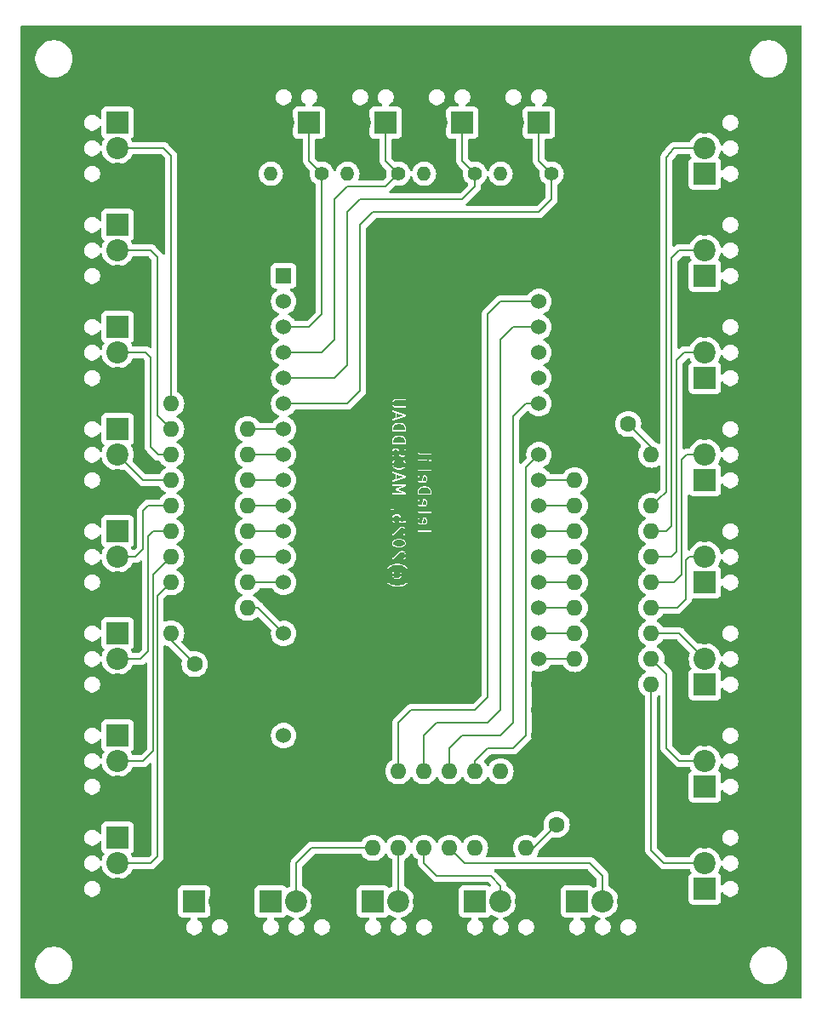
<source format=gbr>
%TF.GenerationSoftware,KiCad,Pcbnew,8.0.7-8.0.7-0~ubuntu24.04.1*%
%TF.CreationDate,2025-01-02T00:56:23+01:00*%
%TF.ProjectId,TeteDeLit4I20O,54657465-4465-44c6-9974-344932304f2e,rev?*%
%TF.SameCoordinates,PX6350ce0PY9020f90*%
%TF.FileFunction,Copper,L2,Bot*%
%TF.FilePolarity,Positive*%
%FSLAX46Y46*%
G04 Gerber Fmt 4.6, Leading zero omitted, Abs format (unit mm)*
G04 Created by KiCad (PCBNEW 8.0.7-8.0.7-0~ubuntu24.04.1) date 2025-01-02 00:56:23*
%MOMM*%
%LPD*%
G01*
G04 APERTURE LIST*
%ADD10C,0.130000*%
%TA.AperFunction,ComponentPad*%
%ADD11R,2.200000X2.200000*%
%TD*%
%TA.AperFunction,ComponentPad*%
%ADD12C,2.200000*%
%TD*%
%TA.AperFunction,ComponentPad*%
%ADD13C,1.600000*%
%TD*%
%TA.AperFunction,ComponentPad*%
%ADD14R,1.524000X1.524000*%
%TD*%
%TA.AperFunction,ComponentPad*%
%ADD15C,1.524000*%
%TD*%
%TA.AperFunction,ComponentPad*%
%ADD16R,1.600000X1.600000*%
%TD*%
%TA.AperFunction,ComponentPad*%
%ADD17O,1.600000X1.600000*%
%TD*%
%TA.AperFunction,ComponentPad*%
%ADD18C,1.400000*%
%TD*%
%TA.AperFunction,ComponentPad*%
%ADD19O,1.400000X1.400000*%
%TD*%
%TA.AperFunction,Conductor*%
%ADD20C,0.200000*%
%TD*%
G04 APERTURE END LIST*
D10*
G36*
X40796975Y48211554D02*
G01*
X40840900Y48123706D01*
X40840900Y47912489D01*
X40796975Y47824641D01*
X40709126Y47780716D01*
X40561855Y47780716D01*
X40656806Y48255478D01*
X40709126Y48255478D01*
X40796975Y48211554D01*
G37*
G36*
X40796975Y50025839D02*
G01*
X40840900Y49937991D01*
X40840900Y49726774D01*
X40796975Y49638926D01*
X40709126Y49595001D01*
X40561855Y49595001D01*
X40656806Y50069763D01*
X40709126Y50069763D01*
X40796975Y50025839D01*
G37*
G36*
X41004162Y51282960D02*
G01*
X41109301Y51230390D01*
X41211945Y51127746D01*
X41264233Y50970883D01*
X41264233Y50744048D01*
X40124233Y50744048D01*
X40124233Y50970882D01*
X40176521Y51127746D01*
X40279165Y51230390D01*
X40384303Y51282960D01*
X40611520Y51339763D01*
X40776947Y51339763D01*
X41004162Y51282960D01*
G37*
G36*
X40796975Y52384410D02*
G01*
X40840900Y52296562D01*
X40840900Y52085345D01*
X40796975Y51997497D01*
X40709126Y51953572D01*
X40561855Y51953572D01*
X40656806Y52428334D01*
X40709126Y52428334D01*
X40796975Y52384410D01*
G37*
G36*
X41535344Y46425982D02*
G01*
X39853122Y46425982D01*
X39853122Y47014876D01*
X39999181Y47014876D01*
X39999181Y46965128D01*
X40034359Y46929950D01*
X40059233Y46925002D01*
X41264233Y46925002D01*
X41264233Y46627145D01*
X41269181Y46602271D01*
X41304359Y46567093D01*
X41354107Y46567093D01*
X41389285Y46602271D01*
X41394233Y46627145D01*
X41394233Y47352859D01*
X41389285Y47377733D01*
X41354107Y47412911D01*
X41304359Y47412911D01*
X41269181Y47377733D01*
X41264233Y47352859D01*
X41264233Y47055002D01*
X40059233Y47055002D01*
X40034359Y47050054D01*
X39999181Y47014876D01*
X39853122Y47014876D01*
X39853122Y48139050D01*
X39994233Y48139050D01*
X39994233Y47897145D01*
X39994868Y47893952D01*
X39994397Y47892537D01*
X39997148Y47882489D01*
X39999181Y47872271D01*
X40000234Y47871218D01*
X40001095Y47868076D01*
X40061572Y47747123D01*
X40069507Y47736899D01*
X40070606Y47733604D01*
X40074274Y47730757D01*
X40077122Y47727088D01*
X40080416Y47725990D01*
X40090641Y47718054D01*
X40211593Y47657578D01*
X40214734Y47656718D01*
X40215788Y47655664D01*
X40226005Y47653632D01*
X40236054Y47650880D01*
X40237468Y47651352D01*
X40240662Y47650716D01*
X40724471Y47650716D01*
X40727664Y47651352D01*
X40729079Y47650880D01*
X40739127Y47653632D01*
X40749345Y47655664D01*
X40750398Y47656718D01*
X40753540Y47657578D01*
X40874492Y47718054D01*
X40884717Y47725990D01*
X40888012Y47727088D01*
X40890859Y47730757D01*
X40894528Y47733604D01*
X40895626Y47736899D01*
X40903562Y47747123D01*
X40964038Y47868076D01*
X40964898Y47871218D01*
X40965952Y47872271D01*
X40967984Y47882489D01*
X40970736Y47892537D01*
X40970264Y47893952D01*
X40970900Y47897145D01*
X40970900Y48139050D01*
X40970264Y48142244D01*
X40970736Y48143658D01*
X40967984Y48153707D01*
X40965952Y48163924D01*
X40964898Y48164978D01*
X40964038Y48168119D01*
X40903562Y48289071D01*
X40895626Y48299296D01*
X40894528Y48302590D01*
X40890859Y48305438D01*
X40888012Y48309106D01*
X40884717Y48310205D01*
X40874492Y48318140D01*
X40753540Y48378616D01*
X40750398Y48379477D01*
X40749345Y48380530D01*
X40739127Y48382563D01*
X40729079Y48385314D01*
X40727664Y48384843D01*
X40724471Y48385478D01*
X40603519Y48385478D01*
X40594096Y48383604D01*
X40590905Y48384242D01*
X40588182Y48382428D01*
X40578645Y48380530D01*
X40565262Y48367148D01*
X40549511Y48356647D01*
X40545779Y48347665D01*
X40543467Y48345352D01*
X40543467Y48342099D01*
X40539781Y48333226D01*
X40429279Y47780716D01*
X40256006Y47780716D01*
X40168158Y47824641D01*
X40124233Y47912491D01*
X40124233Y48123705D01*
X40177848Y48230933D01*
X40184546Y48255394D01*
X40168814Y48302590D01*
X40124319Y48324838D01*
X40077122Y48309106D01*
X40061572Y48289071D01*
X40001095Y48168119D01*
X40000234Y48164978D01*
X39999181Y48163924D01*
X39997148Y48153709D01*
X39994397Y48143659D01*
X39994868Y48142245D01*
X39994233Y48139050D01*
X39853122Y48139050D01*
X39853122Y49167144D01*
X39994233Y49167144D01*
X39994233Y49046192D01*
X39994868Y49042998D01*
X39994397Y49041583D01*
X39997148Y49031534D01*
X39999181Y49021318D01*
X40000234Y49020265D01*
X40001095Y49017123D01*
X40061572Y48896171D01*
X40069508Y48885947D01*
X40070606Y48882652D01*
X40074274Y48879805D01*
X40077122Y48876136D01*
X40080416Y48875039D01*
X40090641Y48867102D01*
X40211593Y48806625D01*
X40214734Y48805765D01*
X40215788Y48804711D01*
X40226005Y48802679D01*
X40236054Y48799927D01*
X40237468Y48800399D01*
X40240662Y48799763D01*
X40840900Y48799763D01*
X40840900Y48683335D01*
X40845848Y48658461D01*
X40881026Y48623283D01*
X40930774Y48623283D01*
X40965952Y48658461D01*
X40970900Y48683335D01*
X40970900Y48799763D01*
X41329233Y48799763D01*
X41354107Y48804711D01*
X41389285Y48839889D01*
X41389285Y48889637D01*
X41354107Y48924815D01*
X41329233Y48929763D01*
X40970900Y48929763D01*
X40970900Y49167144D01*
X40965952Y49192018D01*
X40930774Y49227196D01*
X40881026Y49227196D01*
X40845848Y49192018D01*
X40840900Y49167144D01*
X40840900Y48929763D01*
X40256007Y48929763D01*
X40168158Y48973689D01*
X40124233Y49061538D01*
X40124233Y49167144D01*
X40119285Y49192018D01*
X40084107Y49227196D01*
X40034359Y49227196D01*
X39999181Y49192018D01*
X39994233Y49167144D01*
X39853122Y49167144D01*
X39853122Y49953335D01*
X39994233Y49953335D01*
X39994233Y49711430D01*
X39994868Y49708237D01*
X39994397Y49706822D01*
X39997148Y49696774D01*
X39999181Y49686556D01*
X40000234Y49685503D01*
X40001095Y49682361D01*
X40061572Y49561408D01*
X40069507Y49551184D01*
X40070606Y49547889D01*
X40074274Y49545042D01*
X40077122Y49541373D01*
X40080416Y49540275D01*
X40090641Y49532339D01*
X40211593Y49471863D01*
X40214734Y49471003D01*
X40215788Y49469949D01*
X40226005Y49467917D01*
X40236054Y49465165D01*
X40237468Y49465637D01*
X40240662Y49465001D01*
X40724471Y49465001D01*
X40727664Y49465637D01*
X40729079Y49465165D01*
X40739127Y49467917D01*
X40749345Y49469949D01*
X40750398Y49471003D01*
X40753540Y49471863D01*
X40874492Y49532339D01*
X40884717Y49540275D01*
X40888012Y49541373D01*
X40890859Y49545042D01*
X40894528Y49547889D01*
X40895626Y49551184D01*
X40903562Y49561408D01*
X40964038Y49682361D01*
X40964898Y49685503D01*
X40965952Y49686556D01*
X40967984Y49696774D01*
X40970736Y49706822D01*
X40970264Y49708237D01*
X40970900Y49711430D01*
X40970900Y49953335D01*
X40970264Y49956529D01*
X40970736Y49957943D01*
X40967984Y49967992D01*
X40965952Y49978209D01*
X40964898Y49979263D01*
X40964038Y49982404D01*
X40903562Y50103356D01*
X40895626Y50113581D01*
X40894528Y50116875D01*
X40890859Y50119723D01*
X40888012Y50123391D01*
X40884717Y50124490D01*
X40874492Y50132425D01*
X40753540Y50192901D01*
X40750398Y50193762D01*
X40749345Y50194815D01*
X40739127Y50196848D01*
X40729079Y50199599D01*
X40727664Y50199128D01*
X40724471Y50199763D01*
X40603519Y50199763D01*
X40594096Y50197889D01*
X40590905Y50198527D01*
X40588182Y50196713D01*
X40578645Y50194815D01*
X40565262Y50181433D01*
X40549511Y50170932D01*
X40545779Y50161950D01*
X40543467Y50159637D01*
X40543467Y50156384D01*
X40539781Y50147511D01*
X40429279Y49595001D01*
X40256006Y49595001D01*
X40168158Y49638926D01*
X40124233Y49726776D01*
X40124233Y49937990D01*
X40177848Y50045218D01*
X40184546Y50069679D01*
X40168814Y50116875D01*
X40124319Y50139123D01*
X40077122Y50123391D01*
X40061572Y50103356D01*
X40001095Y49982404D01*
X40000234Y49979263D01*
X39999181Y49978209D01*
X39997148Y49967994D01*
X39994397Y49957944D01*
X39994868Y49956530D01*
X39994233Y49953335D01*
X39853122Y49953335D01*
X39853122Y50981429D01*
X39994233Y50981429D01*
X39994233Y50679048D01*
X39999181Y50654174D01*
X40034359Y50618996D01*
X40059233Y50614048D01*
X41329233Y50614048D01*
X41354107Y50618996D01*
X41389285Y50654174D01*
X41394233Y50679048D01*
X41394233Y50981429D01*
X41392199Y50991652D01*
X41390897Y51001984D01*
X41330421Y51183413D01*
X41328809Y51186242D01*
X41328809Y51187733D01*
X41323020Y51196396D01*
X41317862Y51205446D01*
X41316527Y51206114D01*
X41314719Y51208820D01*
X41193767Y51329772D01*
X41185102Y51335562D01*
X41176874Y51341948D01*
X41055921Y51402425D01*
X41049052Y51404306D01*
X41042617Y51407346D01*
X40800713Y51467822D01*
X40792759Y51468210D01*
X40784948Y51469763D01*
X40603519Y51469763D01*
X40595707Y51468210D01*
X40587754Y51467822D01*
X40345849Y51407346D01*
X40339413Y51404306D01*
X40332545Y51402425D01*
X40211593Y51341948D01*
X40203364Y51335562D01*
X40194700Y51329772D01*
X40073748Y51208820D01*
X40071938Y51206113D01*
X40070606Y51205446D01*
X40065450Y51196402D01*
X40059658Y51187733D01*
X40059658Y51186241D01*
X40058046Y51183413D01*
X39997569Y51001984D01*
X39996266Y50991652D01*
X39994233Y50981429D01*
X39853122Y50981429D01*
X39853122Y52311906D01*
X39994233Y52311906D01*
X39994233Y52070001D01*
X39994868Y52066808D01*
X39994397Y52065393D01*
X39997148Y52055345D01*
X39999181Y52045127D01*
X40000234Y52044074D01*
X40001095Y52040932D01*
X40061572Y51919979D01*
X40069507Y51909755D01*
X40070606Y51906460D01*
X40074274Y51903613D01*
X40077122Y51899944D01*
X40080416Y51898846D01*
X40090641Y51890910D01*
X40211593Y51830434D01*
X40214734Y51829574D01*
X40215788Y51828520D01*
X40226005Y51826488D01*
X40236054Y51823736D01*
X40237468Y51824208D01*
X40240662Y51823572D01*
X40724471Y51823572D01*
X40727664Y51824208D01*
X40729079Y51823736D01*
X40739127Y51826488D01*
X40749345Y51828520D01*
X40750398Y51829574D01*
X40753540Y51830434D01*
X40874492Y51890910D01*
X40884717Y51898846D01*
X40888012Y51899944D01*
X40890859Y51903613D01*
X40894528Y51906460D01*
X40895626Y51909755D01*
X40903562Y51919979D01*
X40964038Y52040932D01*
X40964898Y52044074D01*
X40965952Y52045127D01*
X40967984Y52055345D01*
X40970736Y52065393D01*
X40970264Y52066808D01*
X40970900Y52070001D01*
X40970900Y52311906D01*
X40970264Y52315100D01*
X40970736Y52316514D01*
X40967984Y52326563D01*
X40965952Y52336780D01*
X40964898Y52337834D01*
X40964038Y52340975D01*
X40903562Y52461927D01*
X40895626Y52472152D01*
X40894528Y52475446D01*
X40890859Y52478294D01*
X40888012Y52481962D01*
X40884717Y52483061D01*
X40874492Y52490996D01*
X40753540Y52551472D01*
X40750398Y52552333D01*
X40749345Y52553386D01*
X40739127Y52555419D01*
X40729079Y52558170D01*
X40727664Y52557699D01*
X40724471Y52558334D01*
X40603519Y52558334D01*
X40594096Y52556460D01*
X40590905Y52557098D01*
X40588182Y52555284D01*
X40578645Y52553386D01*
X40565262Y52540004D01*
X40549511Y52529503D01*
X40545779Y52520521D01*
X40543467Y52518208D01*
X40543467Y52514955D01*
X40539781Y52506082D01*
X40429279Y51953572D01*
X40256006Y51953572D01*
X40168158Y51997497D01*
X40124233Y52085347D01*
X40124233Y52296561D01*
X40177848Y52403789D01*
X40184546Y52428250D01*
X40168814Y52475446D01*
X40124319Y52497694D01*
X40077122Y52481962D01*
X40061572Y52461927D01*
X40001095Y52340975D01*
X40000234Y52337834D01*
X39999181Y52336780D01*
X39997148Y52326565D01*
X39994397Y52316515D01*
X39994868Y52315101D01*
X39994233Y52311906D01*
X39853122Y52311906D01*
X39853122Y53642381D01*
X39994233Y53642381D01*
X39994233Y53037619D01*
X39999181Y53012745D01*
X40034359Y52977567D01*
X40059233Y52972619D01*
X41329233Y52972619D01*
X41354107Y52977567D01*
X41389285Y53012745D01*
X41389285Y53062493D01*
X41354107Y53097671D01*
X41329233Y53102619D01*
X40124233Y53102619D01*
X40124233Y53642381D01*
X40119285Y53667255D01*
X40084107Y53702433D01*
X40034359Y53702433D01*
X39999181Y53667255D01*
X39994233Y53642381D01*
X39853122Y53642381D01*
X39853122Y54090588D01*
X39999181Y54090588D01*
X39999181Y54040840D01*
X40034359Y54005662D01*
X40059233Y54000714D01*
X40905900Y54000714D01*
X40930774Y54005662D01*
X40965952Y54040840D01*
X40965952Y54090588D01*
X40965951Y54090589D01*
X41148229Y54090589D01*
X41148229Y54040839D01*
X41162319Y54019752D01*
X41222795Y53959276D01*
X41243882Y53945186D01*
X41293632Y53945186D01*
X41314719Y53959276D01*
X41375195Y54019752D01*
X41389285Y54040839D01*
X41389285Y54090589D01*
X41389282Y54090592D01*
X41375196Y54111675D01*
X41314719Y54172153D01*
X41293632Y54186243D01*
X41293631Y54186243D01*
X41243882Y54186243D01*
X41222795Y54172153D01*
X41162319Y54111676D01*
X41148231Y54090592D01*
X41148229Y54090589D01*
X40965951Y54090589D01*
X40930774Y54125766D01*
X40905900Y54130714D01*
X40059233Y54130714D01*
X40034359Y54125766D01*
X39999181Y54090588D01*
X39853122Y54090588D01*
X39853122Y54972857D01*
X39994233Y54972857D01*
X39994233Y54851905D01*
X39994868Y54848711D01*
X39994397Y54847296D01*
X39997148Y54837247D01*
X39999181Y54827031D01*
X40000234Y54825978D01*
X40001095Y54822836D01*
X40061572Y54701884D01*
X40069508Y54691660D01*
X40070606Y54688365D01*
X40074274Y54685518D01*
X40077122Y54681849D01*
X40080416Y54680752D01*
X40090641Y54672815D01*
X40211593Y54612338D01*
X40214734Y54611478D01*
X40215788Y54610424D01*
X40226005Y54608392D01*
X40236054Y54605640D01*
X40237468Y54606112D01*
X40240662Y54605476D01*
X40840900Y54605476D01*
X40840900Y54489048D01*
X40845848Y54464174D01*
X40881026Y54428996D01*
X40930774Y54428996D01*
X40965952Y54464174D01*
X40970900Y54489048D01*
X40970900Y54605476D01*
X41329233Y54605476D01*
X41354107Y54610424D01*
X41389285Y54645602D01*
X41389285Y54695350D01*
X41354107Y54730528D01*
X41329233Y54735476D01*
X40970900Y54735476D01*
X40970900Y54972857D01*
X40965952Y54997731D01*
X40930774Y55032909D01*
X40881026Y55032909D01*
X40845848Y54997731D01*
X40840900Y54972857D01*
X40840900Y54735476D01*
X40256007Y54735476D01*
X40168158Y54779402D01*
X40124233Y54867251D01*
X40124233Y54972857D01*
X40119285Y54997731D01*
X40084107Y55032909D01*
X40034359Y55032909D01*
X39999181Y54997731D01*
X39994233Y54972857D01*
X39853122Y54972857D01*
X39853122Y55174020D01*
X41535344Y55174020D01*
X41535344Y46425982D01*
G37*
G36*
X38524639Y46051769D02*
G01*
X38629778Y45999199D01*
X38675336Y45953641D01*
X38724233Y45855848D01*
X38724233Y45765584D01*
X38675336Y45667791D01*
X38629777Y45622232D01*
X38524639Y45569662D01*
X38297423Y45512858D01*
X38011044Y45512858D01*
X37783827Y45569662D01*
X37678689Y45622232D01*
X37633130Y45667791D01*
X37584233Y45765585D01*
X37584233Y45855847D01*
X37633130Y45953641D01*
X37678689Y45999200D01*
X37783825Y46051768D01*
X38011044Y46108573D01*
X38297423Y46108573D01*
X38524639Y46051769D01*
G37*
G36*
X38583686Y52402622D02*
G01*
X37947090Y52190423D01*
X37947090Y52614821D01*
X38583686Y52402622D01*
G37*
G36*
X38464162Y56332723D02*
G01*
X38569301Y56280153D01*
X38671945Y56177509D01*
X38724233Y56020646D01*
X38724233Y55793811D01*
X37584233Y55793811D01*
X37584233Y56020645D01*
X37636521Y56177509D01*
X37739165Y56280153D01*
X37844303Y56332723D01*
X38071520Y56389526D01*
X38236947Y56389526D01*
X38464162Y56332723D01*
G37*
G36*
X38464162Y57602723D02*
G01*
X38569301Y57550153D01*
X38671945Y57447509D01*
X38724233Y57290646D01*
X38724233Y57063811D01*
X37584233Y57063811D01*
X37584233Y57290645D01*
X37636521Y57447509D01*
X37739165Y57550153D01*
X37844303Y57602723D01*
X38071520Y57659526D01*
X38236947Y57659526D01*
X38464162Y57602723D01*
G37*
G36*
X38583686Y58510717D02*
G01*
X37947090Y58298518D01*
X37947090Y58722916D01*
X38583686Y58510717D01*
G37*
G36*
X39171825Y41310794D02*
G01*
X36834261Y41310794D01*
X36834261Y41904638D01*
X36975372Y41904638D01*
X36975372Y41854889D01*
X36989462Y41833801D01*
X37049938Y41773324D01*
X37055291Y41769747D01*
X37059845Y41765203D01*
X37241273Y41644251D01*
X37245039Y41642696D01*
X37248260Y41640196D01*
X37369212Y41579720D01*
X37373692Y41578494D01*
X37377726Y41576194D01*
X37559155Y41515718D01*
X37563196Y41515209D01*
X37566962Y41513644D01*
X37869343Y41453167D01*
X37875778Y41453161D01*
X37882090Y41451905D01*
X38123995Y41451905D01*
X38130306Y41453161D01*
X38136743Y41453167D01*
X38439123Y41513644D01*
X38442888Y41515209D01*
X38446931Y41515718D01*
X38628360Y41576194D01*
X38632393Y41578494D01*
X38636874Y41579720D01*
X38757825Y41640196D01*
X38761045Y41642696D01*
X38764812Y41644251D01*
X38946241Y41765203D01*
X38950794Y41769747D01*
X38956148Y41773324D01*
X39016625Y41833802D01*
X39030714Y41854889D01*
X39030714Y41904638D01*
X38995536Y41939815D01*
X38945787Y41939815D01*
X38924700Y41925725D01*
X38868774Y41869799D01*
X38696074Y41754665D01*
X38582864Y41698061D01*
X38409665Y41640328D01*
X38117557Y41581905D01*
X37888528Y41581905D01*
X37596420Y41640328D01*
X37423219Y41698061D01*
X37310012Y41754665D01*
X37137313Y41869797D01*
X37081386Y41925725D01*
X37060299Y41939815D01*
X37010550Y41939815D01*
X36975372Y41904638D01*
X36834261Y41904638D01*
X36834261Y42786906D01*
X37454233Y42786906D01*
X37454233Y42545001D01*
X37454868Y42541807D01*
X37454397Y42540392D01*
X37457148Y42530343D01*
X37459181Y42520127D01*
X37460234Y42519074D01*
X37461095Y42515932D01*
X37521572Y42394980D01*
X37527960Y42386749D01*
X37533748Y42378087D01*
X37594224Y42317610D01*
X37602888Y42311821D01*
X37611117Y42305434D01*
X37732069Y42244958D01*
X37735210Y42244098D01*
X37736264Y42243044D01*
X37746481Y42241012D01*
X37756530Y42238260D01*
X37757944Y42238732D01*
X37761138Y42238096D01*
X38123995Y42238096D01*
X38127188Y42238732D01*
X38128603Y42238260D01*
X38138651Y42241012D01*
X38148869Y42243044D01*
X38149922Y42244098D01*
X38153064Y42244958D01*
X38274016Y42305434D01*
X38282241Y42311818D01*
X38290910Y42317610D01*
X38351387Y42378088D01*
X38357174Y42386751D01*
X38363562Y42394980D01*
X38424038Y42515932D01*
X38424898Y42519074D01*
X38425952Y42520127D01*
X38427984Y42530345D01*
X38430736Y42540393D01*
X38430264Y42541808D01*
X38430900Y42545001D01*
X38430900Y42786906D01*
X38430264Y42790100D01*
X38430736Y42791514D01*
X38427984Y42801563D01*
X38425952Y42811780D01*
X38424898Y42812834D01*
X38424038Y42815975D01*
X38363562Y42936927D01*
X38348012Y42956962D01*
X38300816Y42972694D01*
X38256320Y42950446D01*
X38240588Y42903250D01*
X38247286Y42878789D01*
X38300900Y42771562D01*
X38300900Y42560346D01*
X38252002Y42462552D01*
X38206444Y42416993D01*
X38108650Y42368096D01*
X37776482Y42368096D01*
X37678689Y42416993D01*
X37633130Y42462552D01*
X37584233Y42560347D01*
X37584233Y42771561D01*
X37637848Y42878789D01*
X37644546Y42903250D01*
X37628814Y42950446D01*
X37584319Y42972694D01*
X37537122Y42956962D01*
X37521572Y42936927D01*
X37461095Y42815975D01*
X37460234Y42812834D01*
X37459181Y42811780D01*
X37457148Y42801565D01*
X37454397Y42791515D01*
X37454868Y42790101D01*
X37454233Y42786906D01*
X36834261Y42786906D01*
X36834261Y43356066D01*
X36975372Y43356066D01*
X36975372Y43306316D01*
X37010549Y43271139D01*
X37060299Y43271139D01*
X37081386Y43285229D01*
X37137311Y43341155D01*
X37310016Y43456292D01*
X37423219Y43512894D01*
X37596420Y43570627D01*
X37888527Y43629048D01*
X38117557Y43629048D01*
X38409665Y43570627D01*
X38582864Y43512894D01*
X38696070Y43456291D01*
X38868773Y43341156D01*
X38924700Y43285229D01*
X38945787Y43271139D01*
X38995537Y43271139D01*
X39030714Y43306316D01*
X39030714Y43356066D01*
X39016624Y43377153D01*
X38956148Y43437629D01*
X38950796Y43441205D01*
X38946242Y43445750D01*
X38764813Y43566703D01*
X38761044Y43568260D01*
X38757825Y43570758D01*
X38636874Y43631234D01*
X38632393Y43632461D01*
X38628360Y43634760D01*
X38446931Y43695236D01*
X38442888Y43695746D01*
X38439123Y43697310D01*
X38136743Y43757786D01*
X38130306Y43757793D01*
X38123995Y43759048D01*
X37882090Y43759048D01*
X37875778Y43757793D01*
X37869342Y43757786D01*
X37566962Y43697310D01*
X37563196Y43695746D01*
X37559155Y43695236D01*
X37377726Y43634760D01*
X37373692Y43632461D01*
X37369212Y43631234D01*
X37248260Y43570758D01*
X37245038Y43568258D01*
X37241274Y43566703D01*
X37059844Y43445750D01*
X37055289Y43441205D01*
X37049938Y43437629D01*
X36989462Y43377153D01*
X36975372Y43356066D01*
X36834261Y43356066D01*
X36834261Y44964049D01*
X37454233Y44964049D01*
X37454233Y44177858D01*
X37459181Y44152984D01*
X37459181Y44152983D01*
X37494358Y44117806D01*
X37494359Y44117806D01*
X37544107Y44117806D01*
X37544108Y44117806D01*
X37565195Y44131896D01*
X38280060Y44846761D01*
X38436923Y44899049D01*
X38531984Y44899049D01*
X38629777Y44850152D01*
X38675336Y44804593D01*
X38724233Y44706800D01*
X38724233Y44435107D01*
X38675336Y44337313D01*
X38622319Y44284296D01*
X38608229Y44263209D01*
X38608229Y44213459D01*
X38643406Y44178282D01*
X38693156Y44178282D01*
X38714243Y44192372D01*
X38774719Y44252848D01*
X38780508Y44261513D01*
X38786895Y44269741D01*
X38847371Y44390694D01*
X38848231Y44393836D01*
X38849285Y44394889D01*
X38851317Y44405107D01*
X38854069Y44415155D01*
X38853597Y44416570D01*
X38854233Y44419763D01*
X38854233Y44722144D01*
X38853597Y44725338D01*
X38854069Y44726752D01*
X38851317Y44736801D01*
X38849285Y44747018D01*
X38848231Y44748072D01*
X38847371Y44751213D01*
X38786895Y44872165D01*
X38780508Y44880394D01*
X38774719Y44889058D01*
X38714243Y44949534D01*
X38705578Y44955324D01*
X38697350Y44961710D01*
X38576398Y45022187D01*
X38573256Y45023048D01*
X38572203Y45024101D01*
X38561987Y45026134D01*
X38551938Y45028885D01*
X38550523Y45028414D01*
X38547329Y45029049D01*
X38426376Y45029049D01*
X38416153Y45027016D01*
X38405821Y45025713D01*
X38224393Y44965236D01*
X38221565Y44963624D01*
X38220073Y44963624D01*
X38211404Y44957832D01*
X38202360Y44952676D01*
X38201693Y44951344D01*
X38198986Y44949534D01*
X37584233Y44334782D01*
X37584233Y44964049D01*
X37579285Y44988923D01*
X37544107Y45024101D01*
X37494359Y45024101D01*
X37459181Y44988923D01*
X37454233Y44964049D01*
X36834261Y44964049D01*
X36834261Y45871192D01*
X37454233Y45871192D01*
X37454233Y45750239D01*
X37454868Y45747045D01*
X37454397Y45745630D01*
X37457148Y45735581D01*
X37459181Y45725365D01*
X37460234Y45724312D01*
X37461095Y45721170D01*
X37521572Y45600218D01*
X37527958Y45591990D01*
X37533748Y45583325D01*
X37594224Y45522849D01*
X37602888Y45517060D01*
X37611117Y45510673D01*
X37732069Y45450196D01*
X37738937Y45448316D01*
X37745373Y45445275D01*
X37987278Y45384799D01*
X37995231Y45384412D01*
X38003043Y45382858D01*
X38305424Y45382858D01*
X38313235Y45384412D01*
X38321189Y45384799D01*
X38563094Y45445275D01*
X38569529Y45448316D01*
X38576398Y45450196D01*
X38697350Y45510673D01*
X38705578Y45517060D01*
X38714243Y45522849D01*
X38774719Y45583325D01*
X38780508Y45591990D01*
X38786895Y45600218D01*
X38847371Y45721170D01*
X38848231Y45724312D01*
X38849285Y45725365D01*
X38851317Y45735583D01*
X38854069Y45745631D01*
X38853597Y45747046D01*
X38854233Y45750239D01*
X38854233Y45871192D01*
X38853597Y45874386D01*
X38854069Y45875800D01*
X38851317Y45885849D01*
X38849285Y45896066D01*
X38848231Y45897120D01*
X38847371Y45900261D01*
X38786895Y46021213D01*
X38780508Y46029442D01*
X38774719Y46038106D01*
X38714243Y46098582D01*
X38705574Y46104375D01*
X38697349Y46110758D01*
X38576398Y46171234D01*
X38569529Y46173115D01*
X38563094Y46176155D01*
X38321189Y46236632D01*
X38313235Y46237020D01*
X38305424Y46238573D01*
X38003043Y46238573D01*
X37995231Y46237020D01*
X37987278Y46236632D01*
X37745373Y46176155D01*
X37738937Y46173115D01*
X37732069Y46171234D01*
X37611117Y46110758D01*
X37602888Y46104372D01*
X37594224Y46098582D01*
X37533748Y46038106D01*
X37527958Y46029442D01*
X37521572Y46021213D01*
X37461095Y45900261D01*
X37460234Y45897120D01*
X37459181Y45896066D01*
X37457148Y45885851D01*
X37454397Y45875801D01*
X37454868Y45874387D01*
X37454233Y45871192D01*
X36834261Y45871192D01*
X36834261Y47383097D01*
X37454233Y47383097D01*
X37454233Y46596906D01*
X37459181Y46572032D01*
X37459181Y46572031D01*
X37494358Y46536854D01*
X37494359Y46536854D01*
X37544107Y46536854D01*
X37544108Y46536854D01*
X37565195Y46550944D01*
X38280060Y47265809D01*
X38436923Y47318097D01*
X38531984Y47318097D01*
X38629777Y47269200D01*
X38675336Y47223641D01*
X38724233Y47125848D01*
X38724233Y46854155D01*
X38675336Y46756361D01*
X38622319Y46703344D01*
X38608229Y46682257D01*
X38608229Y46632507D01*
X38643406Y46597330D01*
X38693156Y46597330D01*
X38714243Y46611420D01*
X38774719Y46671896D01*
X38780508Y46680561D01*
X38786895Y46688789D01*
X38847371Y46809742D01*
X38848231Y46812884D01*
X38849285Y46813937D01*
X38851317Y46824155D01*
X38854069Y46834203D01*
X38853597Y46835618D01*
X38854233Y46838811D01*
X38854233Y47141192D01*
X38853597Y47144386D01*
X38854069Y47145800D01*
X38851317Y47155849D01*
X38849285Y47166066D01*
X38848231Y47167120D01*
X38847371Y47170261D01*
X38786895Y47291213D01*
X38780508Y47299442D01*
X38774719Y47308106D01*
X38714243Y47368582D01*
X38705578Y47374372D01*
X38697350Y47380758D01*
X38576398Y47441235D01*
X38573256Y47442096D01*
X38572203Y47443149D01*
X38561987Y47445182D01*
X38551938Y47447933D01*
X38550523Y47447462D01*
X38547329Y47448097D01*
X38426376Y47448097D01*
X38416153Y47446064D01*
X38405821Y47444761D01*
X38224393Y47384284D01*
X38221565Y47382672D01*
X38220073Y47382672D01*
X38211404Y47376880D01*
X38202360Y47371724D01*
X38201693Y47370392D01*
X38198986Y47368582D01*
X37584233Y46753830D01*
X37584233Y47383097D01*
X37579285Y47407971D01*
X37544107Y47443149D01*
X37494359Y47443149D01*
X37459181Y47407971D01*
X37454233Y47383097D01*
X36834261Y47383097D01*
X36834261Y48350716D01*
X37454233Y48350716D01*
X37454233Y48048335D01*
X37454868Y48045142D01*
X37454397Y48043727D01*
X37457148Y48033679D01*
X37459181Y48023461D01*
X37460234Y48022408D01*
X37461095Y48019266D01*
X37521572Y47898313D01*
X37527958Y47890085D01*
X37533748Y47881420D01*
X37594224Y47820944D01*
X37615311Y47806854D01*
X37665061Y47806854D01*
X37700238Y47842031D01*
X37700238Y47891781D01*
X37686148Y47912868D01*
X37633130Y47965886D01*
X37584233Y48063681D01*
X37584233Y48335371D01*
X37633130Y48433165D01*
X37678689Y48478724D01*
X37776483Y48527621D01*
X38048174Y48527621D01*
X38145968Y48478724D01*
X38191527Y48433165D01*
X38240424Y48335372D01*
X38240424Y48063679D01*
X38191527Y47965886D01*
X38138509Y47912868D01*
X38124419Y47891781D01*
X38124419Y47888342D01*
X38122242Y47885681D01*
X38124419Y47863911D01*
X38124419Y47842032D01*
X38126849Y47839602D01*
X38127192Y47836180D01*
X38144122Y47822328D01*
X38159596Y47806854D01*
X38163035Y47806854D01*
X38165696Y47804677D01*
X38190939Y47802229D01*
X38795700Y47862705D01*
X38810866Y47867330D01*
X38814107Y47867330D01*
X38815529Y47868753D01*
X38819959Y47870103D01*
X38833813Y47887037D01*
X38849285Y47902508D01*
X38850188Y47907051D01*
X38851462Y47908607D01*
X38851139Y47911832D01*
X38854233Y47927382D01*
X38854233Y48532144D01*
X38849285Y48557018D01*
X38814107Y48592196D01*
X38764359Y48592196D01*
X38729181Y48557018D01*
X38724233Y48532144D01*
X38724233Y47986206D01*
X38327179Y47946501D01*
X38363562Y48019266D01*
X38364422Y48022408D01*
X38365476Y48023461D01*
X38367508Y48033679D01*
X38370260Y48043727D01*
X38369788Y48045142D01*
X38370424Y48048335D01*
X38370424Y48350716D01*
X38369788Y48353910D01*
X38370260Y48355324D01*
X38367508Y48365373D01*
X38365476Y48375590D01*
X38364422Y48376644D01*
X38363562Y48379785D01*
X38303086Y48500737D01*
X38296699Y48508966D01*
X38290910Y48517630D01*
X38230433Y48578106D01*
X38221771Y48583894D01*
X38213540Y48590282D01*
X38092588Y48650759D01*
X38089446Y48651620D01*
X38088393Y48652673D01*
X38078177Y48654706D01*
X38068128Y48657457D01*
X38066713Y48656986D01*
X38063519Y48657621D01*
X37761138Y48657621D01*
X37757944Y48656986D01*
X37756530Y48657457D01*
X37746481Y48654706D01*
X37736264Y48652673D01*
X37735210Y48651620D01*
X37732069Y48650759D01*
X37611117Y48590282D01*
X37602888Y48583896D01*
X37594224Y48578106D01*
X37533748Y48517630D01*
X37527958Y48508966D01*
X37521572Y48500737D01*
X37461095Y48379785D01*
X37460234Y48376644D01*
X37459181Y48375590D01*
X37457148Y48365375D01*
X37454397Y48355325D01*
X37454868Y48353911D01*
X37454233Y48350716D01*
X36834261Y48350716D01*
X36834261Y49101305D01*
X37277753Y49101305D01*
X37277753Y49051555D01*
X37312930Y49016378D01*
X37362680Y49016378D01*
X37383767Y49030468D01*
X37436784Y49083486D01*
X37534578Y49132383D01*
X37579710Y49132383D01*
X37604584Y49137331D01*
X37639762Y49172509D01*
X37639762Y49222257D01*
X37604584Y49257435D01*
X37579710Y49262383D01*
X37519233Y49262383D01*
X37516039Y49261748D01*
X37514625Y49262219D01*
X37504576Y49259468D01*
X37494359Y49257435D01*
X37493305Y49256382D01*
X37490164Y49255521D01*
X37369212Y49195044D01*
X37360983Y49188658D01*
X37352319Y49182868D01*
X37291843Y49122392D01*
X37277753Y49101305D01*
X36834261Y49101305D01*
X36834261Y51580828D01*
X37459181Y51580828D01*
X37459181Y51531080D01*
X37494359Y51495902D01*
X37519233Y51490954D01*
X38496240Y51490954D01*
X37854602Y51191523D01*
X37841095Y51181614D01*
X37838191Y51180557D01*
X37837428Y51178923D01*
X37834154Y51176520D01*
X37826556Y51155626D01*
X37817153Y51135476D01*
X37818191Y51132621D01*
X37817153Y51129766D01*
X37826556Y51109617D01*
X37834154Y51088722D01*
X37837428Y51086320D01*
X37838191Y51084685D01*
X37841095Y51083629D01*
X37854602Y51073719D01*
X38496241Y50774287D01*
X37519233Y50774287D01*
X37494359Y50769339D01*
X37459181Y50734161D01*
X37459181Y50684413D01*
X37494359Y50649235D01*
X37519233Y50644287D01*
X38789233Y50644287D01*
X38814107Y50649235D01*
X38822276Y50657405D01*
X38833132Y50661352D01*
X38839176Y50674305D01*
X38849285Y50684413D01*
X38849285Y50695965D01*
X38854170Y50706432D01*
X38849285Y50719866D01*
X38849285Y50734161D01*
X38841115Y50742331D01*
X38837168Y50753186D01*
X38816720Y50768189D01*
X38035796Y51132621D01*
X38816720Y51497052D01*
X38837168Y51512055D01*
X38841115Y51522911D01*
X38849285Y51531080D01*
X38849285Y51545376D01*
X38854170Y51558809D01*
X38849285Y51569277D01*
X38849285Y51580828D01*
X38839176Y51590937D01*
X38833132Y51603889D01*
X38822276Y51607837D01*
X38814107Y51616006D01*
X38789233Y51620954D01*
X37519233Y51620954D01*
X37494359Y51616006D01*
X37459181Y51580828D01*
X36834261Y51580828D01*
X36834261Y52821348D01*
X37454397Y52821348D01*
X37476645Y52776851D01*
X37498678Y52764291D01*
X37817090Y52658154D01*
X37817090Y52147090D01*
X37498678Y52040952D01*
X37476645Y52028392D01*
X37454397Y51983895D01*
X37470129Y51936700D01*
X37514626Y51914452D01*
X37539788Y51917624D01*
X38809787Y52340956D01*
X38831820Y52353516D01*
X38833992Y52357861D01*
X38838338Y52360033D01*
X38844855Y52379587D01*
X38854069Y52398013D01*
X38852533Y52402621D01*
X38854069Y52407228D01*
X38844853Y52425660D01*
X38838337Y52445209D01*
X38833992Y52447381D01*
X38831821Y52451725D01*
X38809788Y52464285D01*
X37539788Y52887619D01*
X37514626Y52890791D01*
X37470129Y52868543D01*
X37454397Y52821348D01*
X36834261Y52821348D01*
X36834261Y53733097D01*
X37454233Y53733097D01*
X37454233Y53612145D01*
X37456266Y53601923D01*
X37457569Y53591590D01*
X37518046Y53410161D01*
X37519658Y53407334D01*
X37519658Y53405841D01*
X37525450Y53397173D01*
X37530606Y53388128D01*
X37531938Y53387462D01*
X37533748Y53384754D01*
X37654700Y53263802D01*
X37663364Y53258013D01*
X37671593Y53251626D01*
X37792545Y53191149D01*
X37799413Y53189269D01*
X37805849Y53186228D01*
X38047754Y53125752D01*
X38055707Y53125365D01*
X38063519Y53123811D01*
X38244948Y53123811D01*
X38252759Y53125365D01*
X38260713Y53125752D01*
X38502617Y53186228D01*
X38509052Y53189269D01*
X38515921Y53191149D01*
X38636874Y53251626D01*
X38645102Y53258013D01*
X38653767Y53263802D01*
X38774719Y53384754D01*
X38776527Y53387461D01*
X38777862Y53388128D01*
X38783020Y53397179D01*
X38788809Y53405841D01*
X38788809Y53407333D01*
X38790421Y53410161D01*
X38850897Y53591590D01*
X38852199Y53601923D01*
X38854233Y53612145D01*
X38854233Y53733097D01*
X38852199Y53743320D01*
X38850897Y53753652D01*
X38790421Y53935081D01*
X38788809Y53937910D01*
X38788809Y53939401D01*
X38783020Y53948064D01*
X38777862Y53957114D01*
X38776527Y53957782D01*
X38774719Y53960488D01*
X38714243Y54020964D01*
X38693156Y54035054D01*
X38643406Y54035054D01*
X38608229Y53999877D01*
X38608229Y53950127D01*
X38622319Y53929040D01*
X38671945Y53879414D01*
X38724233Y53722551D01*
X38724233Y53622692D01*
X38671945Y53465829D01*
X38569301Y53363185D01*
X38464162Y53310615D01*
X38236947Y53253811D01*
X38071520Y53253811D01*
X37844303Y53310615D01*
X37739165Y53363185D01*
X37636521Y53465829D01*
X37584233Y53622693D01*
X37584233Y53722550D01*
X37636521Y53879414D01*
X37686148Y53929040D01*
X37700238Y53950127D01*
X37700238Y53999877D01*
X37665061Y54035054D01*
X37615311Y54035054D01*
X37594224Y54020964D01*
X37533748Y53960488D01*
X37531938Y53957781D01*
X37530606Y53957114D01*
X37525450Y53948070D01*
X37519658Y53939401D01*
X37519658Y53937909D01*
X37518046Y53935081D01*
X37457569Y53753652D01*
X37456266Y53743320D01*
X37454233Y53733097D01*
X36834261Y53733097D01*
X36834261Y54942621D01*
X37454233Y54942621D01*
X37454233Y54640240D01*
X37456266Y54630018D01*
X37457569Y54619685D01*
X37518046Y54438256D01*
X37530606Y54416223D01*
X37575103Y54393975D01*
X37622298Y54409707D01*
X37644546Y54454204D01*
X37641374Y54479366D01*
X37584233Y54650788D01*
X37584233Y54927276D01*
X37633130Y55025070D01*
X37678689Y55070629D01*
X37776483Y55119526D01*
X37866745Y55119526D01*
X37964539Y55070629D01*
X38010098Y55025070D01*
X38062666Y54919934D01*
X38121412Y54684951D01*
X38124452Y54678516D01*
X38126333Y54671647D01*
X38186810Y54550695D01*
X38193198Y54542464D01*
X38198986Y54533802D01*
X38259462Y54473325D01*
X38268126Y54467536D01*
X38276355Y54461149D01*
X38397307Y54400673D01*
X38400448Y54399813D01*
X38401502Y54398759D01*
X38411719Y54396727D01*
X38421768Y54393975D01*
X38423182Y54394447D01*
X38426376Y54393811D01*
X38547329Y54393811D01*
X38550522Y54394447D01*
X38551937Y54393975D01*
X38561985Y54396727D01*
X38572203Y54398759D01*
X38573256Y54399813D01*
X38576398Y54400673D01*
X38697349Y54461149D01*
X38705574Y54467533D01*
X38714243Y54473325D01*
X38774720Y54533803D01*
X38780507Y54542466D01*
X38786895Y54550695D01*
X38847371Y54671647D01*
X38848231Y54674789D01*
X38849285Y54675842D01*
X38851317Y54686060D01*
X38854069Y54696108D01*
X38853597Y54697523D01*
X38854233Y54700716D01*
X38854233Y55003097D01*
X38852199Y55013320D01*
X38850897Y55023652D01*
X38790421Y55205081D01*
X38777862Y55227114D01*
X38733365Y55249362D01*
X38686169Y55233631D01*
X38663921Y55189134D01*
X38667093Y55163971D01*
X38724233Y54992551D01*
X38724233Y54716061D01*
X38675335Y54618267D01*
X38629777Y54572708D01*
X38531984Y54523811D01*
X38441720Y54523811D01*
X38343927Y54572708D01*
X38298368Y54618267D01*
X38245798Y54723406D01*
X38187054Y54958386D01*
X38184013Y54964822D01*
X38182133Y54971690D01*
X38121657Y55092642D01*
X38115270Y55100871D01*
X38109481Y55109535D01*
X38049005Y55170011D01*
X38040340Y55175801D01*
X38032112Y55182187D01*
X37911159Y55242664D01*
X37908017Y55243525D01*
X37906964Y55244578D01*
X37896746Y55246611D01*
X37886698Y55249362D01*
X37885283Y55248891D01*
X37882090Y55249526D01*
X37761138Y55249526D01*
X37757944Y55248891D01*
X37756530Y55249362D01*
X37746481Y55246611D01*
X37736264Y55244578D01*
X37735210Y55243525D01*
X37732069Y55242664D01*
X37611117Y55182187D01*
X37602888Y55175801D01*
X37594224Y55170011D01*
X37533748Y55109535D01*
X37527958Y55100871D01*
X37521572Y55092642D01*
X37461095Y54971690D01*
X37460234Y54968549D01*
X37459181Y54967495D01*
X37457148Y54957280D01*
X37454397Y54947230D01*
X37454868Y54945816D01*
X37454233Y54942621D01*
X36834261Y54942621D01*
X36834261Y56031192D01*
X37454233Y56031192D01*
X37454233Y55728811D01*
X37459181Y55703937D01*
X37494359Y55668759D01*
X37519233Y55663811D01*
X38789233Y55663811D01*
X38814107Y55668759D01*
X38849285Y55703937D01*
X38854233Y55728811D01*
X38854233Y56031192D01*
X38852199Y56041415D01*
X38850897Y56051747D01*
X38790421Y56233176D01*
X38788809Y56236005D01*
X38788809Y56237496D01*
X38783020Y56246159D01*
X38777862Y56255209D01*
X38776527Y56255877D01*
X38774719Y56258583D01*
X38653767Y56379535D01*
X38645102Y56385325D01*
X38636874Y56391711D01*
X38515921Y56452188D01*
X38509052Y56454069D01*
X38502617Y56457109D01*
X38260713Y56517585D01*
X38252759Y56517973D01*
X38244948Y56519526D01*
X38063519Y56519526D01*
X38055707Y56517973D01*
X38047754Y56517585D01*
X37805849Y56457109D01*
X37799413Y56454069D01*
X37792545Y56452188D01*
X37671593Y56391711D01*
X37663364Y56385325D01*
X37654700Y56379535D01*
X37533748Y56258583D01*
X37531938Y56255876D01*
X37530606Y56255209D01*
X37525450Y56246165D01*
X37519658Y56237496D01*
X37519658Y56236004D01*
X37518046Y56233176D01*
X37457569Y56051747D01*
X37456266Y56041415D01*
X37454233Y56031192D01*
X36834261Y56031192D01*
X36834261Y57301192D01*
X37454233Y57301192D01*
X37454233Y56998811D01*
X37459181Y56973937D01*
X37494359Y56938759D01*
X37519233Y56933811D01*
X38789233Y56933811D01*
X38814107Y56938759D01*
X38849285Y56973937D01*
X38854233Y56998811D01*
X38854233Y57301192D01*
X38852199Y57311415D01*
X38850897Y57321747D01*
X38790421Y57503176D01*
X38788809Y57506005D01*
X38788809Y57507496D01*
X38783020Y57516159D01*
X38777862Y57525209D01*
X38776527Y57525877D01*
X38774719Y57528583D01*
X38653767Y57649535D01*
X38645102Y57655325D01*
X38636874Y57661711D01*
X38515921Y57722188D01*
X38509052Y57724069D01*
X38502617Y57727109D01*
X38260713Y57787585D01*
X38252759Y57787973D01*
X38244948Y57789526D01*
X38063519Y57789526D01*
X38055707Y57787973D01*
X38047754Y57787585D01*
X37805849Y57727109D01*
X37799413Y57724069D01*
X37792545Y57722188D01*
X37671593Y57661711D01*
X37663364Y57655325D01*
X37654700Y57649535D01*
X37533748Y57528583D01*
X37531938Y57525876D01*
X37530606Y57525209D01*
X37525450Y57516165D01*
X37519658Y57507496D01*
X37519658Y57506004D01*
X37518046Y57503176D01*
X37457569Y57321747D01*
X37456266Y57311415D01*
X37454233Y57301192D01*
X36834261Y57301192D01*
X36834261Y58929443D01*
X37454397Y58929443D01*
X37476645Y58884946D01*
X37498678Y58872386D01*
X37817090Y58766249D01*
X37817090Y58255185D01*
X37498678Y58149047D01*
X37476645Y58136487D01*
X37454397Y58091990D01*
X37470129Y58044795D01*
X37514626Y58022547D01*
X37539788Y58025719D01*
X38809787Y58449051D01*
X38831820Y58461611D01*
X38833992Y58465956D01*
X38838338Y58468128D01*
X38844855Y58487682D01*
X38854069Y58506108D01*
X38852533Y58510716D01*
X38854069Y58515323D01*
X38844853Y58533755D01*
X38838337Y58553304D01*
X38833992Y58555476D01*
X38831821Y58559820D01*
X38809788Y58572380D01*
X37539788Y58995714D01*
X37514626Y58998886D01*
X37470129Y58976638D01*
X37454397Y58929443D01*
X36834261Y58929443D01*
X36834261Y59841192D01*
X37454233Y59841192D01*
X37454233Y59599287D01*
X37454868Y59596093D01*
X37454397Y59594678D01*
X37457148Y59584629D01*
X37459181Y59574413D01*
X37460234Y59573360D01*
X37461095Y59570218D01*
X37521572Y59449266D01*
X37527958Y59441038D01*
X37533748Y59432373D01*
X37594224Y59371897D01*
X37602888Y59366108D01*
X37611117Y59359721D01*
X37732069Y59299244D01*
X37735210Y59298384D01*
X37736264Y59297330D01*
X37746481Y59295298D01*
X37756530Y59292546D01*
X37757944Y59293018D01*
X37761138Y59292382D01*
X38789233Y59292382D01*
X38814107Y59297330D01*
X38849285Y59332508D01*
X38849285Y59382256D01*
X38814107Y59417434D01*
X38789233Y59422382D01*
X37776483Y59422382D01*
X37678689Y59471280D01*
X37633130Y59516839D01*
X37584233Y59614633D01*
X37584233Y59825847D01*
X37633130Y59923642D01*
X37678689Y59969201D01*
X37776482Y60018097D01*
X38789233Y60018097D01*
X38814107Y60023045D01*
X38849285Y60058223D01*
X38849285Y60107971D01*
X38814107Y60143149D01*
X38789233Y60148097D01*
X37761138Y60148097D01*
X37757944Y60147462D01*
X37756530Y60147933D01*
X37746481Y60145182D01*
X37736264Y60143149D01*
X37735210Y60142096D01*
X37732069Y60141235D01*
X37611117Y60080759D01*
X37602888Y60074373D01*
X37594224Y60068583D01*
X37533748Y60008106D01*
X37527960Y59999445D01*
X37521572Y59991213D01*
X37461095Y59870261D01*
X37460234Y59867120D01*
X37459181Y59866066D01*
X37457148Y59855851D01*
X37454397Y59845801D01*
X37454868Y59844387D01*
X37454233Y59841192D01*
X36834261Y59841192D01*
X36834261Y60289208D01*
X39171825Y60289208D01*
X39171825Y41310794D01*
G37*
D11*
%TO.P,J13,1,Pin_1*%
%TO.N,+5V*%
X25400000Y10160000D03*
D12*
%TO.P,J13,2,Pin_2*%
%TO.N,STRIP5_9*%
X27940000Y10160000D03*
%TO.P,J13,3,Pin_3*%
%TO.N,GND*%
X30480000Y10160000D03*
%TD*%
D13*
%TO.P,C1,1*%
%TO.N,GND*%
X20320000Y33782000D03*
%TO.P,C1,2*%
%TO.N,+5V*%
X17820000Y33782000D03*
%TD*%
D14*
%TO.P,U1,1,+3.3V*%
%TO.N,+3V3*%
X26670000Y72390000D03*
D15*
%TO.P,U1,2,RESET*%
X26670000Y69850000D03*
%TO.P,U1,3,GPIO36/ADC1-0/RTC-0*%
%TO.N,SW_4*%
X26670000Y67310000D03*
%TO.P,U1,4,GPIO39/ADC1-3/RTC-3*%
%TO.N,SW_3*%
X26670000Y64770000D03*
%TO.P,U1,5,GPIO34/ADC1-6/RTC-4*%
%TO.N,SW_2*%
X26670000Y62230000D03*
%TO.P,U1,6,GPIO35/ADC1-7/RTC-5*%
%TO.N,SW_1*%
X26670000Y59690000D03*
%TO.P,U1,7,GPIO32/ADC1-4/Touch_9/RTC-9*%
%TO.N,STRIP_1*%
X26670000Y57150000D03*
%TO.P,U1,8,GPIO33/ADC1-5/Touch_8/RTC-8*%
%TO.N,STRIP_2*%
X26670000Y54610000D03*
%TO.P,U1,9,GPIO25/ADC2-8/DAC_1/RTC-6*%
%TO.N,STRIP_3*%
X26670000Y52070000D03*
%TO.P,U1,10,GPIO26/ADC2-9/DAC_2/RTC-6*%
%TO.N,STRIP_4*%
X26670000Y49530000D03*
%TO.P,U1,11,GPIO27/ADC2-7/Touch_7/RTC-17*%
%TO.N,STRIP_5*%
X26670000Y46990000D03*
%TO.P,U1,12,GPIO14/ADC2-6/Touch_6/RTC-16/SD_CLK/HSPICL*%
%TO.N,STRIP_6*%
X26670000Y44450000D03*
%TO.P,U1,13,GPIO12/ADC2-5/Touch_5/RTC-15/SD_D2/HSPIQ*%
%TO.N,STRIP_7*%
X26670000Y41910000D03*
%TO.P,U1,14,GND*%
%TO.N,GND*%
X26670000Y39370000D03*
%TO.P,U1,15,GPIO13/ADC2-4/RTC-14/SD_D3/HSPID*%
%TO.N,STRIP_8*%
X26670000Y36830000D03*
%TO.P,U1,16,GPIO9/SPI_D2*%
%TO.N,GND*%
X26670000Y34290000D03*
%TO.P,U1,17,GPIO10/SPI_D3*%
X26670000Y31750000D03*
%TO.P,U1,18,GPIO11/SPI_CMD*%
X26670000Y29210000D03*
%TO.P,U1,19,+5V*%
%TO.N,+5V*%
X26670000Y26670000D03*
%TO.P,U1,20,SPI_CLK/GPIO6*%
%TO.N,GND*%
X52070000Y26670000D03*
%TO.P,U1,21,SPI_D0/GPIO7*%
X52070000Y29210000D03*
%TO.P,U1,22,SPI_D1/GPIO8*%
X52070000Y31750000D03*
%TO.P,U1,23,SM_CMD/RTC-13/Touch_3/ADC2-3/GPIO15*%
%TO.N,STRIP_13*%
X52070000Y34290000D03*
%TO.P,U1,24,SD_D1/RTC-12/Touch_2/ACD2-2/GPIO2*%
%TO.N,STRIP_14*%
X52070000Y36830000D03*
%TO.P,U1,25,RTC-11/Touch_1/ADC2-1/GPIO0*%
%TO.N,STRIP_15*%
X52070000Y39370000D03*
%TO.P,U1,26,SD_D1/RTC-10/Touch_0/ACD2-0/GPIO4*%
%TO.N,STRIP_16*%
X52070000Y41910000D03*
%TO.P,U1,27,U2_RX/GPIO16*%
%TO.N,STRIP_17*%
X52070000Y44450000D03*
%TO.P,U1,28,U2_TX/GPIO17*%
%TO.N,STRIP_18*%
X52070000Y46990000D03*
%TO.P,U1,29,SS/GPIO5*%
%TO.N,STRIP_19*%
X52070000Y49530000D03*
%TO.P,U1,30,CLK/GPIO18*%
%TO.N,STRIP_20*%
X52070000Y52070000D03*
%TO.P,U1,31,MISO/GPIO19*%
%TO.N,STRIP_12*%
X52070000Y54610000D03*
%TO.P,U1,32,GND*%
%TO.N,GND*%
X52070000Y57150000D03*
%TO.P,U1,33,I2C1_DA/GPIO21*%
%TO.N,STRIP_11*%
X52070000Y59690000D03*
%TO.P,U1,34,U0_RX/GPIO3*%
%TO.N,unconnected-(U1-U0_RX{slash}GPIO3-Pad34)*%
X52070000Y62230000D03*
%TO.P,U1,35,U0_TX/GPIO1*%
%TO.N,unconnected-(U1-U0_TX{slash}GPIO1-Pad35)*%
X52070000Y64770000D03*
%TO.P,U1,36,I2C1_CL/GPIO22*%
%TO.N,STRIP_10*%
X52070000Y67310000D03*
%TO.P,U1,37,MOSI/GPIO23*%
%TO.N,STRIP_9*%
X52070000Y69850000D03*
%TO.P,U1,38,GND*%
%TO.N,GND*%
X52070000Y72390000D03*
%TD*%
D13*
%TO.P,C2,1*%
%TO.N,GND*%
X53848000Y20320000D03*
%TO.P,C2,2*%
%TO.N,+5V*%
X53848000Y17820000D03*
%TD*%
D11*
%TO.P,J2,1,Pin_1*%
%TO.N,SW_2*%
X44450000Y87630000D03*
D12*
%TO.P,J2,2,Pin_2*%
%TO.N,GND*%
X41910000Y87630000D03*
%TD*%
D16*
%TO.P,U4,1,DIR*%
%TO.N,GND*%
X55636000Y54605000D03*
D17*
%TO.P,U4,2,A0*%
%TO.N,STRIP_20*%
X55636000Y52065000D03*
%TO.P,U4,3,A1*%
%TO.N,STRIP_19*%
X55636000Y49525000D03*
%TO.P,U4,4,A2*%
%TO.N,STRIP_18*%
X55636000Y46985000D03*
%TO.P,U4,5,A3*%
%TO.N,STRIP_17*%
X55636000Y44445000D03*
%TO.P,U4,6,A4*%
%TO.N,STRIP_16*%
X55636000Y41905000D03*
%TO.P,U4,7,A5*%
%TO.N,STRIP_15*%
X55636000Y39365000D03*
%TO.P,U4,8,A6*%
%TO.N,STRIP_14*%
X55636000Y36825000D03*
%TO.P,U4,9,A7*%
%TO.N,STRIP_13*%
X55636000Y34285000D03*
%TO.P,U4,10,GND*%
%TO.N,GND*%
X55636000Y31745000D03*
%TO.P,U4,11,B7*%
%TO.N,STRIP5_13*%
X63256000Y31745000D03*
%TO.P,U4,12,B6*%
%TO.N,STRIP5_14*%
X63256000Y34285000D03*
%TO.P,U4,13,B5*%
%TO.N,STRIP5_15*%
X63256000Y36825000D03*
%TO.P,U4,14,B4*%
%TO.N,STRIP5_16*%
X63256000Y39365000D03*
%TO.P,U4,15,B3*%
%TO.N,STRIP5_17*%
X63256000Y41905000D03*
%TO.P,U4,16,B2*%
%TO.N,STRIP5_18*%
X63256000Y44445000D03*
%TO.P,U4,17,B1*%
%TO.N,STRIP5_19*%
X63256000Y46985000D03*
%TO.P,U4,18,B0*%
%TO.N,STRIP5_20*%
X63256000Y49525000D03*
%TO.P,U4,19,\u002AOE*%
%TO.N,GND*%
X63256000Y52065000D03*
%TO.P,U4,20,VCC*%
%TO.N,+5V*%
X63256000Y54605000D03*
%TD*%
D11*
%TO.P,J24,1,Pin_1*%
%TO.N,+5V*%
X68580000Y82550000D03*
D12*
%TO.P,J24,2,Pin_2*%
%TO.N,STRIP5_20*%
X68580000Y85090000D03*
%TO.P,J24,3,Pin_3*%
%TO.N,GND*%
X68580000Y87630000D03*
%TD*%
D11*
%TO.P,J22,1,Pin_1*%
%TO.N,+5V*%
X68580000Y62230000D03*
D12*
%TO.P,J22,2,Pin_2*%
%TO.N,STRIP5_18*%
X68580000Y64770000D03*
%TO.P,J22,3,Pin_3*%
%TO.N,GND*%
X68580000Y67310000D03*
%TD*%
D11*
%TO.P,J9,1,Pin_1*%
%TO.N,+5V*%
X10160000Y46990000D03*
D12*
%TO.P,J9,2,Pin_2*%
%TO.N,STRIP5_5*%
X10160000Y44450000D03*
%TO.P,J9,3,Pin_3*%
%TO.N,GND*%
X10160000Y41910000D03*
%TD*%
D11*
%TO.P,J12,1,Pin_1*%
%TO.N,+5V*%
X10160000Y16510000D03*
D12*
%TO.P,J12,2,Pin_2*%
%TO.N,STRIP5_8*%
X10160000Y13970000D03*
%TO.P,J12,3,Pin_3*%
%TO.N,GND*%
X10160000Y11430000D03*
%TD*%
D11*
%TO.P,J16,1,Pin_1*%
%TO.N,+5V*%
X55880000Y10160000D03*
D12*
%TO.P,J16,2,Pin_2*%
%TO.N,STRIP5_12*%
X58420000Y10160000D03*
%TO.P,J16,3,Pin_3*%
%TO.N,GND*%
X60960000Y10160000D03*
%TD*%
D11*
%TO.P,J10,1,Pin_1*%
%TO.N,+5V*%
X10160000Y36830000D03*
D12*
%TO.P,J10,2,Pin_2*%
%TO.N,STRIP5_6*%
X10160000Y34290000D03*
%TO.P,J10,3,Pin_3*%
%TO.N,GND*%
X10160000Y31750000D03*
%TD*%
D11*
%TO.P,J3,1,Pin_1*%
%TO.N,SW_3*%
X36830000Y87630000D03*
D12*
%TO.P,J3,2,Pin_2*%
%TO.N,GND*%
X34290000Y87630000D03*
%TD*%
D11*
%TO.P,J18,1,Pin_1*%
%TO.N,+5V*%
X68580000Y21590000D03*
D12*
%TO.P,J18,2,Pin_2*%
%TO.N,STRIP5_14*%
X68580000Y24130000D03*
%TO.P,J18,3,Pin_3*%
%TO.N,GND*%
X68580000Y26670000D03*
%TD*%
D11*
%TO.P,J25,1,Pin_1*%
%TO.N,+5V*%
X17780000Y10160000D03*
D12*
%TO.P,J25,2,Pin_2*%
%TO.N,GND*%
X20320000Y10160000D03*
%TD*%
D11*
%TO.P,J6,1,Pin_1*%
%TO.N,+5V*%
X10160000Y77470000D03*
D12*
%TO.P,J6,2,Pin_2*%
%TO.N,STRIP5_2*%
X10160000Y74930000D03*
%TO.P,J6,3,Pin_3*%
%TO.N,GND*%
X10160000Y72390000D03*
%TD*%
D11*
%TO.P,J8,1,Pin_1*%
%TO.N,+5V*%
X10160000Y57150000D03*
D12*
%TO.P,J8,2,Pin_2*%
%TO.N,STRIP5_4*%
X10160000Y54610000D03*
%TO.P,J8,3,Pin_3*%
%TO.N,GND*%
X10160000Y52070000D03*
%TD*%
D11*
%TO.P,J11,1,Pin_1*%
%TO.N,+5V*%
X10160000Y26670000D03*
D12*
%TO.P,J11,2,Pin_2*%
%TO.N,STRIP5_7*%
X10160000Y24130000D03*
%TO.P,J11,3,Pin_3*%
%TO.N,GND*%
X10160000Y21590000D03*
%TD*%
D11*
%TO.P,J23,1,Pin_1*%
%TO.N,+5V*%
X68580000Y72390000D03*
D12*
%TO.P,J23,2,Pin_2*%
%TO.N,STRIP5_19*%
X68580000Y74930000D03*
%TO.P,J23,3,Pin_3*%
%TO.N,GND*%
X68580000Y77470000D03*
%TD*%
D18*
%TO.P,R1,1*%
%TO.N,SW_1*%
X53340000Y82550000D03*
D19*
%TO.P,R1,2*%
%TO.N,+3V3*%
X48260000Y82550000D03*
%TD*%
D18*
%TO.P,R2,1*%
%TO.N,SW_2*%
X45720000Y82550000D03*
D19*
%TO.P,R2,2*%
%TO.N,+3V3*%
X40640000Y82550000D03*
%TD*%
D11*
%TO.P,J21,1,Pin_1*%
%TO.N,+5V*%
X68580000Y52070000D03*
D12*
%TO.P,J21,2,Pin_2*%
%TO.N,STRIP5_17*%
X68580000Y54610000D03*
%TO.P,J21,3,Pin_3*%
%TO.N,GND*%
X68580000Y57150000D03*
%TD*%
D11*
%TO.P,J14,1,Pin_1*%
%TO.N,+5V*%
X35560000Y10160000D03*
D12*
%TO.P,J14,2,Pin_2*%
%TO.N,STRIP5_10*%
X38100000Y10160000D03*
%TO.P,J14,3,Pin_3*%
%TO.N,GND*%
X40640000Y10160000D03*
%TD*%
D11*
%TO.P,J15,1,Pin_1*%
%TO.N,+5V*%
X45720000Y10160000D03*
D12*
%TO.P,J15,2,Pin_2*%
%TO.N,STRIP5_11*%
X48260000Y10160000D03*
%TO.P,J15,3,Pin_3*%
%TO.N,GND*%
X50800000Y10160000D03*
%TD*%
D11*
%TO.P,J7,1,Pin_1*%
%TO.N,+5V*%
X10160000Y67310000D03*
D12*
%TO.P,J7,2,Pin_2*%
%TO.N,STRIP5_3*%
X10160000Y64770000D03*
%TO.P,J7,3,Pin_3*%
%TO.N,GND*%
X10160000Y62230000D03*
%TD*%
D11*
%TO.P,J4,1,Pin_1*%
%TO.N,SW_4*%
X29210000Y87630000D03*
D12*
%TO.P,J4,2,Pin_2*%
%TO.N,GND*%
X26670000Y87630000D03*
%TD*%
D11*
%TO.P,J17,1,Pin_1*%
%TO.N,+5V*%
X68580000Y11430000D03*
D12*
%TO.P,J17,2,Pin_2*%
%TO.N,STRIP5_13*%
X68580000Y13970000D03*
%TO.P,J17,3,Pin_3*%
%TO.N,GND*%
X68580000Y16510000D03*
%TD*%
D16*
%TO.P,U3,1,\u002AOEB*%
%TO.N,GND*%
X50800000Y23114000D03*
D17*
%TO.P,U3,2,NC*%
%TO.N,unconnected-(U3-NC-Pad2)*%
X48260000Y23114000D03*
%TO.P,U3,3,A0*%
%TO.N,STRIP_12*%
X45720000Y23114000D03*
%TO.P,U3,4,A1*%
%TO.N,STRIP_11*%
X43180000Y23114000D03*
%TO.P,U3,5,A2*%
%TO.N,STRIP_10*%
X40640000Y23114000D03*
%TO.P,U3,6,A3*%
%TO.N,STRIP_9*%
X38100000Y23114000D03*
%TO.P,U3,7,GND*%
%TO.N,GND*%
X35560000Y23114000D03*
%TO.P,U3,8,B3*%
%TO.N,STRIP5_9*%
X35560000Y15494000D03*
%TO.P,U3,9,B2*%
%TO.N,STRIP5_10*%
X38100000Y15494000D03*
%TO.P,U3,10,B1*%
%TO.N,STRIP5_11*%
X40640000Y15494000D03*
%TO.P,U3,11,B0*%
%TO.N,STRIP5_12*%
X43180000Y15494000D03*
%TO.P,U3,12,NC*%
%TO.N,unconnected-(U3-NC-Pad12)*%
X45720000Y15494000D03*
%TO.P,U3,13,OEA*%
%TO.N,GND*%
X48260000Y15494000D03*
%TO.P,U3,14,VCC*%
%TO.N,+5V*%
X50800000Y15494000D03*
%TD*%
D16*
%TO.P,U2,1,DIR*%
%TO.N,GND*%
X23104000Y36835000D03*
D17*
%TO.P,U2,2,A0*%
%TO.N,STRIP_8*%
X23104000Y39375000D03*
%TO.P,U2,3,A1*%
%TO.N,STRIP_7*%
X23104000Y41915000D03*
%TO.P,U2,4,A2*%
%TO.N,STRIP_6*%
X23104000Y44455000D03*
%TO.P,U2,5,A3*%
%TO.N,STRIP_5*%
X23104000Y46995000D03*
%TO.P,U2,6,A4*%
%TO.N,STRIP_4*%
X23104000Y49535000D03*
%TO.P,U2,7,A5*%
%TO.N,STRIP_3*%
X23104000Y52075000D03*
%TO.P,U2,8,A6*%
%TO.N,STRIP_2*%
X23104000Y54615000D03*
%TO.P,U2,9,A7*%
%TO.N,STRIP_1*%
X23104000Y57155000D03*
%TO.P,U2,10,GND*%
%TO.N,GND*%
X23104000Y59695000D03*
%TO.P,U2,11,B7*%
%TO.N,STRIP5_1*%
X15484000Y59695000D03*
%TO.P,U2,12,B6*%
%TO.N,STRIP5_2*%
X15484000Y57155000D03*
%TO.P,U2,13,B5*%
%TO.N,STRIP5_3*%
X15484000Y54615000D03*
%TO.P,U2,14,B4*%
%TO.N,STRIP5_4*%
X15484000Y52075000D03*
%TO.P,U2,15,B3*%
%TO.N,STRIP5_5*%
X15484000Y49535000D03*
%TO.P,U2,16,B2*%
%TO.N,STRIP5_6*%
X15484000Y46995000D03*
%TO.P,U2,17,B1*%
%TO.N,STRIP5_7*%
X15484000Y44455000D03*
%TO.P,U2,18,B0*%
%TO.N,STRIP5_8*%
X15484000Y41915000D03*
%TO.P,U2,19,\u002AOE*%
%TO.N,GND*%
X15484000Y39375000D03*
%TO.P,U2,20,VCC*%
%TO.N,+5V*%
X15484000Y36835000D03*
%TD*%
D18*
%TO.P,R3,1*%
%TO.N,SW_3*%
X38100000Y82550000D03*
D19*
%TO.P,R3,2*%
%TO.N,+3V3*%
X33020000Y82550000D03*
%TD*%
D11*
%TO.P,J5,1,Pin_1*%
%TO.N,+5V*%
X10160000Y87630000D03*
D12*
%TO.P,J5,2,Pin_2*%
%TO.N,STRIP5_1*%
X10160000Y85090000D03*
%TO.P,J5,3,Pin_3*%
%TO.N,GND*%
X10160000Y82550000D03*
%TD*%
D11*
%TO.P,J1,1,Pin_1*%
%TO.N,SW_1*%
X52070000Y87630000D03*
D12*
%TO.P,J1,2,Pin_2*%
%TO.N,GND*%
X49530000Y87630000D03*
%TD*%
D11*
%TO.P,J20,1,Pin_1*%
%TO.N,+5V*%
X68580000Y41910000D03*
D12*
%TO.P,J20,2,Pin_2*%
%TO.N,STRIP5_16*%
X68580000Y44450000D03*
%TO.P,J20,3,Pin_3*%
%TO.N,GND*%
X68580000Y46990000D03*
%TD*%
D18*
%TO.P,R4,1*%
%TO.N,SW_4*%
X30480000Y82550000D03*
D19*
%TO.P,R4,2*%
%TO.N,+3V3*%
X25400000Y82550000D03*
%TD*%
D11*
%TO.P,J19,1,Pin_1*%
%TO.N,+5V*%
X68580000Y31750000D03*
D12*
%TO.P,J19,2,Pin_2*%
%TO.N,STRIP5_15*%
X68580000Y34290000D03*
%TO.P,J19,3,Pin_3*%
%TO.N,GND*%
X68580000Y36830000D03*
%TD*%
D13*
%TO.P,C3,1*%
%TO.N,GND*%
X58460000Y57658000D03*
%TO.P,C3,2*%
%TO.N,+5V*%
X60960000Y57658000D03*
%TD*%
D20*
%TO.N,SW_4*%
X30480000Y82550000D02*
X30480000Y68580000D01*
X29210000Y83820000D02*
X30480000Y82550000D01*
X30480000Y68580000D02*
X29210000Y67310000D01*
X29210000Y87630000D02*
X29210000Y83820000D01*
X29210000Y67310000D02*
X26670000Y67310000D01*
%TO.N,SW_3*%
X33020000Y81280000D02*
X31750000Y80010000D01*
X30480000Y64770000D02*
X26670000Y64770000D01*
X38100000Y82550000D02*
X36830000Y81280000D01*
X36830000Y83820000D02*
X38100000Y82550000D01*
X31750000Y66040000D02*
X30480000Y64770000D01*
X36830000Y87630000D02*
X36830000Y83820000D01*
X36830000Y81280000D02*
X33020000Y81280000D01*
X31750000Y80010000D02*
X31750000Y66040000D01*
%TO.N,SW_2*%
X44450000Y87630000D02*
X44450000Y83820000D01*
X34290000Y80010000D02*
X33020000Y78740000D01*
X45720000Y82550000D02*
X45720000Y81280000D01*
X33020000Y63500000D02*
X31750000Y62230000D01*
X44450000Y80010000D02*
X34290000Y80010000D01*
X31750000Y62230000D02*
X26670000Y62230000D01*
X33020000Y78740000D02*
X33020000Y63500000D01*
X45720000Y81280000D02*
X44450000Y80010000D01*
X44450000Y83820000D02*
X45720000Y82550000D01*
%TO.N,SW_1*%
X52070000Y87630000D02*
X52070000Y83820000D01*
X35560000Y78740000D02*
X34290000Y77470000D01*
X34290000Y77470000D02*
X34290000Y60960000D01*
X53340000Y80010000D02*
X52070000Y78740000D01*
X52070000Y83820000D02*
X53340000Y82550000D01*
X33020000Y59690000D02*
X26670000Y59690000D01*
X52070000Y78740000D02*
X35560000Y78740000D01*
X34290000Y60960000D02*
X33020000Y59690000D01*
X53340000Y82550000D02*
X53340000Y80010000D01*
%TO.N,+5V*%
X17820000Y33782000D02*
X15484000Y36118000D01*
X63256000Y55362000D02*
X63256000Y54605000D01*
X51522000Y15494000D02*
X50800000Y15494000D01*
X60960000Y57658000D02*
X63256000Y55362000D01*
X15484000Y36118000D02*
X15484000Y36835000D01*
X53848000Y17820000D02*
X51522000Y15494000D01*
%TO.N,STRIP_19*%
X55631000Y49530000D02*
X55636000Y49525000D01*
X52070000Y49530000D02*
X55631000Y49530000D01*
%TO.N,STRIP_1*%
X26665000Y57155000D02*
X26670000Y57150000D01*
X23104000Y57155000D02*
X26665000Y57155000D01*
%TO.N,STRIP_20*%
X55631000Y52070000D02*
X55636000Y52065000D01*
X52070000Y52070000D02*
X55631000Y52070000D01*
%TO.N,STRIP_8*%
X24125000Y39375000D02*
X26670000Y36830000D01*
X23104000Y39375000D02*
X24125000Y39375000D01*
%TO.N,STRIP_6*%
X26665000Y44455000D02*
X26670000Y44450000D01*
X23104000Y44455000D02*
X26665000Y44455000D01*
%TO.N,STRIP_16*%
X55880000Y41910000D02*
X52070000Y41910000D01*
%TO.N,STRIP_10*%
X40640000Y26670000D02*
X41910000Y27940000D01*
X48260000Y66040000D02*
X49530000Y67310000D01*
X40640000Y23114000D02*
X40640000Y26670000D01*
X48260000Y29210000D02*
X48260000Y66040000D01*
X41910000Y27940000D02*
X46990000Y27940000D01*
X46990000Y27940000D02*
X48260000Y29210000D01*
X49530000Y67310000D02*
X52070000Y67310000D01*
%TO.N,STRIP_3*%
X23104000Y52075000D02*
X26665000Y52075000D01*
X26665000Y52075000D02*
X26670000Y52070000D01*
%TO.N,STRIP_14*%
X52070000Y36830000D02*
X52324000Y36830000D01*
X52075000Y36825000D02*
X52070000Y36830000D01*
X52324000Y36830000D02*
X52329000Y36825000D01*
X55880000Y36830000D02*
X55875000Y36825000D01*
X52329000Y36825000D02*
X55636000Y36825000D01*
%TO.N,STRIP_4*%
X23104000Y49535000D02*
X26665000Y49535000D01*
X26665000Y49535000D02*
X26670000Y49530000D01*
%TO.N,STRIP_18*%
X55631000Y46990000D02*
X55636000Y46985000D01*
X52070000Y46990000D02*
X55631000Y46990000D01*
%TO.N,STRIP_12*%
X50800000Y53340000D02*
X52070000Y54610000D01*
X49530000Y25400000D02*
X46990000Y25400000D01*
X49530000Y25400000D02*
X50800000Y26670000D01*
X46990000Y25400000D02*
X45720000Y24130000D01*
X45720000Y24130000D02*
X45720000Y23114000D01*
X50800000Y26670000D02*
X50800000Y53340000D01*
%TO.N,STRIP_2*%
X26665000Y54615000D02*
X26670000Y54610000D01*
X23104000Y54615000D02*
X26665000Y54615000D01*
%TO.N,STRIP_15*%
X52075000Y39365000D02*
X52070000Y39370000D01*
X55880000Y39370000D02*
X55875000Y39365000D01*
X52329000Y39365000D02*
X55636000Y39365000D01*
X52324000Y39370000D02*
X52329000Y39365000D01*
X52070000Y39370000D02*
X52324000Y39370000D01*
%TO.N,STRIP_9*%
X48260000Y69850000D02*
X52070000Y69850000D01*
X38100000Y27940000D02*
X39370000Y29210000D01*
X39370000Y29210000D02*
X45720000Y29210000D01*
X38100000Y23114000D02*
X38100000Y27940000D01*
X45720000Y29210000D02*
X46990000Y30480000D01*
X46990000Y30480000D02*
X46990000Y68580000D01*
X46990000Y68580000D02*
X48260000Y69850000D01*
%TO.N,STRIP_7*%
X26665000Y41915000D02*
X26670000Y41910000D01*
X23104000Y41915000D02*
X26665000Y41915000D01*
%TO.N,STRIP_13*%
X55631000Y34290000D02*
X52070000Y34290000D01*
X55636000Y34285000D02*
X55631000Y34290000D01*
%TO.N,STRIP_17*%
X52070000Y44450000D02*
X55631000Y44450000D01*
X55631000Y44450000D02*
X55636000Y44445000D01*
%TO.N,STRIP_11*%
X50800000Y59690000D02*
X52070000Y59690000D01*
X44450000Y26670000D02*
X48260000Y26670000D01*
X48260000Y26670000D02*
X49530000Y27940000D01*
X43180000Y25400000D02*
X44450000Y26670000D01*
X43180000Y23114000D02*
X43180000Y25400000D01*
X49530000Y58420000D02*
X50800000Y59690000D01*
X49530000Y27940000D02*
X49530000Y58420000D01*
%TO.N,STRIP_5*%
X26665000Y46995000D02*
X26670000Y46990000D01*
X23104000Y46995000D02*
X26665000Y46995000D01*
%TO.N,STRIP5_1*%
X15484000Y84338000D02*
X14732000Y85090000D01*
X14732000Y85090000D02*
X10160000Y85090000D01*
X15484000Y59695000D02*
X15484000Y84338000D01*
%TO.N,STRIP5_2*%
X13462000Y74930000D02*
X10160000Y74930000D01*
X14140000Y58499000D02*
X14140000Y74252000D01*
X14140000Y74252000D02*
X13462000Y74930000D01*
X15484000Y57155000D02*
X14140000Y58499000D01*
%TO.N,STRIP5_3*%
X15484000Y54615000D02*
X14219000Y54615000D01*
X14219000Y54615000D02*
X13462000Y55372000D01*
X13462000Y55372000D02*
X13462000Y64262000D01*
X13462000Y64262000D02*
X12954000Y64770000D01*
X12954000Y64770000D02*
X10160000Y64770000D01*
%TO.N,STRIP5_4*%
X15484000Y52075000D02*
X12695000Y52075000D01*
X12695000Y52075000D02*
X10160000Y54610000D01*
%TO.N,STRIP5_5*%
X12700000Y49022000D02*
X12700000Y45212000D01*
X13213000Y49535000D02*
X12700000Y49022000D01*
X15484000Y49535000D02*
X13213000Y49535000D01*
X11938000Y44450000D02*
X10160000Y44450000D01*
X12700000Y45212000D02*
X11938000Y44450000D01*
%TO.N,STRIP5_6*%
X13208000Y35052000D02*
X12446000Y34290000D01*
X15484000Y46995000D02*
X13721000Y46995000D01*
X13721000Y46995000D02*
X13208000Y46482000D01*
X13208000Y46482000D02*
X13208000Y35052000D01*
X12446000Y34290000D02*
X10160000Y34290000D01*
%TO.N,STRIP5_7*%
X12700000Y24130000D02*
X10160000Y24130000D01*
X13716000Y25146000D02*
X12700000Y24130000D01*
X15484000Y44455000D02*
X13716000Y42687000D01*
X13716000Y42687000D02*
X13716000Y25146000D01*
%TO.N,STRIP5_8*%
X15484000Y41915000D02*
X14140000Y40571000D01*
X14140000Y14648000D02*
X13462000Y13970000D01*
X14140000Y40571000D02*
X14140000Y14648000D01*
X13462000Y13970000D02*
X10160000Y13970000D01*
%TO.N,STRIP5_12*%
X57150000Y13970000D02*
X58420000Y12700000D01*
X44704000Y13970000D02*
X57150000Y13970000D01*
X58420000Y12700000D02*
X58420000Y10160000D01*
X43180000Y15494000D02*
X44704000Y13970000D01*
%TO.N,STRIP5_11*%
X40640000Y13970000D02*
X41910000Y12700000D01*
X48260000Y11715634D02*
X48260000Y10160000D01*
X40640000Y15494000D02*
X40640000Y13970000D01*
X41910000Y12700000D02*
X47275634Y12700000D01*
X47275634Y12700000D02*
X48260000Y11715634D01*
%TO.N,STRIP5_10*%
X38100000Y15494000D02*
X38100000Y10160000D01*
%TO.N,STRIP5_9*%
X27940000Y13970000D02*
X27940000Y10160000D01*
X29464000Y15494000D02*
X27940000Y13970000D01*
X35560000Y15494000D02*
X29464000Y15494000D01*
%TO.N,STRIP5_13*%
X63246000Y31735000D02*
X63246000Y15240000D01*
X63256000Y31745000D02*
X63246000Y31735000D01*
X63246000Y15240000D02*
X64516000Y13970000D01*
X64516000Y13970000D02*
X68580000Y13970000D01*
%TO.N,STRIP5_14*%
X64770000Y32771000D02*
X64770000Y25400000D01*
X63256000Y34285000D02*
X64770000Y32771000D01*
X66040000Y24130000D02*
X68580000Y24130000D01*
X64770000Y25400000D02*
X66040000Y24130000D01*
%TO.N,STRIP5_15*%
X63256000Y36825000D02*
X66045000Y36825000D01*
X66045000Y36825000D02*
X68580000Y34290000D01*
%TO.N,STRIP5_16*%
X65819000Y39365000D02*
X63256000Y39365000D01*
X67024366Y44450000D02*
X68580000Y44450000D01*
X66694000Y44119634D02*
X67024366Y44450000D01*
X66694000Y40240000D02*
X65819000Y39365000D01*
X66694000Y40240000D02*
X66694000Y44119634D01*
%TO.N,STRIP5_17*%
X66294000Y54102000D02*
X66802000Y54610000D01*
X63256000Y41905000D02*
X65527000Y41905000D01*
X66294000Y42672000D02*
X66294000Y54102000D01*
X66802000Y54610000D02*
X68580000Y54610000D01*
X65527000Y41905000D02*
X66294000Y42672000D01*
%TO.N,STRIP5_18*%
X66548000Y64770000D02*
X68580000Y64770000D01*
X65786000Y44958000D02*
X65786000Y64008000D01*
X65786000Y64008000D02*
X66548000Y64770000D01*
X63256000Y44445000D02*
X65273000Y44445000D01*
X65273000Y44445000D02*
X65786000Y44958000D01*
%TO.N,STRIP5_19*%
X63256000Y46985000D02*
X64765000Y46985000D01*
X64765000Y46985000D02*
X65278000Y47498000D01*
X65278000Y47498000D02*
X65278000Y74168000D01*
X66040000Y74930000D02*
X68580000Y74930000D01*
X65278000Y74168000D02*
X66040000Y74930000D01*
%TO.N,STRIP5_20*%
X63256000Y49525000D02*
X64770000Y50869000D01*
X65532000Y85090000D02*
X68580000Y85090000D01*
X64770000Y84158000D02*
X65532000Y85090000D01*
X64770000Y50869000D02*
X64770000Y84158000D01*
%TD*%
%TA.AperFunction,Conductor*%
%TO.N,GND*%
G36*
X78182539Y97269815D02*
G01*
X78228294Y97217011D01*
X78239500Y97165500D01*
X78239500Y624500D01*
X78219815Y557461D01*
X78167011Y511706D01*
X78115500Y500500D01*
X624500Y500500D01*
X557461Y520185D01*
X511706Y572989D01*
X500500Y624500D01*
X500500Y3931289D01*
X1959500Y3931289D01*
X1959500Y3688712D01*
X1991161Y3448215D01*
X2053947Y3213896D01*
X2146773Y2989795D01*
X2146776Y2989788D01*
X2268064Y2779711D01*
X2268066Y2779708D01*
X2268067Y2779707D01*
X2415733Y2587264D01*
X2415739Y2587257D01*
X2587256Y2415740D01*
X2587262Y2415735D01*
X2779711Y2268064D01*
X2989788Y2146776D01*
X3213900Y2053946D01*
X3448211Y1991162D01*
X3628586Y1967416D01*
X3688711Y1959500D01*
X3688712Y1959500D01*
X3931289Y1959500D01*
X3979388Y1965833D01*
X4171789Y1991162D01*
X4406100Y2053946D01*
X4630212Y2146776D01*
X4840289Y2268064D01*
X5032738Y2415735D01*
X5204265Y2587262D01*
X5351936Y2779711D01*
X5473224Y2989788D01*
X5566054Y3213900D01*
X5628838Y3448211D01*
X5660500Y3688712D01*
X5660500Y3931288D01*
X5660500Y3931289D01*
X73079500Y3931289D01*
X73079500Y3688712D01*
X73111161Y3448215D01*
X73173947Y3213896D01*
X73266773Y2989795D01*
X73266776Y2989788D01*
X73388064Y2779711D01*
X73388066Y2779708D01*
X73388067Y2779707D01*
X73535733Y2587264D01*
X73535739Y2587257D01*
X73707256Y2415740D01*
X73707262Y2415735D01*
X73899711Y2268064D01*
X74109788Y2146776D01*
X74333900Y2053946D01*
X74568211Y1991162D01*
X74748586Y1967416D01*
X74808711Y1959500D01*
X74808712Y1959500D01*
X75051289Y1959500D01*
X75099388Y1965833D01*
X75291789Y1991162D01*
X75526100Y2053946D01*
X75750212Y2146776D01*
X75960289Y2268064D01*
X76152738Y2415735D01*
X76324265Y2587262D01*
X76471936Y2779711D01*
X76593224Y2989788D01*
X76686054Y3213900D01*
X76748838Y3448211D01*
X76780500Y3688712D01*
X76780500Y3931288D01*
X76748838Y4171789D01*
X76686054Y4406100D01*
X76593224Y4630212D01*
X76471936Y4840289D01*
X76324265Y5032738D01*
X76324260Y5032744D01*
X76152743Y5204261D01*
X76152736Y5204267D01*
X75960293Y5351933D01*
X75960292Y5351934D01*
X75960289Y5351936D01*
X75750212Y5473224D01*
X75750205Y5473227D01*
X75526104Y5566053D01*
X75291785Y5628839D01*
X75051289Y5660500D01*
X75051288Y5660500D01*
X74808712Y5660500D01*
X74808711Y5660500D01*
X74568214Y5628839D01*
X74333895Y5566053D01*
X74109794Y5473227D01*
X74109785Y5473223D01*
X73899706Y5351933D01*
X73707263Y5204267D01*
X73707256Y5204261D01*
X73535739Y5032744D01*
X73535733Y5032737D01*
X73388067Y4840294D01*
X73266777Y4630215D01*
X73266773Y4630206D01*
X73173947Y4406105D01*
X73111161Y4171786D01*
X73079500Y3931289D01*
X5660500Y3931289D01*
X5628838Y4171789D01*
X5566054Y4406100D01*
X5473224Y4630212D01*
X5351936Y4840289D01*
X5204265Y5032738D01*
X5204260Y5032744D01*
X5032743Y5204261D01*
X5032736Y5204267D01*
X4840293Y5351933D01*
X4840292Y5351934D01*
X4840289Y5351936D01*
X4630212Y5473224D01*
X4630205Y5473227D01*
X4406104Y5566053D01*
X4171785Y5628839D01*
X3931289Y5660500D01*
X3931288Y5660500D01*
X3688712Y5660500D01*
X3688711Y5660500D01*
X3448214Y5628839D01*
X3213895Y5566053D01*
X2989794Y5473227D01*
X2989785Y5473223D01*
X2779706Y5351933D01*
X2587263Y5204267D01*
X2587256Y5204261D01*
X2415739Y5032744D01*
X2415733Y5032737D01*
X2268067Y4840294D01*
X2146777Y4630215D01*
X2146773Y4630206D01*
X2053947Y4406105D01*
X1991161Y4171786D01*
X1959500Y3931289D01*
X500500Y3931289D01*
X500500Y88900000D01*
X5080000Y88900000D01*
X5080000Y7620000D01*
X7620000Y5080000D01*
X71120000Y5080000D01*
X73660000Y7620000D01*
X73660000Y88900000D01*
X71120000Y91440000D01*
X62230000Y91440000D01*
X59690000Y88900000D01*
X59690000Y57943046D01*
X59674366Y57884698D01*
X59674364Y57884687D01*
X59654532Y57658002D01*
X59654532Y57657999D01*
X59674364Y57431314D01*
X59674366Y57431303D01*
X59690000Y57372956D01*
X59690000Y20320000D01*
X58420000Y19050000D01*
X54282329Y19050000D01*
X54074697Y19105634D01*
X54074693Y19105635D01*
X54074692Y19105635D01*
X54074691Y19105636D01*
X54074686Y19105636D01*
X53848002Y19125468D01*
X53847998Y19125468D01*
X53621313Y19105636D01*
X53621302Y19105634D01*
X53413670Y19050000D01*
X29210000Y19050000D01*
X27940000Y20320000D01*
X27940000Y23114002D01*
X36794532Y23114002D01*
X36794532Y23113999D01*
X36814364Y22887314D01*
X36814366Y22887303D01*
X36873258Y22667512D01*
X36873261Y22667503D01*
X36969431Y22461268D01*
X36969432Y22461266D01*
X37099954Y22274859D01*
X37260858Y22113955D01*
X37260861Y22113953D01*
X37447266Y21983432D01*
X37653504Y21887261D01*
X37873308Y21828365D01*
X38035230Y21814199D01*
X38099998Y21808532D01*
X38100000Y21808532D01*
X38100002Y21808532D01*
X38156673Y21813491D01*
X38326692Y21828365D01*
X38546496Y21887261D01*
X38752734Y21983432D01*
X38939139Y22113953D01*
X39100047Y22274861D01*
X39230568Y22461266D01*
X39257618Y22519276D01*
X39303790Y22571715D01*
X39370983Y22590867D01*
X39437865Y22570652D01*
X39482382Y22519275D01*
X39509429Y22461272D01*
X39509432Y22461266D01*
X39639954Y22274859D01*
X39800858Y22113955D01*
X39800861Y22113953D01*
X39987266Y21983432D01*
X40193504Y21887261D01*
X40413308Y21828365D01*
X40575230Y21814199D01*
X40639998Y21808532D01*
X40640000Y21808532D01*
X40640002Y21808532D01*
X40696673Y21813491D01*
X40866692Y21828365D01*
X41086496Y21887261D01*
X41292734Y21983432D01*
X41479139Y22113953D01*
X41640047Y22274861D01*
X41770568Y22461266D01*
X41797618Y22519276D01*
X41843790Y22571715D01*
X41910983Y22590867D01*
X41977865Y22570652D01*
X42022382Y22519275D01*
X42049429Y22461272D01*
X42049432Y22461266D01*
X42179954Y22274859D01*
X42340858Y22113955D01*
X42340861Y22113953D01*
X42527266Y21983432D01*
X42733504Y21887261D01*
X42953308Y21828365D01*
X43115230Y21814199D01*
X43179998Y21808532D01*
X43180000Y21808532D01*
X43180002Y21808532D01*
X43236673Y21813491D01*
X43406692Y21828365D01*
X43626496Y21887261D01*
X43832734Y21983432D01*
X44019139Y22113953D01*
X44180047Y22274861D01*
X44310568Y22461266D01*
X44337618Y22519276D01*
X44383790Y22571715D01*
X44450983Y22590867D01*
X44517865Y22570652D01*
X44562382Y22519275D01*
X44589429Y22461272D01*
X44589432Y22461266D01*
X44719954Y22274859D01*
X44880858Y22113955D01*
X44880861Y22113953D01*
X45067266Y21983432D01*
X45273504Y21887261D01*
X45493308Y21828365D01*
X45655230Y21814199D01*
X45719998Y21808532D01*
X45720000Y21808532D01*
X45720002Y21808532D01*
X45776673Y21813491D01*
X45946692Y21828365D01*
X46166496Y21887261D01*
X46372734Y21983432D01*
X46559139Y22113953D01*
X46720047Y22274861D01*
X46850568Y22461266D01*
X46877618Y22519276D01*
X46923790Y22571715D01*
X46990983Y22590867D01*
X47057865Y22570652D01*
X47102382Y22519275D01*
X47129429Y22461272D01*
X47129432Y22461266D01*
X47259954Y22274859D01*
X47420858Y22113955D01*
X47420861Y22113953D01*
X47607266Y21983432D01*
X47813504Y21887261D01*
X48033308Y21828365D01*
X48195230Y21814199D01*
X48259998Y21808532D01*
X48260000Y21808532D01*
X48260002Y21808532D01*
X48316673Y21813491D01*
X48486692Y21828365D01*
X48706496Y21887261D01*
X48912734Y21983432D01*
X49099139Y22113953D01*
X49260047Y22274861D01*
X49390568Y22461266D01*
X49486739Y22667504D01*
X49545635Y22887308D01*
X49565468Y23114000D01*
X49545635Y23340692D01*
X49486739Y23560496D01*
X49390568Y23766734D01*
X49260047Y23953139D01*
X49260045Y23953142D01*
X49099141Y24114046D01*
X48912734Y24244568D01*
X48912732Y24244569D01*
X48706497Y24340739D01*
X48706488Y24340742D01*
X48486697Y24399634D01*
X48486693Y24399635D01*
X48486692Y24399635D01*
X48486691Y24399636D01*
X48486686Y24399636D01*
X48260002Y24419468D01*
X48259998Y24419468D01*
X48033313Y24399636D01*
X48033302Y24399634D01*
X47813511Y24340742D01*
X47813502Y24340739D01*
X47607267Y24244569D01*
X47607265Y24244568D01*
X47420858Y24114046D01*
X47259954Y23953142D01*
X47129432Y23766735D01*
X47129431Y23766733D01*
X47102382Y23708725D01*
X47056209Y23656286D01*
X46989016Y23637134D01*
X46922135Y23657350D01*
X46877618Y23708725D01*
X46850568Y23766733D01*
X46850567Y23766735D01*
X46720045Y23953142D01*
X46643891Y24029296D01*
X46610406Y24090619D01*
X46615390Y24160311D01*
X46643888Y24204655D01*
X47202416Y24763181D01*
X47263739Y24796666D01*
X47290097Y24799500D01*
X49443331Y24799500D01*
X49443347Y24799499D01*
X49450943Y24799499D01*
X49609054Y24799499D01*
X49609057Y24799499D01*
X49761785Y24840423D01*
X49811904Y24869361D01*
X49898716Y24919480D01*
X50010520Y25031284D01*
X50010520Y25031286D01*
X50020728Y25041493D01*
X50020730Y25041496D01*
X51158506Y26179272D01*
X51158511Y26179276D01*
X51168714Y26189480D01*
X51168716Y26189480D01*
X51280520Y26301284D01*
X51344945Y26412874D01*
X51344947Y26412875D01*
X51350883Y26423159D01*
X51359577Y26438215D01*
X51400500Y26590942D01*
X51400500Y26749057D01*
X51400500Y33014537D01*
X51420185Y33081576D01*
X51472989Y33127331D01*
X51542147Y33137275D01*
X51576903Y33126920D01*
X51636550Y33099106D01*
X51849932Y33041930D01*
X52007123Y33028178D01*
X52069998Y33022677D01*
X52070000Y33022677D01*
X52070002Y33022677D01*
X52125017Y33027491D01*
X52290068Y33041930D01*
X52503450Y33099106D01*
X52703662Y33192466D01*
X52884620Y33319174D01*
X53040826Y33475380D01*
X53150679Y33632266D01*
X53153730Y33636623D01*
X53208307Y33680248D01*
X53255305Y33689500D01*
X54400807Y33689500D01*
X54467846Y33669815D01*
X54502382Y33636623D01*
X54505430Y33632270D01*
X54505432Y33632266D01*
X54555234Y33561141D01*
X54635954Y33445859D01*
X54796858Y33284955D01*
X54796861Y33284953D01*
X54983266Y33154432D01*
X55189504Y33058261D01*
X55409308Y32999365D01*
X55571230Y32985199D01*
X55635998Y32979532D01*
X55636000Y32979532D01*
X55636002Y32979532D01*
X55692673Y32984491D01*
X55862692Y32999365D01*
X56082496Y33058261D01*
X56288734Y33154432D01*
X56475139Y33284953D01*
X56636047Y33445861D01*
X56766568Y33632266D01*
X56862739Y33838504D01*
X56921635Y34058308D01*
X56941468Y34285000D01*
X56921635Y34511692D01*
X56862739Y34731496D01*
X56766568Y34937734D01*
X56636047Y35124139D01*
X56636045Y35124142D01*
X56475141Y35285046D01*
X56288734Y35415568D01*
X56288728Y35415571D01*
X56230725Y35442618D01*
X56178285Y35488790D01*
X56159133Y35555983D01*
X56179348Y35622865D01*
X56230725Y35667382D01*
X56288734Y35694432D01*
X56475139Y35824953D01*
X56636047Y35985861D01*
X56766568Y36172266D01*
X56862739Y36378504D01*
X56921635Y36598308D01*
X56941468Y36825000D01*
X56921635Y37051692D01*
X56862739Y37271496D01*
X56766568Y37477734D01*
X56636047Y37664139D01*
X56636045Y37664142D01*
X56475141Y37825046D01*
X56288734Y37955568D01*
X56288728Y37955571D01*
X56230725Y37982618D01*
X56178285Y38028790D01*
X56159133Y38095983D01*
X56179348Y38162865D01*
X56230725Y38207382D01*
X56288734Y38234432D01*
X56475139Y38364953D01*
X56636047Y38525861D01*
X56766568Y38712266D01*
X56862739Y38918504D01*
X56921635Y39138308D01*
X56941468Y39365000D01*
X56921635Y39591692D01*
X56862739Y39811496D01*
X56766568Y40017734D01*
X56636047Y40204139D01*
X56636045Y40204142D01*
X56475141Y40365046D01*
X56288734Y40495568D01*
X56288728Y40495571D01*
X56230725Y40522618D01*
X56178285Y40568790D01*
X56159133Y40635983D01*
X56179348Y40702865D01*
X56230725Y40747382D01*
X56288734Y40774432D01*
X56475139Y40904953D01*
X56636047Y41065861D01*
X56766568Y41252266D01*
X56862739Y41458504D01*
X56921635Y41678308D01*
X56941468Y41905000D01*
X56921635Y42131692D01*
X56862739Y42351496D01*
X56766568Y42557734D01*
X56636047Y42744139D01*
X56636045Y42744142D01*
X56475141Y42905046D01*
X56288734Y43035568D01*
X56288728Y43035571D01*
X56230725Y43062618D01*
X56178285Y43108790D01*
X56159133Y43175983D01*
X56179348Y43242865D01*
X56230725Y43287382D01*
X56288734Y43314432D01*
X56475139Y43444953D01*
X56636047Y43605861D01*
X56766568Y43792266D01*
X56862739Y43998504D01*
X56921635Y44218308D01*
X56941468Y44445000D01*
X56921635Y44671692D01*
X56862739Y44891496D01*
X56766568Y45097734D01*
X56636047Y45284139D01*
X56636045Y45284142D01*
X56475141Y45445046D01*
X56288734Y45575568D01*
X56288728Y45575571D01*
X56230725Y45602618D01*
X56178285Y45648790D01*
X56159133Y45715983D01*
X56179348Y45782865D01*
X56230725Y45827382D01*
X56288734Y45854432D01*
X56475139Y45984953D01*
X56636047Y46145861D01*
X56766568Y46332266D01*
X56862739Y46538504D01*
X56921635Y46758308D01*
X56941468Y46985000D01*
X56921635Y47211692D01*
X56862739Y47431496D01*
X56766568Y47637734D01*
X56636047Y47824139D01*
X56636045Y47824142D01*
X56475141Y47985046D01*
X56288734Y48115568D01*
X56288728Y48115571D01*
X56230725Y48142618D01*
X56178285Y48188790D01*
X56159133Y48255983D01*
X56179348Y48322865D01*
X56230725Y48367382D01*
X56288734Y48394432D01*
X56475139Y48524953D01*
X56636047Y48685861D01*
X56766568Y48872266D01*
X56862739Y49078504D01*
X56921635Y49298308D01*
X56941468Y49525000D01*
X56921635Y49751692D01*
X56862739Y49971496D01*
X56766568Y50177734D01*
X56636047Y50364139D01*
X56636045Y50364142D01*
X56475141Y50525046D01*
X56288734Y50655568D01*
X56288728Y50655571D01*
X56230725Y50682618D01*
X56178285Y50728790D01*
X56159133Y50795983D01*
X56179348Y50862865D01*
X56230725Y50907382D01*
X56288734Y50934432D01*
X56475139Y51064953D01*
X56636047Y51225861D01*
X56766568Y51412266D01*
X56862739Y51618504D01*
X56921635Y51838308D01*
X56941468Y52065000D01*
X56921635Y52291692D01*
X56862739Y52511496D01*
X56766568Y52717734D01*
X56636047Y52904139D01*
X56636045Y52904142D01*
X56475141Y53065046D01*
X56288734Y53195568D01*
X56288732Y53195569D01*
X56082497Y53291739D01*
X56082488Y53291742D01*
X55862697Y53350634D01*
X55862693Y53350635D01*
X55862692Y53350635D01*
X55862691Y53350636D01*
X55862686Y53350636D01*
X55636002Y53370468D01*
X55635998Y53370468D01*
X55409313Y53350636D01*
X55409302Y53350634D01*
X55189511Y53291742D01*
X55189502Y53291739D01*
X54983267Y53195569D01*
X54983265Y53195568D01*
X54796858Y53065046D01*
X54635954Y52904142D01*
X54561275Y52797488D01*
X54509382Y52723376D01*
X54454808Y52679752D01*
X54407809Y52670500D01*
X53255304Y52670500D01*
X53188265Y52690185D01*
X53153729Y52723377D01*
X53040827Y52884619D01*
X53011304Y52914142D01*
X52884620Y53040826D01*
X52884616Y53040829D01*
X52884615Y53040830D01*
X52703666Y53167532D01*
X52703658Y53167536D01*
X52574811Y53227618D01*
X52522371Y53273790D01*
X52503219Y53340983D01*
X52523435Y53407865D01*
X52574811Y53452382D01*
X52622835Y53474776D01*
X52703662Y53512466D01*
X52884620Y53639174D01*
X53040826Y53795380D01*
X53167534Y53976338D01*
X53260894Y54176550D01*
X53318070Y54389932D01*
X53337323Y54610000D01*
X53336885Y54615002D01*
X53318070Y54830063D01*
X53318070Y54830068D01*
X53260894Y55043450D01*
X53167534Y55243661D01*
X53040826Y55424620D01*
X52884620Y55580826D01*
X52884616Y55580829D01*
X52884615Y55580830D01*
X52703666Y55707532D01*
X52703662Y55707534D01*
X52703658Y55707536D01*
X52503450Y55800894D01*
X52503447Y55800895D01*
X52503445Y55800896D01*
X52290070Y55858070D01*
X52290062Y55858071D01*
X52070002Y55877323D01*
X52069998Y55877323D01*
X51849937Y55858071D01*
X51849929Y55858070D01*
X51636554Y55800896D01*
X51636548Y55800893D01*
X51436340Y55707535D01*
X51436338Y55707534D01*
X51255377Y55580825D01*
X51099175Y55424623D01*
X50972466Y55243662D01*
X50972465Y55243660D01*
X50879107Y55043452D01*
X50879104Y55043446D01*
X50821930Y54830071D01*
X50821929Y54830063D01*
X50802677Y54610003D01*
X50802677Y54609998D01*
X50821929Y54389938D01*
X50821932Y54389924D01*
X50841178Y54318094D01*
X50839515Y54248245D01*
X50809084Y54198321D01*
X50431286Y53820522D01*
X50342181Y53731417D01*
X50280858Y53697932D01*
X50211166Y53702916D01*
X50155233Y53744788D01*
X50130816Y53810252D01*
X50130500Y53819098D01*
X50130500Y58119904D01*
X50150185Y58186943D01*
X50166815Y58207581D01*
X50885726Y58926493D01*
X50947047Y58959976D01*
X51016738Y58954992D01*
X51072672Y58913120D01*
X51074981Y58909932D01*
X51099169Y58875386D01*
X51099174Y58875380D01*
X51255380Y58719174D01*
X51255383Y58719172D01*
X51255384Y58719171D01*
X51436333Y58592469D01*
X51436335Y58592468D01*
X51436338Y58592466D01*
X51636550Y58499106D01*
X51849932Y58441930D01*
X52007123Y58428178D01*
X52069998Y58422677D01*
X52070000Y58422677D01*
X52070002Y58422677D01*
X52125017Y58427491D01*
X52290068Y58441930D01*
X52503450Y58499106D01*
X52703662Y58592466D01*
X52884620Y58719174D01*
X53040826Y58875380D01*
X53167534Y59056338D01*
X53260894Y59256550D01*
X53318070Y59469932D01*
X53337323Y59690000D01*
X53318070Y59910068D01*
X53260894Y60123450D01*
X53167534Y60323661D01*
X53040826Y60504620D01*
X52884620Y60660826D01*
X52884616Y60660829D01*
X52884615Y60660830D01*
X52703666Y60787532D01*
X52703658Y60787536D01*
X52574811Y60847618D01*
X52522371Y60893790D01*
X52503219Y60960983D01*
X52523435Y61027865D01*
X52574811Y61072382D01*
X52595711Y61082128D01*
X52703662Y61132466D01*
X52884620Y61259174D01*
X53040826Y61415380D01*
X53167534Y61596338D01*
X53260894Y61796550D01*
X53318070Y62009932D01*
X53337323Y62230000D01*
X53318070Y62450068D01*
X53260894Y62663450D01*
X53167534Y62863661D01*
X53058429Y63019480D01*
X53040827Y63044619D01*
X52976863Y63108583D01*
X52884620Y63200826D01*
X52884616Y63200829D01*
X52884615Y63200830D01*
X52703666Y63327532D01*
X52703658Y63327536D01*
X52574811Y63387618D01*
X52522371Y63433790D01*
X52503219Y63500983D01*
X52523435Y63567865D01*
X52574811Y63612382D01*
X52622835Y63634776D01*
X52703662Y63672466D01*
X52884620Y63799174D01*
X53040826Y63955380D01*
X53167534Y64136338D01*
X53260894Y64336550D01*
X53318070Y64549932D01*
X53337323Y64770000D01*
X53318070Y64990068D01*
X53260894Y65203450D01*
X53167534Y65403661D01*
X53058429Y65559480D01*
X53040827Y65584619D01*
X52976863Y65648583D01*
X52884620Y65740826D01*
X52884616Y65740829D01*
X52884615Y65740830D01*
X52703666Y65867532D01*
X52703658Y65867536D01*
X52574811Y65927618D01*
X52522371Y65973790D01*
X52503219Y66040983D01*
X52523435Y66107865D01*
X52574811Y66152382D01*
X52595711Y66162128D01*
X52703662Y66212466D01*
X52884620Y66339174D01*
X53040826Y66495380D01*
X53167534Y66676338D01*
X53260894Y66876550D01*
X53318070Y67089932D01*
X53337323Y67310000D01*
X53318070Y67530068D01*
X53260894Y67743450D01*
X53167534Y67943661D01*
X53058429Y68099480D01*
X53040827Y68124619D01*
X52976863Y68188583D01*
X52884620Y68280826D01*
X52884616Y68280829D01*
X52884615Y68280830D01*
X52703666Y68407532D01*
X52703658Y68407536D01*
X52574811Y68467618D01*
X52522371Y68513790D01*
X52503219Y68580983D01*
X52523435Y68647865D01*
X52574811Y68692382D01*
X52580802Y68695176D01*
X52703662Y68752466D01*
X52884620Y68879174D01*
X53040826Y69035380D01*
X53167534Y69216338D01*
X53260894Y69416550D01*
X53318070Y69629932D01*
X53337323Y69850000D01*
X53318070Y70070068D01*
X53260894Y70283450D01*
X53167534Y70483661D01*
X53040826Y70664620D01*
X52884620Y70820826D01*
X52884616Y70820829D01*
X52884615Y70820830D01*
X52703666Y70947532D01*
X52703662Y70947534D01*
X52684428Y70956503D01*
X52503450Y71040894D01*
X52503447Y71040895D01*
X52503445Y71040896D01*
X52290070Y71098070D01*
X52290062Y71098071D01*
X52070002Y71117323D01*
X52069998Y71117323D01*
X51849937Y71098071D01*
X51849929Y71098070D01*
X51636554Y71040896D01*
X51636548Y71040893D01*
X51436340Y70947535D01*
X51436338Y70947534D01*
X51255377Y70820825D01*
X51099175Y70664623D01*
X50986271Y70503377D01*
X50931694Y70459752D01*
X50884696Y70450500D01*
X48339057Y70450500D01*
X48180942Y70450500D01*
X48028215Y70409577D01*
X48028214Y70409577D01*
X48028212Y70409576D01*
X48028209Y70409575D01*
X47978096Y70380641D01*
X47978095Y70380640D01*
X47934689Y70355580D01*
X47891285Y70330521D01*
X47891282Y70330519D01*
X46509481Y68948718D01*
X46509477Y68948713D01*
X46487417Y68910501D01*
X46487416Y68910499D01*
X46430423Y68811785D01*
X46389499Y68659057D01*
X46389499Y68659055D01*
X46389499Y68490954D01*
X46389500Y68490941D01*
X46389500Y30780097D01*
X46369815Y30713058D01*
X46353181Y30692416D01*
X45507584Y29846819D01*
X45446261Y29813334D01*
X45419903Y29810500D01*
X39449057Y29810500D01*
X39290942Y29810500D01*
X39138215Y29769577D01*
X39138214Y29769577D01*
X39138212Y29769576D01*
X39138209Y29769575D01*
X39088096Y29740641D01*
X39088095Y29740640D01*
X39044689Y29715580D01*
X39001285Y29690521D01*
X39001282Y29690519D01*
X37619481Y28308718D01*
X37619477Y28308713D01*
X37597417Y28270501D01*
X37597416Y28270499D01*
X37540423Y28171785D01*
X37499499Y28019057D01*
X37499499Y28019055D01*
X37499499Y27850954D01*
X37499500Y27850941D01*
X37499500Y24345694D01*
X37479815Y24278655D01*
X37446623Y24244119D01*
X37260859Y24114047D01*
X37099954Y23953142D01*
X36969432Y23766735D01*
X36969431Y23766733D01*
X36873261Y23560498D01*
X36873258Y23560489D01*
X36814366Y23340698D01*
X36814364Y23340687D01*
X36794532Y23114002D01*
X27940000Y23114002D01*
X27940000Y27940000D01*
X20320000Y27940000D01*
X19050000Y29210000D01*
X19050000Y33347675D01*
X19084220Y33475386D01*
X19105635Y33555308D01*
X19125468Y33782000D01*
X19105635Y34008692D01*
X19050000Y34216327D01*
X19050000Y57155002D01*
X21798532Y57155002D01*
X21798532Y57154999D01*
X21818364Y56928314D01*
X21818366Y56928303D01*
X21877258Y56708512D01*
X21877261Y56708503D01*
X21973431Y56502268D01*
X21973432Y56502266D01*
X22103954Y56315859D01*
X22264858Y56154955D01*
X22264861Y56154953D01*
X22451266Y56024432D01*
X22499097Y56002128D01*
X22509275Y55997382D01*
X22561714Y55951209D01*
X22580866Y55884016D01*
X22560650Y55817135D01*
X22509275Y55772618D01*
X22451267Y55745569D01*
X22451265Y55745568D01*
X22264858Y55615046D01*
X22103954Y55454142D01*
X21973432Y55267735D01*
X21973431Y55267733D01*
X21877261Y55061498D01*
X21877258Y55061489D01*
X21818366Y54841698D01*
X21818364Y54841687D01*
X21798532Y54615002D01*
X21798532Y54614999D01*
X21818364Y54388314D01*
X21818366Y54388303D01*
X21877258Y54168512D01*
X21877261Y54168503D01*
X21973431Y53962268D01*
X21973432Y53962266D01*
X22103954Y53775859D01*
X22264858Y53614955D01*
X22264861Y53614953D01*
X22451266Y53484432D01*
X22509275Y53457382D01*
X22561714Y53411209D01*
X22580866Y53344016D01*
X22560650Y53277135D01*
X22509275Y53232618D01*
X22451267Y53205569D01*
X22451265Y53205568D01*
X22264858Y53075046D01*
X22103954Y52914142D01*
X21973432Y52727735D01*
X21973431Y52727733D01*
X21877261Y52521498D01*
X21877258Y52521489D01*
X21818366Y52301698D01*
X21818364Y52301687D01*
X21798532Y52075002D01*
X21798532Y52074999D01*
X21818364Y51848314D01*
X21818366Y51848303D01*
X21877258Y51628512D01*
X21877261Y51628503D01*
X21973431Y51422268D01*
X21973432Y51422266D01*
X22103954Y51235859D01*
X22264858Y51074955D01*
X22264861Y51074953D01*
X22451266Y50944432D01*
X22499097Y50922128D01*
X22509275Y50917382D01*
X22561714Y50871209D01*
X22580866Y50804016D01*
X22560650Y50737135D01*
X22509275Y50692618D01*
X22451267Y50665569D01*
X22451265Y50665568D01*
X22264858Y50535046D01*
X22103954Y50374142D01*
X21973432Y50187735D01*
X21973431Y50187733D01*
X21877261Y49981498D01*
X21877258Y49981489D01*
X21818366Y49761698D01*
X21818364Y49761687D01*
X21798532Y49535002D01*
X21798532Y49534999D01*
X21818364Y49308314D01*
X21818366Y49308303D01*
X21877258Y49088512D01*
X21877261Y49088503D01*
X21973431Y48882268D01*
X21973432Y48882266D01*
X22103954Y48695859D01*
X22264858Y48534955D01*
X22264861Y48534953D01*
X22451266Y48404432D01*
X22509275Y48377382D01*
X22561714Y48331209D01*
X22580866Y48264016D01*
X22560650Y48197135D01*
X22509275Y48152618D01*
X22451267Y48125569D01*
X22451265Y48125568D01*
X22264858Y47995046D01*
X22103954Y47834142D01*
X21973432Y47647735D01*
X21973431Y47647733D01*
X21877261Y47441498D01*
X21877258Y47441489D01*
X21818366Y47221698D01*
X21818364Y47221687D01*
X21798532Y46995002D01*
X21798532Y46994999D01*
X21818364Y46768314D01*
X21818366Y46768303D01*
X21877258Y46548512D01*
X21877261Y46548503D01*
X21973431Y46342268D01*
X21973432Y46342266D01*
X22103954Y46155859D01*
X22264858Y45994955D01*
X22264861Y45994953D01*
X22451266Y45864432D01*
X22499097Y45842128D01*
X22509275Y45837382D01*
X22561714Y45791209D01*
X22580866Y45724016D01*
X22560650Y45657135D01*
X22509275Y45612618D01*
X22451267Y45585569D01*
X22451265Y45585568D01*
X22264858Y45455046D01*
X22103954Y45294142D01*
X21973432Y45107735D01*
X21973431Y45107733D01*
X21877261Y44901498D01*
X21877258Y44901489D01*
X21818366Y44681698D01*
X21818364Y44681687D01*
X21798532Y44455002D01*
X21798532Y44454999D01*
X21818364Y44228314D01*
X21818366Y44228303D01*
X21877258Y44008512D01*
X21877261Y44008503D01*
X21973431Y43802268D01*
X21973432Y43802266D01*
X22103954Y43615859D01*
X22264858Y43454955D01*
X22264861Y43454953D01*
X22451266Y43324432D01*
X22509275Y43297382D01*
X22561714Y43251209D01*
X22580866Y43184016D01*
X22560650Y43117135D01*
X22509275Y43072618D01*
X22451267Y43045569D01*
X22451265Y43045568D01*
X22264858Y42915046D01*
X22103954Y42754142D01*
X21973432Y42567735D01*
X21973431Y42567733D01*
X21877261Y42361498D01*
X21877258Y42361489D01*
X21818366Y42141698D01*
X21818364Y42141687D01*
X21798532Y41915002D01*
X21798532Y41914999D01*
X21818364Y41688314D01*
X21818366Y41688303D01*
X21877258Y41468512D01*
X21877261Y41468503D01*
X21973431Y41262268D01*
X21973432Y41262266D01*
X22103954Y41075859D01*
X22264858Y40914955D01*
X22264861Y40914953D01*
X22451266Y40784432D01*
X22499099Y40762127D01*
X22509275Y40757382D01*
X22561714Y40711209D01*
X22580866Y40644016D01*
X22560650Y40577135D01*
X22509275Y40532618D01*
X22451267Y40505569D01*
X22451265Y40505568D01*
X22264858Y40375046D01*
X22103954Y40214142D01*
X21973432Y40027735D01*
X21973431Y40027733D01*
X21877261Y39821498D01*
X21877258Y39821489D01*
X21818366Y39601698D01*
X21818364Y39601687D01*
X21798532Y39375002D01*
X21798532Y39374999D01*
X21818364Y39148314D01*
X21818366Y39148303D01*
X21877258Y38928512D01*
X21877261Y38928503D01*
X21973431Y38722268D01*
X21973432Y38722266D01*
X22103954Y38535859D01*
X22264858Y38374955D01*
X22264861Y38374953D01*
X22451266Y38244432D01*
X22657504Y38148261D01*
X22877308Y38089365D01*
X23039230Y38075199D01*
X23103998Y38069532D01*
X23104000Y38069532D01*
X23104002Y38069532D01*
X23160673Y38074491D01*
X23330692Y38089365D01*
X23550496Y38148261D01*
X23756734Y38244432D01*
X23943139Y38374953D01*
X23967362Y38399176D01*
X24021795Y38453608D01*
X24083118Y38487093D01*
X24152810Y38482109D01*
X24197157Y38453608D01*
X25409084Y37241681D01*
X25442569Y37180358D01*
X25441178Y37121908D01*
X25421932Y37050077D01*
X25421929Y37050063D01*
X25402677Y36830003D01*
X25402677Y36829998D01*
X25421929Y36609938D01*
X25421930Y36609930D01*
X25479104Y36396555D01*
X25479105Y36396553D01*
X25479106Y36396550D01*
X25559334Y36224500D01*
X25572466Y36196338D01*
X25572468Y36196334D01*
X25699170Y36015385D01*
X25699175Y36015379D01*
X25855378Y35859176D01*
X25855384Y35859171D01*
X26036333Y35732469D01*
X26036335Y35732468D01*
X26036338Y35732466D01*
X26236550Y35639106D01*
X26449932Y35581930D01*
X26607123Y35568178D01*
X26669998Y35562677D01*
X26670000Y35562677D01*
X26670002Y35562677D01*
X26725017Y35567491D01*
X26890068Y35581930D01*
X27103450Y35639106D01*
X27303662Y35732466D01*
X27484620Y35859174D01*
X27640826Y36015380D01*
X27767534Y36196338D01*
X27860894Y36396550D01*
X27918070Y36609932D01*
X27932509Y36774983D01*
X27937323Y36829998D01*
X27937323Y36830003D01*
X27918070Y37050063D01*
X27918070Y37050068D01*
X27860894Y37263450D01*
X27767534Y37463661D01*
X27640826Y37644620D01*
X27484620Y37800826D01*
X27484616Y37800829D01*
X27484615Y37800830D01*
X27303666Y37927532D01*
X27303662Y37927534D01*
X27303658Y37927536D01*
X27103450Y38020894D01*
X27103447Y38020895D01*
X27103445Y38020896D01*
X26890070Y38078070D01*
X26890062Y38078071D01*
X26670002Y38097323D01*
X26669998Y38097323D01*
X26449937Y38078071D01*
X26449923Y38078068D01*
X26378092Y38058822D01*
X26308242Y38060486D01*
X26258319Y38090916D01*
X24612590Y39736645D01*
X24612588Y39736648D01*
X24493717Y39855519D01*
X24493709Y39855525D01*
X24374106Y39924577D01*
X24374106Y39924578D01*
X24374101Y39924579D01*
X24356785Y39934577D01*
X24356785Y39934578D01*
X24322607Y39943736D01*
X24262948Y39980102D01*
X24242322Y40011105D01*
X24234568Y40027734D01*
X24104047Y40214139D01*
X24104045Y40214142D01*
X23943141Y40375046D01*
X23756734Y40505568D01*
X23756728Y40505571D01*
X23698725Y40532618D01*
X23646285Y40578790D01*
X23627133Y40645983D01*
X23647348Y40712865D01*
X23698725Y40757382D01*
X23756734Y40784432D01*
X23943139Y40914953D01*
X24104047Y41075861D01*
X24234118Y41261625D01*
X24288693Y41305248D01*
X24335692Y41314500D01*
X25481195Y41314500D01*
X25548234Y41294815D01*
X25582768Y41261625D01*
X25625494Y41200606D01*
X25699170Y41095385D01*
X25699175Y41095379D01*
X25855378Y40939176D01*
X25855384Y40939171D01*
X26036333Y40812469D01*
X26036335Y40812468D01*
X26036338Y40812466D01*
X26236550Y40719106D01*
X26449932Y40661930D01*
X26607123Y40648178D01*
X26669998Y40642677D01*
X26670000Y40642677D01*
X26670002Y40642677D01*
X26725017Y40647491D01*
X26890068Y40661930D01*
X27103450Y40719106D01*
X27303662Y40812466D01*
X27484620Y40939174D01*
X27640826Y41095380D01*
X27767534Y41276338D01*
X27845242Y41442984D01*
X36965424Y41442984D01*
X39040663Y41442984D01*
X39040663Y46557145D01*
X39984311Y46557145D01*
X41404155Y46557145D01*
X41404155Y55042857D01*
X39984311Y55042857D01*
X39984311Y46557145D01*
X39040663Y46557145D01*
X39040663Y60158018D01*
X36965424Y60158018D01*
X36965424Y41442984D01*
X27845242Y41442984D01*
X27860894Y41476550D01*
X27918070Y41689932D01*
X27932509Y41854983D01*
X27937323Y41909998D01*
X27937323Y41910003D01*
X27918070Y42130063D01*
X27918070Y42130068D01*
X27860894Y42343450D01*
X27767534Y42543661D01*
X27640826Y42724620D01*
X27484620Y42880826D01*
X27484616Y42880829D01*
X27484615Y42880830D01*
X27303666Y43007532D01*
X27303658Y43007536D01*
X27174811Y43067618D01*
X27122371Y43113790D01*
X27103219Y43180983D01*
X27123435Y43247865D01*
X27174811Y43292382D01*
X27222097Y43314432D01*
X27303662Y43352466D01*
X27484620Y43479174D01*
X27640826Y43635380D01*
X27767534Y43816338D01*
X27860894Y44016550D01*
X27918070Y44229932D01*
X27932509Y44394983D01*
X27937323Y44449998D01*
X27937323Y44450003D01*
X27918070Y44670063D01*
X27918070Y44670068D01*
X27860894Y44883450D01*
X27767534Y45083661D01*
X27640826Y45264620D01*
X27484620Y45420826D01*
X27484616Y45420829D01*
X27484615Y45420830D01*
X27303666Y45547532D01*
X27303658Y45547536D01*
X27174811Y45607618D01*
X27122371Y45653790D01*
X27103219Y45720983D01*
X27123435Y45787865D01*
X27174811Y45832382D01*
X27222097Y45854432D01*
X27303662Y45892466D01*
X27484620Y46019174D01*
X27640826Y46175380D01*
X27767534Y46356338D01*
X27860894Y46556550D01*
X27918070Y46769932D01*
X27932509Y46934983D01*
X27937323Y46989998D01*
X27937323Y46990003D01*
X27918070Y47210063D01*
X27918070Y47210068D01*
X27860894Y47423450D01*
X27767534Y47623661D01*
X27640826Y47804620D01*
X27484620Y47960826D01*
X27484616Y47960829D01*
X27484615Y47960830D01*
X27303666Y48087532D01*
X27303658Y48087536D01*
X27174811Y48147618D01*
X27122371Y48193790D01*
X27103219Y48260983D01*
X27123435Y48327865D01*
X27174811Y48372382D01*
X27222097Y48394432D01*
X27303662Y48432466D01*
X27484620Y48559174D01*
X27640826Y48715380D01*
X27767534Y48896338D01*
X27860894Y49096550D01*
X27918070Y49309932D01*
X27934919Y49502522D01*
X27937323Y49529998D01*
X27937323Y49530003D01*
X27918070Y49750063D01*
X27918070Y49750068D01*
X27860894Y49963450D01*
X27767534Y50163661D01*
X27640826Y50344620D01*
X27484620Y50500826D01*
X27484616Y50500829D01*
X27484615Y50500830D01*
X27303666Y50627532D01*
X27303658Y50627536D01*
X27174811Y50687618D01*
X27122371Y50733790D01*
X27103219Y50800983D01*
X27123435Y50867865D01*
X27174811Y50912382D01*
X27222097Y50934432D01*
X27303662Y50972466D01*
X27484620Y51099174D01*
X27640826Y51255380D01*
X27767534Y51436338D01*
X27860894Y51636550D01*
X27918070Y51849932D01*
X27932509Y52014983D01*
X27937323Y52069998D01*
X27937323Y52070003D01*
X27918070Y52290063D01*
X27918070Y52290068D01*
X27860894Y52503450D01*
X27767534Y52703661D01*
X27640826Y52884620D01*
X27484620Y53040826D01*
X27484616Y53040829D01*
X27484615Y53040830D01*
X27303666Y53167532D01*
X27303658Y53167536D01*
X27174811Y53227618D01*
X27122371Y53273790D01*
X27103219Y53340983D01*
X27123435Y53407865D01*
X27174811Y53452382D01*
X27222835Y53474776D01*
X27303662Y53512466D01*
X27484620Y53639174D01*
X27640826Y53795380D01*
X27767534Y53976338D01*
X27860894Y54176550D01*
X27918070Y54389932D01*
X27937323Y54610000D01*
X27936885Y54615002D01*
X27918070Y54830063D01*
X27918070Y54830068D01*
X27860894Y55043450D01*
X27767534Y55243661D01*
X27640826Y55424620D01*
X27484620Y55580826D01*
X27484616Y55580829D01*
X27484615Y55580830D01*
X27303666Y55707532D01*
X27303658Y55707536D01*
X27174811Y55767618D01*
X27122371Y55813790D01*
X27103219Y55880983D01*
X27123435Y55947865D01*
X27174811Y55992382D01*
X27195711Y56002128D01*
X27303662Y56052466D01*
X27484620Y56179174D01*
X27640826Y56335380D01*
X27767534Y56516338D01*
X27860894Y56716550D01*
X27918070Y56929932D01*
X27937323Y57150000D01*
X27936885Y57155002D01*
X27918070Y57370063D01*
X27918070Y57370068D01*
X27860894Y57583450D01*
X27767534Y57783661D01*
X27640826Y57964620D01*
X27484620Y58120826D01*
X27484616Y58120829D01*
X27484615Y58120830D01*
X27303666Y58247532D01*
X27303658Y58247536D01*
X27174811Y58307618D01*
X27122371Y58353790D01*
X27103219Y58420983D01*
X27123435Y58487865D01*
X27174811Y58532382D01*
X27180802Y58535176D01*
X27303662Y58592466D01*
X27484620Y58719174D01*
X27640826Y58875380D01*
X27749782Y59030985D01*
X27753730Y59036623D01*
X27808307Y59080248D01*
X27855305Y59089500D01*
X32933331Y59089500D01*
X32933347Y59089499D01*
X32940943Y59089499D01*
X33099054Y59089499D01*
X33099057Y59089499D01*
X33251785Y59130423D01*
X33301904Y59159361D01*
X33388716Y59209480D01*
X33500520Y59321284D01*
X33500520Y59321286D01*
X33510728Y59331493D01*
X33510730Y59331496D01*
X34648506Y60469272D01*
X34648511Y60469276D01*
X34658714Y60479480D01*
X34658716Y60479480D01*
X34770520Y60591284D01*
X34830427Y60695047D01*
X34849577Y60728215D01*
X34890500Y60880942D01*
X34890500Y61039057D01*
X34890500Y77169903D01*
X34910185Y77236942D01*
X34926819Y77257584D01*
X35772416Y78103181D01*
X35833739Y78136666D01*
X35860097Y78139500D01*
X51983331Y78139500D01*
X51983347Y78139499D01*
X51990943Y78139499D01*
X52149054Y78139499D01*
X52149057Y78139499D01*
X52301785Y78180423D01*
X52351904Y78209361D01*
X52438716Y78259480D01*
X52550520Y78371284D01*
X52550520Y78371286D01*
X52560728Y78381493D01*
X52560730Y78381496D01*
X53708713Y79529479D01*
X53708716Y79529480D01*
X53820520Y79641284D01*
X53870639Y79728096D01*
X53899577Y79778215D01*
X53940500Y79930942D01*
X53940500Y80089057D01*
X53940500Y81440756D01*
X53960185Y81507795D01*
X53999220Y81546181D01*
X54066562Y81587876D01*
X54230981Y81737764D01*
X54365058Y81915311D01*
X54464229Y82114472D01*
X54525115Y82328464D01*
X54545643Y82550000D01*
X54525115Y82771536D01*
X54464229Y82985528D01*
X54464224Y82985539D01*
X54365061Y83184684D01*
X54365056Y83184692D01*
X54230979Y83362239D01*
X54066562Y83512124D01*
X54066560Y83512126D01*
X53877404Y83629246D01*
X53877398Y83629248D01*
X53669940Y83709618D01*
X53451243Y83750500D01*
X53228757Y83750500D01*
X53177647Y83740946D01*
X53090783Y83724709D01*
X53021268Y83731741D01*
X52980318Y83758917D01*
X52706819Y84032416D01*
X52673334Y84093739D01*
X52670500Y84120097D01*
X52670500Y85905501D01*
X52690185Y85972540D01*
X52742989Y86018295D01*
X52794500Y86029501D01*
X53217871Y86029501D01*
X53217872Y86029501D01*
X53277483Y86035909D01*
X53412331Y86086204D01*
X53527546Y86172454D01*
X53613796Y86287669D01*
X53664091Y86422517D01*
X53670500Y86482127D01*
X53670499Y88777872D01*
X53664091Y88837483D01*
X53613796Y88972331D01*
X53613795Y88972332D01*
X53613793Y88972336D01*
X53527547Y89087545D01*
X53527544Y89087548D01*
X53412335Y89173794D01*
X53412328Y89173798D01*
X53277482Y89224092D01*
X53277483Y89224092D01*
X53217883Y89230499D01*
X53217881Y89230500D01*
X53217873Y89230500D01*
X53217865Y89230500D01*
X52513574Y89230500D01*
X52446535Y89250185D01*
X52400780Y89302989D01*
X52390836Y89372147D01*
X52419861Y89435703D01*
X52444683Y89457602D01*
X52580289Y89548211D01*
X52691786Y89659708D01*
X52691789Y89659711D01*
X52779394Y89790821D01*
X52839737Y89936503D01*
X52870500Y90091158D01*
X52870500Y90248842D01*
X52870500Y90248845D01*
X52870499Y90248847D01*
X52839738Y90403490D01*
X52839737Y90403497D01*
X52839735Y90403502D01*
X52779397Y90549173D01*
X52779390Y90549186D01*
X52691789Y90680289D01*
X52691786Y90680293D01*
X52580292Y90791787D01*
X52580288Y90791790D01*
X52449185Y90879391D01*
X52449172Y90879398D01*
X52303501Y90939736D01*
X52303489Y90939739D01*
X52148845Y90970500D01*
X52148842Y90970500D01*
X51991158Y90970500D01*
X51991155Y90970500D01*
X51836510Y90939739D01*
X51836498Y90939736D01*
X51690827Y90879398D01*
X51690814Y90879391D01*
X51559711Y90791790D01*
X51559707Y90791787D01*
X51448213Y90680293D01*
X51448210Y90680289D01*
X51360609Y90549186D01*
X51360602Y90549173D01*
X51300264Y90403502D01*
X51300261Y90403490D01*
X51269500Y90248847D01*
X51269500Y90091154D01*
X51300261Y89936511D01*
X51300264Y89936499D01*
X51360602Y89790828D01*
X51360609Y89790815D01*
X51448210Y89659712D01*
X51448213Y89659708D01*
X51559707Y89548214D01*
X51559711Y89548211D01*
X51695316Y89457602D01*
X51740121Y89403990D01*
X51748828Y89334665D01*
X51718674Y89271637D01*
X51659230Y89234918D01*
X51626425Y89230500D01*
X50922129Y89230500D01*
X50922123Y89230499D01*
X50862516Y89224092D01*
X50727671Y89173798D01*
X50727664Y89173794D01*
X50612455Y89087548D01*
X50612452Y89087545D01*
X50526206Y88972336D01*
X50526202Y88972329D01*
X50475908Y88837483D01*
X50469501Y88777884D01*
X50469501Y88777877D01*
X50469500Y88777865D01*
X50469500Y86482130D01*
X50469501Y86482124D01*
X50475908Y86422517D01*
X50526202Y86287672D01*
X50526206Y86287665D01*
X50612452Y86172456D01*
X50612455Y86172453D01*
X50727664Y86086207D01*
X50727671Y86086203D01*
X50772618Y86069439D01*
X50862517Y86035909D01*
X50922127Y86029500D01*
X51345500Y86029501D01*
X51412539Y86009817D01*
X51458294Y85957013D01*
X51469500Y85905501D01*
X51469500Y83906670D01*
X51469499Y83906652D01*
X51469499Y83740946D01*
X51469498Y83740946D01*
X51510423Y83588214D01*
X51524906Y83563131D01*
X51524907Y83563126D01*
X51524909Y83563126D01*
X51589479Y83451286D01*
X51589481Y83451283D01*
X51708349Y83332415D01*
X51708355Y83332410D01*
X52128685Y82912080D01*
X52162170Y82850757D01*
X52160271Y82790468D01*
X52154885Y82771538D01*
X52134357Y82550001D01*
X52134357Y82550000D01*
X52154884Y82328465D01*
X52154885Y82328463D01*
X52215769Y82114477D01*
X52215775Y82114462D01*
X52314938Y81915317D01*
X52314943Y81915309D01*
X52449020Y81737762D01*
X52613433Y81587880D01*
X52613435Y81587879D01*
X52613438Y81587876D01*
X52680778Y81546182D01*
X52727412Y81494157D01*
X52739500Y81440756D01*
X52739500Y80310097D01*
X52719815Y80243058D01*
X52703181Y80222416D01*
X51857584Y79376819D01*
X51796261Y79343334D01*
X51769903Y79340500D01*
X44929099Y79340500D01*
X44862060Y79360185D01*
X44816305Y79412989D01*
X44806361Y79482147D01*
X44835386Y79545703D01*
X44841417Y79552181D01*
X44930520Y79641284D01*
X44930520Y79641286D01*
X44940728Y79651493D01*
X44940730Y79651496D01*
X46078506Y80789272D01*
X46078511Y80789276D01*
X46088714Y80799480D01*
X46088716Y80799480D01*
X46200520Y80911284D01*
X46255322Y81006204D01*
X46279577Y81048215D01*
X46320500Y81200942D01*
X46320500Y81359057D01*
X46320500Y81440756D01*
X46340185Y81507795D01*
X46379220Y81546181D01*
X46446562Y81587876D01*
X46610981Y81737764D01*
X46745058Y81915311D01*
X46844229Y82114472D01*
X46870734Y82207629D01*
X46908013Y82266722D01*
X46971323Y82296279D01*
X47040562Y82286917D01*
X47093749Y82241607D01*
X47109266Y82207628D01*
X47135769Y82114477D01*
X47135775Y82114462D01*
X47234938Y81915317D01*
X47234943Y81915309D01*
X47369020Y81737762D01*
X47533437Y81587877D01*
X47533439Y81587875D01*
X47722595Y81470755D01*
X47722596Y81470755D01*
X47722599Y81470753D01*
X47930060Y81390382D01*
X48148757Y81349500D01*
X48148759Y81349500D01*
X48371241Y81349500D01*
X48371243Y81349500D01*
X48589940Y81390382D01*
X48797401Y81470753D01*
X48986562Y81587876D01*
X49150981Y81737764D01*
X49285058Y81915311D01*
X49384229Y82114472D01*
X49445115Y82328464D01*
X49465643Y82550000D01*
X49445115Y82771536D01*
X49384229Y82985528D01*
X49384224Y82985539D01*
X49285061Y83184684D01*
X49285056Y83184692D01*
X49150979Y83362239D01*
X48986562Y83512124D01*
X48986560Y83512126D01*
X48797404Y83629246D01*
X48797398Y83629248D01*
X48589940Y83709618D01*
X48371243Y83750500D01*
X48148757Y83750500D01*
X47930060Y83709618D01*
X47800779Y83659534D01*
X47722601Y83629248D01*
X47722595Y83629246D01*
X47533439Y83512126D01*
X47533437Y83512124D01*
X47369020Y83362239D01*
X47234943Y83184692D01*
X47234938Y83184684D01*
X47135775Y82985539D01*
X47135769Y82985524D01*
X47109266Y82892373D01*
X47071987Y82833279D01*
X47008677Y82803722D01*
X46939438Y82813084D01*
X46886251Y82858394D01*
X46870734Y82892373D01*
X46844230Y82985524D01*
X46844229Y82985528D01*
X46844224Y82985539D01*
X46745061Y83184684D01*
X46745056Y83184692D01*
X46610979Y83362239D01*
X46446562Y83512124D01*
X46446560Y83512126D01*
X46257404Y83629246D01*
X46257398Y83629248D01*
X46049940Y83709618D01*
X45831243Y83750500D01*
X45608757Y83750500D01*
X45557647Y83740946D01*
X45470783Y83724709D01*
X45401268Y83731741D01*
X45360318Y83758917D01*
X45086819Y84032416D01*
X45053334Y84093739D01*
X45050500Y84120097D01*
X45050500Y85905501D01*
X45070185Y85972540D01*
X45122989Y86018295D01*
X45174500Y86029501D01*
X45597871Y86029501D01*
X45597872Y86029501D01*
X45657483Y86035909D01*
X45792331Y86086204D01*
X45907546Y86172454D01*
X45993796Y86287669D01*
X46044091Y86422517D01*
X46050500Y86482127D01*
X46050499Y88777872D01*
X46044091Y88837483D01*
X45993796Y88972331D01*
X45993795Y88972332D01*
X45993793Y88972336D01*
X45907547Y89087545D01*
X45907544Y89087548D01*
X45792335Y89173794D01*
X45792328Y89173798D01*
X45657482Y89224092D01*
X45657483Y89224092D01*
X45597883Y89230499D01*
X45597881Y89230500D01*
X45597873Y89230500D01*
X45597865Y89230500D01*
X44893574Y89230500D01*
X44826535Y89250185D01*
X44780780Y89302989D01*
X44770836Y89372147D01*
X44799861Y89435703D01*
X44824683Y89457602D01*
X44960289Y89548211D01*
X45071786Y89659708D01*
X45071789Y89659711D01*
X45159394Y89790821D01*
X45219737Y89936503D01*
X45250500Y90091158D01*
X45250500Y90248842D01*
X45250500Y90248845D01*
X45250499Y90248847D01*
X48729500Y90248847D01*
X48729500Y90091154D01*
X48760261Y89936511D01*
X48760264Y89936499D01*
X48820602Y89790828D01*
X48820609Y89790815D01*
X48908210Y89659712D01*
X48908213Y89659708D01*
X49019707Y89548214D01*
X49019711Y89548211D01*
X49150814Y89460610D01*
X49150827Y89460603D01*
X49287505Y89403990D01*
X49296503Y89400263D01*
X49437851Y89372147D01*
X49451153Y89369501D01*
X49451156Y89369500D01*
X49451158Y89369500D01*
X49608844Y89369500D01*
X49608845Y89369501D01*
X49763497Y89400263D01*
X49909179Y89460606D01*
X50040289Y89548211D01*
X50151789Y89659711D01*
X50239394Y89790821D01*
X50299737Y89936503D01*
X50330500Y90091158D01*
X50330500Y90248842D01*
X50330500Y90248845D01*
X50330499Y90248847D01*
X50299738Y90403490D01*
X50299737Y90403497D01*
X50299735Y90403502D01*
X50239397Y90549173D01*
X50239390Y90549186D01*
X50151789Y90680289D01*
X50151786Y90680293D01*
X50040292Y90791787D01*
X50040288Y90791790D01*
X49909185Y90879391D01*
X49909172Y90879398D01*
X49763501Y90939736D01*
X49763489Y90939739D01*
X49608845Y90970500D01*
X49608842Y90970500D01*
X49451158Y90970500D01*
X49451155Y90970500D01*
X49296510Y90939739D01*
X49296498Y90939736D01*
X49150827Y90879398D01*
X49150814Y90879391D01*
X49019711Y90791790D01*
X49019707Y90791787D01*
X48908213Y90680293D01*
X48908210Y90680289D01*
X48820609Y90549186D01*
X48820602Y90549173D01*
X48760264Y90403502D01*
X48760261Y90403490D01*
X48729500Y90248847D01*
X45250499Y90248847D01*
X45219738Y90403490D01*
X45219737Y90403497D01*
X45219735Y90403502D01*
X45159397Y90549173D01*
X45159390Y90549186D01*
X45071789Y90680289D01*
X45071786Y90680293D01*
X44960292Y90791787D01*
X44960288Y90791790D01*
X44829185Y90879391D01*
X44829172Y90879398D01*
X44683501Y90939736D01*
X44683489Y90939739D01*
X44528845Y90970500D01*
X44528842Y90970500D01*
X44371158Y90970500D01*
X44371155Y90970500D01*
X44216510Y90939739D01*
X44216498Y90939736D01*
X44070827Y90879398D01*
X44070814Y90879391D01*
X43939711Y90791790D01*
X43939707Y90791787D01*
X43828213Y90680293D01*
X43828210Y90680289D01*
X43740609Y90549186D01*
X43740602Y90549173D01*
X43680264Y90403502D01*
X43680261Y90403490D01*
X43649500Y90248847D01*
X43649500Y90091154D01*
X43680261Y89936511D01*
X43680264Y89936499D01*
X43740602Y89790828D01*
X43740609Y89790815D01*
X43828210Y89659712D01*
X43828213Y89659708D01*
X43939707Y89548214D01*
X43939711Y89548211D01*
X44075316Y89457602D01*
X44120121Y89403990D01*
X44128828Y89334665D01*
X44098674Y89271637D01*
X44039230Y89234918D01*
X44006425Y89230500D01*
X43302129Y89230500D01*
X43302123Y89230499D01*
X43242516Y89224092D01*
X43107671Y89173798D01*
X43107664Y89173794D01*
X42992455Y89087548D01*
X42992452Y89087545D01*
X42906206Y88972336D01*
X42906202Y88972329D01*
X42855908Y88837483D01*
X42849501Y88777884D01*
X42849501Y88777877D01*
X42849500Y88777865D01*
X42849500Y86482130D01*
X42849501Y86482124D01*
X42855908Y86422517D01*
X42906202Y86287672D01*
X42906206Y86287665D01*
X42992452Y86172456D01*
X42992455Y86172453D01*
X43107664Y86086207D01*
X43107671Y86086203D01*
X43152618Y86069439D01*
X43242517Y86035909D01*
X43302127Y86029500D01*
X43725500Y86029501D01*
X43792539Y86009817D01*
X43838294Y85957013D01*
X43849500Y85905501D01*
X43849500Y83906670D01*
X43849499Y83906652D01*
X43849499Y83740946D01*
X43849498Y83740946D01*
X43890423Y83588214D01*
X43904906Y83563131D01*
X43904907Y83563126D01*
X43904909Y83563126D01*
X43969479Y83451286D01*
X43969481Y83451283D01*
X44088349Y83332415D01*
X44088355Y83332410D01*
X44508685Y82912080D01*
X44542170Y82850757D01*
X44540271Y82790468D01*
X44534885Y82771538D01*
X44514357Y82550001D01*
X44514357Y82550000D01*
X44534884Y82328465D01*
X44534885Y82328463D01*
X44595769Y82114477D01*
X44595775Y82114462D01*
X44694938Y81915317D01*
X44694943Y81915309D01*
X44829020Y81737762D01*
X44994348Y81587046D01*
X45030630Y81527335D01*
X45028869Y81457487D01*
X44998491Y81407728D01*
X44237584Y80646819D01*
X44176261Y80613334D01*
X44149903Y80610500D01*
X37309099Y80610500D01*
X37242060Y80630185D01*
X37196305Y80682989D01*
X37186361Y80752147D01*
X37215386Y80815703D01*
X37221417Y80822181D01*
X37310520Y80911284D01*
X37310520Y80911286D01*
X37320728Y80921493D01*
X37320730Y80921496D01*
X37740319Y81341086D01*
X37801640Y81374569D01*
X37850783Y81375292D01*
X37988757Y81349500D01*
X37988759Y81349500D01*
X38211241Y81349500D01*
X38211243Y81349500D01*
X38429940Y81390382D01*
X38637401Y81470753D01*
X38826562Y81587876D01*
X38990981Y81737764D01*
X39125058Y81915311D01*
X39224229Y82114472D01*
X39250734Y82207629D01*
X39288013Y82266722D01*
X39351323Y82296279D01*
X39420562Y82286917D01*
X39473749Y82241607D01*
X39489266Y82207628D01*
X39515769Y82114477D01*
X39515775Y82114462D01*
X39614938Y81915317D01*
X39614943Y81915309D01*
X39749020Y81737762D01*
X39913437Y81587877D01*
X39913439Y81587875D01*
X40102595Y81470755D01*
X40102596Y81470755D01*
X40102599Y81470753D01*
X40310060Y81390382D01*
X40528757Y81349500D01*
X40528759Y81349500D01*
X40751241Y81349500D01*
X40751243Y81349500D01*
X40969940Y81390382D01*
X41177401Y81470753D01*
X41366562Y81587876D01*
X41530981Y81737764D01*
X41665058Y81915311D01*
X41764229Y82114472D01*
X41825115Y82328464D01*
X41845643Y82550000D01*
X41825115Y82771536D01*
X41764229Y82985528D01*
X41764224Y82985539D01*
X41665061Y83184684D01*
X41665056Y83184692D01*
X41530979Y83362239D01*
X41366562Y83512124D01*
X41366560Y83512126D01*
X41177404Y83629246D01*
X41177398Y83629248D01*
X40969940Y83709618D01*
X40751243Y83750500D01*
X40528757Y83750500D01*
X40310060Y83709618D01*
X40180779Y83659534D01*
X40102601Y83629248D01*
X40102595Y83629246D01*
X39913439Y83512126D01*
X39913437Y83512124D01*
X39749020Y83362239D01*
X39614943Y83184692D01*
X39614938Y83184684D01*
X39515775Y82985539D01*
X39515769Y82985524D01*
X39489266Y82892373D01*
X39451987Y82833279D01*
X39388677Y82803722D01*
X39319438Y82813084D01*
X39266251Y82858394D01*
X39250734Y82892373D01*
X39224230Y82985524D01*
X39224229Y82985528D01*
X39224224Y82985539D01*
X39125061Y83184684D01*
X39125056Y83184692D01*
X38990979Y83362239D01*
X38826562Y83512124D01*
X38826560Y83512126D01*
X38637404Y83629246D01*
X38637398Y83629248D01*
X38429940Y83709618D01*
X38211243Y83750500D01*
X37988757Y83750500D01*
X37937647Y83740946D01*
X37850783Y83724709D01*
X37781268Y83731741D01*
X37740318Y83758917D01*
X37466819Y84032416D01*
X37433334Y84093739D01*
X37430500Y84120097D01*
X37430500Y85905501D01*
X37450185Y85972540D01*
X37502989Y86018295D01*
X37554500Y86029501D01*
X37977871Y86029501D01*
X37977872Y86029501D01*
X38037483Y86035909D01*
X38172331Y86086204D01*
X38287546Y86172454D01*
X38373796Y86287669D01*
X38424091Y86422517D01*
X38430500Y86482127D01*
X38430499Y88777872D01*
X38424091Y88837483D01*
X38373796Y88972331D01*
X38373795Y88972332D01*
X38373793Y88972336D01*
X38287547Y89087545D01*
X38287544Y89087548D01*
X38172335Y89173794D01*
X38172328Y89173798D01*
X38037482Y89224092D01*
X38037483Y89224092D01*
X37977883Y89230499D01*
X37977881Y89230500D01*
X37977873Y89230500D01*
X37977865Y89230500D01*
X37273574Y89230500D01*
X37206535Y89250185D01*
X37160780Y89302989D01*
X37150836Y89372147D01*
X37179861Y89435703D01*
X37204683Y89457602D01*
X37340289Y89548211D01*
X37451786Y89659708D01*
X37451789Y89659711D01*
X37539394Y89790821D01*
X37599737Y89936503D01*
X37630500Y90091158D01*
X37630500Y90248842D01*
X37630500Y90248845D01*
X37630499Y90248847D01*
X41109500Y90248847D01*
X41109500Y90091154D01*
X41140261Y89936511D01*
X41140264Y89936499D01*
X41200602Y89790828D01*
X41200609Y89790815D01*
X41288210Y89659712D01*
X41288213Y89659708D01*
X41399707Y89548214D01*
X41399711Y89548211D01*
X41530814Y89460610D01*
X41530827Y89460603D01*
X41667505Y89403990D01*
X41676503Y89400263D01*
X41817851Y89372147D01*
X41831153Y89369501D01*
X41831156Y89369500D01*
X41831158Y89369500D01*
X41988844Y89369500D01*
X41988845Y89369501D01*
X42143497Y89400263D01*
X42289179Y89460606D01*
X42420289Y89548211D01*
X42531789Y89659711D01*
X42619394Y89790821D01*
X42679737Y89936503D01*
X42710500Y90091158D01*
X42710500Y90248842D01*
X42710500Y90248845D01*
X42710499Y90248847D01*
X42679738Y90403490D01*
X42679737Y90403497D01*
X42679735Y90403502D01*
X42619397Y90549173D01*
X42619390Y90549186D01*
X42531789Y90680289D01*
X42531786Y90680293D01*
X42420292Y90791787D01*
X42420288Y90791790D01*
X42289185Y90879391D01*
X42289172Y90879398D01*
X42143501Y90939736D01*
X42143489Y90939739D01*
X41988845Y90970500D01*
X41988842Y90970500D01*
X41831158Y90970500D01*
X41831155Y90970500D01*
X41676510Y90939739D01*
X41676498Y90939736D01*
X41530827Y90879398D01*
X41530814Y90879391D01*
X41399711Y90791790D01*
X41399707Y90791787D01*
X41288213Y90680293D01*
X41288210Y90680289D01*
X41200609Y90549186D01*
X41200602Y90549173D01*
X41140264Y90403502D01*
X41140261Y90403490D01*
X41109500Y90248847D01*
X37630499Y90248847D01*
X37599738Y90403490D01*
X37599737Y90403497D01*
X37599735Y90403502D01*
X37539397Y90549173D01*
X37539390Y90549186D01*
X37451789Y90680289D01*
X37451786Y90680293D01*
X37340292Y90791787D01*
X37340288Y90791790D01*
X37209185Y90879391D01*
X37209172Y90879398D01*
X37063501Y90939736D01*
X37063489Y90939739D01*
X36908845Y90970500D01*
X36908842Y90970500D01*
X36751158Y90970500D01*
X36751155Y90970500D01*
X36596510Y90939739D01*
X36596498Y90939736D01*
X36450827Y90879398D01*
X36450814Y90879391D01*
X36319711Y90791790D01*
X36319707Y90791787D01*
X36208213Y90680293D01*
X36208210Y90680289D01*
X36120609Y90549186D01*
X36120602Y90549173D01*
X36060264Y90403502D01*
X36060261Y90403490D01*
X36029500Y90248847D01*
X36029500Y90091154D01*
X36060261Y89936511D01*
X36060264Y89936499D01*
X36120602Y89790828D01*
X36120609Y89790815D01*
X36208210Y89659712D01*
X36208213Y89659708D01*
X36319707Y89548214D01*
X36319711Y89548211D01*
X36455316Y89457602D01*
X36500121Y89403990D01*
X36508828Y89334665D01*
X36478674Y89271637D01*
X36419230Y89234918D01*
X36386425Y89230500D01*
X35682129Y89230500D01*
X35682123Y89230499D01*
X35622516Y89224092D01*
X35487671Y89173798D01*
X35487664Y89173794D01*
X35372455Y89087548D01*
X35372452Y89087545D01*
X35286206Y88972336D01*
X35286202Y88972329D01*
X35235908Y88837483D01*
X35229501Y88777884D01*
X35229501Y88777877D01*
X35229500Y88777865D01*
X35229500Y86482130D01*
X35229501Y86482124D01*
X35235908Y86422517D01*
X35286202Y86287672D01*
X35286206Y86287665D01*
X35372452Y86172456D01*
X35372455Y86172453D01*
X35487664Y86086207D01*
X35487671Y86086203D01*
X35532618Y86069439D01*
X35622517Y86035909D01*
X35682127Y86029500D01*
X36105500Y86029501D01*
X36172539Y86009817D01*
X36218294Y85957013D01*
X36229500Y85905501D01*
X36229500Y83906670D01*
X36229499Y83906652D01*
X36229499Y83740946D01*
X36229498Y83740946D01*
X36270423Y83588214D01*
X36284906Y83563131D01*
X36284907Y83563126D01*
X36284909Y83563126D01*
X36349479Y83451286D01*
X36349481Y83451283D01*
X36468349Y83332415D01*
X36468355Y83332410D01*
X36888685Y82912080D01*
X36922170Y82850757D01*
X36920271Y82790468D01*
X36914885Y82771538D01*
X36894357Y82550001D01*
X36894357Y82550000D01*
X36914885Y82328463D01*
X36920270Y82309537D01*
X36919683Y82239670D01*
X36888685Y82187922D01*
X36617582Y81916818D01*
X36556262Y81883334D01*
X36529903Y81880500D01*
X34227992Y81880500D01*
X34160953Y81900185D01*
X34115198Y81952989D01*
X34105254Y82022147D01*
X34116992Y82059772D01*
X34144224Y82114462D01*
X34144223Y82114462D01*
X34144229Y82114472D01*
X34205115Y82328464D01*
X34225643Y82550000D01*
X34205115Y82771536D01*
X34144229Y82985528D01*
X34144224Y82985539D01*
X34045061Y83184684D01*
X34045056Y83184692D01*
X33910979Y83362239D01*
X33746562Y83512124D01*
X33746560Y83512126D01*
X33557404Y83629246D01*
X33557398Y83629248D01*
X33349940Y83709618D01*
X33131243Y83750500D01*
X32908757Y83750500D01*
X32690060Y83709618D01*
X32560779Y83659534D01*
X32482601Y83629248D01*
X32482595Y83629246D01*
X32293439Y83512126D01*
X32293437Y83512124D01*
X32129020Y83362239D01*
X31994943Y83184692D01*
X31994938Y83184684D01*
X31895775Y82985539D01*
X31895769Y82985524D01*
X31869266Y82892373D01*
X31831987Y82833279D01*
X31768677Y82803722D01*
X31699438Y82813084D01*
X31646251Y82858394D01*
X31630734Y82892373D01*
X31604230Y82985524D01*
X31604229Y82985528D01*
X31604224Y82985539D01*
X31505061Y83184684D01*
X31505056Y83184692D01*
X31370979Y83362239D01*
X31206562Y83512124D01*
X31206560Y83512126D01*
X31017404Y83629246D01*
X31017398Y83629248D01*
X30809940Y83709618D01*
X30591243Y83750500D01*
X30368757Y83750500D01*
X30317647Y83740946D01*
X30230783Y83724709D01*
X30161268Y83731741D01*
X30120318Y83758917D01*
X29846819Y84032416D01*
X29813334Y84093739D01*
X29810500Y84120097D01*
X29810500Y85905501D01*
X29830185Y85972540D01*
X29882989Y86018295D01*
X29934500Y86029501D01*
X30357871Y86029501D01*
X30357872Y86029501D01*
X30417483Y86035909D01*
X30552331Y86086204D01*
X30667546Y86172454D01*
X30753796Y86287669D01*
X30804091Y86422517D01*
X30810500Y86482127D01*
X30810499Y88777872D01*
X30804091Y88837483D01*
X30753796Y88972331D01*
X30753795Y88972332D01*
X30753793Y88972336D01*
X30667547Y89087545D01*
X30667544Y89087548D01*
X30552335Y89173794D01*
X30552328Y89173798D01*
X30417482Y89224092D01*
X30417483Y89224092D01*
X30357883Y89230499D01*
X30357881Y89230500D01*
X30357873Y89230500D01*
X30357865Y89230500D01*
X29653574Y89230500D01*
X29586535Y89250185D01*
X29540780Y89302989D01*
X29530836Y89372147D01*
X29559861Y89435703D01*
X29584683Y89457602D01*
X29720289Y89548211D01*
X29831786Y89659708D01*
X29831789Y89659711D01*
X29919394Y89790821D01*
X29979737Y89936503D01*
X30010500Y90091158D01*
X30010500Y90248842D01*
X30010500Y90248845D01*
X30010499Y90248847D01*
X33489500Y90248847D01*
X33489500Y90091154D01*
X33520261Y89936511D01*
X33520264Y89936499D01*
X33580602Y89790828D01*
X33580609Y89790815D01*
X33668210Y89659712D01*
X33668213Y89659708D01*
X33779707Y89548214D01*
X33779711Y89548211D01*
X33910814Y89460610D01*
X33910827Y89460603D01*
X34047505Y89403990D01*
X34056503Y89400263D01*
X34197851Y89372147D01*
X34211153Y89369501D01*
X34211156Y89369500D01*
X34211158Y89369500D01*
X34368844Y89369500D01*
X34368845Y89369501D01*
X34523497Y89400263D01*
X34669179Y89460606D01*
X34800289Y89548211D01*
X34911789Y89659711D01*
X34999394Y89790821D01*
X35059737Y89936503D01*
X35090500Y90091158D01*
X35090500Y90248842D01*
X35090500Y90248845D01*
X35090499Y90248847D01*
X35059738Y90403490D01*
X35059737Y90403497D01*
X35059735Y90403502D01*
X34999397Y90549173D01*
X34999390Y90549186D01*
X34911789Y90680289D01*
X34911786Y90680293D01*
X34800292Y90791787D01*
X34800288Y90791790D01*
X34669185Y90879391D01*
X34669172Y90879398D01*
X34523501Y90939736D01*
X34523489Y90939739D01*
X34368845Y90970500D01*
X34368842Y90970500D01*
X34211158Y90970500D01*
X34211155Y90970500D01*
X34056510Y90939739D01*
X34056498Y90939736D01*
X33910827Y90879398D01*
X33910814Y90879391D01*
X33779711Y90791790D01*
X33779707Y90791787D01*
X33668213Y90680293D01*
X33668210Y90680289D01*
X33580609Y90549186D01*
X33580602Y90549173D01*
X33520264Y90403502D01*
X33520261Y90403490D01*
X33489500Y90248847D01*
X30010499Y90248847D01*
X29979738Y90403490D01*
X29979737Y90403497D01*
X29979735Y90403502D01*
X29919397Y90549173D01*
X29919390Y90549186D01*
X29831789Y90680289D01*
X29831786Y90680293D01*
X29720292Y90791787D01*
X29720288Y90791790D01*
X29589185Y90879391D01*
X29589172Y90879398D01*
X29443501Y90939736D01*
X29443489Y90939739D01*
X29288845Y90970500D01*
X29288842Y90970500D01*
X29131158Y90970500D01*
X29131155Y90970500D01*
X28976510Y90939739D01*
X28976498Y90939736D01*
X28830827Y90879398D01*
X28830814Y90879391D01*
X28699711Y90791790D01*
X28699707Y90791787D01*
X28588213Y90680293D01*
X28588210Y90680289D01*
X28500609Y90549186D01*
X28500602Y90549173D01*
X28440264Y90403502D01*
X28440261Y90403490D01*
X28409500Y90248847D01*
X28409500Y90091154D01*
X28440261Y89936511D01*
X28440264Y89936499D01*
X28500602Y89790828D01*
X28500609Y89790815D01*
X28588210Y89659712D01*
X28588213Y89659708D01*
X28699707Y89548214D01*
X28699711Y89548211D01*
X28835316Y89457602D01*
X28880121Y89403990D01*
X28888828Y89334665D01*
X28858674Y89271637D01*
X28799230Y89234918D01*
X28766425Y89230500D01*
X28062129Y89230500D01*
X28062123Y89230499D01*
X28002516Y89224092D01*
X27867671Y89173798D01*
X27867664Y89173794D01*
X27752455Y89087548D01*
X27752452Y89087545D01*
X27666206Y88972336D01*
X27666202Y88972329D01*
X27615908Y88837483D01*
X27609501Y88777884D01*
X27609501Y88777877D01*
X27609500Y88777865D01*
X27609500Y86482130D01*
X27609501Y86482124D01*
X27615908Y86422517D01*
X27666202Y86287672D01*
X27666206Y86287665D01*
X27752452Y86172456D01*
X27752455Y86172453D01*
X27867664Y86086207D01*
X27867671Y86086203D01*
X27912618Y86069439D01*
X28002517Y86035909D01*
X28062127Y86029500D01*
X28485500Y86029501D01*
X28552539Y86009817D01*
X28598294Y85957013D01*
X28609500Y85905501D01*
X28609500Y83906670D01*
X28609499Y83906652D01*
X28609499Y83740946D01*
X28609498Y83740946D01*
X28650423Y83588214D01*
X28664906Y83563131D01*
X28664907Y83563126D01*
X28664909Y83563126D01*
X28729479Y83451286D01*
X28729481Y83451283D01*
X28848349Y83332415D01*
X28848355Y83332410D01*
X29268685Y82912080D01*
X29302170Y82850757D01*
X29300271Y82790468D01*
X29294885Y82771538D01*
X29274357Y82550001D01*
X29274357Y82550000D01*
X29294884Y82328465D01*
X29294885Y82328463D01*
X29355769Y82114477D01*
X29355775Y82114462D01*
X29454938Y81915317D01*
X29454943Y81915309D01*
X29589020Y81737762D01*
X29753433Y81587880D01*
X29753435Y81587879D01*
X29753438Y81587876D01*
X29820778Y81546182D01*
X29867412Y81494157D01*
X29879500Y81440756D01*
X29879500Y68880097D01*
X29859815Y68813058D01*
X29843181Y68792416D01*
X28997584Y67946819D01*
X28936261Y67913334D01*
X28909903Y67910500D01*
X27855304Y67910500D01*
X27788265Y67930185D01*
X27753729Y67963377D01*
X27640827Y68124619D01*
X27576863Y68188583D01*
X27484620Y68280826D01*
X27484616Y68280829D01*
X27484615Y68280830D01*
X27303666Y68407532D01*
X27303658Y68407536D01*
X27174811Y68467618D01*
X27122371Y68513790D01*
X27103219Y68580983D01*
X27123435Y68647865D01*
X27174811Y68692382D01*
X27180802Y68695176D01*
X27303662Y68752466D01*
X27484620Y68879174D01*
X27640826Y69035380D01*
X27767534Y69216338D01*
X27860894Y69416550D01*
X27918070Y69629932D01*
X27937323Y69850000D01*
X27918070Y70070068D01*
X27860894Y70283450D01*
X27767534Y70483661D01*
X27640826Y70664620D01*
X27484620Y70820826D01*
X27484616Y70820829D01*
X27484615Y70820830D01*
X27368797Y70901926D01*
X27325172Y70956503D01*
X27317978Y71026001D01*
X27349501Y71088356D01*
X27409730Y71123770D01*
X27439919Y71127501D01*
X27479872Y71127501D01*
X27539483Y71133909D01*
X27674331Y71184204D01*
X27789546Y71270454D01*
X27875796Y71385669D01*
X27926091Y71520517D01*
X27932500Y71580127D01*
X27932499Y73199872D01*
X27926091Y73259483D01*
X27901822Y73324551D01*
X27875797Y73394329D01*
X27875793Y73394336D01*
X27789547Y73509545D01*
X27789544Y73509548D01*
X27674335Y73595794D01*
X27674328Y73595798D01*
X27539482Y73646092D01*
X27539483Y73646092D01*
X27479883Y73652499D01*
X27479881Y73652500D01*
X27479873Y73652500D01*
X27479864Y73652500D01*
X25860129Y73652500D01*
X25860123Y73652499D01*
X25800516Y73646092D01*
X25665671Y73595798D01*
X25665664Y73595794D01*
X25550455Y73509548D01*
X25550452Y73509545D01*
X25464206Y73394336D01*
X25464202Y73394329D01*
X25413908Y73259483D01*
X25407501Y73199884D01*
X25407501Y73199877D01*
X25407500Y73199865D01*
X25407500Y71580130D01*
X25407501Y71580124D01*
X25413908Y71520517D01*
X25464202Y71385672D01*
X25464206Y71385665D01*
X25550452Y71270456D01*
X25550455Y71270453D01*
X25665664Y71184207D01*
X25665671Y71184203D01*
X25800517Y71133909D01*
X25800516Y71133909D01*
X25807444Y71133165D01*
X25860127Y71127500D01*
X25900079Y71127501D01*
X25967116Y71107818D01*
X26012872Y71055015D01*
X26022817Y70985857D01*
X25993794Y70922300D01*
X25971203Y70901926D01*
X25855375Y70820823D01*
X25699175Y70664623D01*
X25572466Y70483662D01*
X25572465Y70483660D01*
X25479107Y70283452D01*
X25479104Y70283446D01*
X25421930Y70070071D01*
X25421929Y70070063D01*
X25402677Y69850003D01*
X25402677Y69849998D01*
X25421929Y69629938D01*
X25421930Y69629930D01*
X25479104Y69416555D01*
X25479105Y69416553D01*
X25479106Y69416550D01*
X25557002Y69249500D01*
X25572466Y69216338D01*
X25572468Y69216334D01*
X25699170Y69035385D01*
X25699175Y69035379D01*
X25855378Y68879176D01*
X25855384Y68879171D01*
X26036333Y68752469D01*
X26036335Y68752468D01*
X26036338Y68752466D01*
X26155748Y68696785D01*
X26165189Y68692382D01*
X26217628Y68646210D01*
X26236780Y68579016D01*
X26216564Y68512135D01*
X26165189Y68467618D01*
X26036340Y68407535D01*
X26036338Y68407534D01*
X25855377Y68280825D01*
X25699175Y68124623D01*
X25572466Y67943662D01*
X25572465Y67943660D01*
X25479107Y67743452D01*
X25479104Y67743446D01*
X25421930Y67530071D01*
X25421929Y67530063D01*
X25402677Y67310003D01*
X25402677Y67309998D01*
X25421929Y67089938D01*
X25421930Y67089930D01*
X25479104Y66876555D01*
X25479105Y66876553D01*
X25479106Y66876550D01*
X25524426Y66779361D01*
X25572466Y66676338D01*
X25572468Y66676334D01*
X25699170Y66495385D01*
X25699175Y66495379D01*
X25855378Y66339176D01*
X25855384Y66339171D01*
X26036333Y66212469D01*
X26036335Y66212468D01*
X26036338Y66212466D01*
X26144289Y66162128D01*
X26165189Y66152382D01*
X26217628Y66106210D01*
X26236780Y66039016D01*
X26216564Y65972135D01*
X26165189Y65927618D01*
X26036340Y65867535D01*
X26036338Y65867534D01*
X25855377Y65740825D01*
X25699175Y65584623D01*
X25572466Y65403662D01*
X25572465Y65403660D01*
X25479107Y65203452D01*
X25479104Y65203446D01*
X25421930Y64990071D01*
X25421929Y64990063D01*
X25402677Y64770003D01*
X25402677Y64769998D01*
X25421929Y64549938D01*
X25421930Y64549930D01*
X25479104Y64336555D01*
X25479105Y64336553D01*
X25479106Y64336550D01*
X25537919Y64210425D01*
X25572466Y64136338D01*
X25572468Y64136334D01*
X25699170Y63955385D01*
X25699175Y63955379D01*
X25855378Y63799176D01*
X25855384Y63799171D01*
X26036333Y63672469D01*
X26036335Y63672468D01*
X26036338Y63672466D01*
X26117165Y63634776D01*
X26165189Y63612382D01*
X26217628Y63566210D01*
X26236780Y63499016D01*
X26216564Y63432135D01*
X26165189Y63387618D01*
X26036340Y63327535D01*
X26036338Y63327534D01*
X25855377Y63200825D01*
X25699175Y63044623D01*
X25572466Y62863662D01*
X25572465Y62863660D01*
X25479107Y62663452D01*
X25479104Y62663446D01*
X25421930Y62450071D01*
X25421929Y62450063D01*
X25402677Y62230003D01*
X25402677Y62229998D01*
X25421929Y62009938D01*
X25421930Y62009930D01*
X25479104Y61796555D01*
X25479105Y61796553D01*
X25479106Y61796550D01*
X25524426Y61699361D01*
X25572466Y61596338D01*
X25572468Y61596334D01*
X25699170Y61415385D01*
X25699175Y61415379D01*
X25855378Y61259176D01*
X25855384Y61259171D01*
X26036333Y61132469D01*
X26036335Y61132468D01*
X26036338Y61132466D01*
X26144289Y61082128D01*
X26165189Y61072382D01*
X26217628Y61026210D01*
X26236780Y60959016D01*
X26216564Y60892135D01*
X26165189Y60847618D01*
X26036340Y60787535D01*
X26036338Y60787534D01*
X25855377Y60660825D01*
X25699175Y60504623D01*
X25572466Y60323662D01*
X25572465Y60323660D01*
X25479107Y60123452D01*
X25479104Y60123446D01*
X25421930Y59910071D01*
X25421929Y59910063D01*
X25402677Y59690003D01*
X25402677Y59689998D01*
X25421929Y59469938D01*
X25421930Y59469930D01*
X25479104Y59256555D01*
X25479105Y59256553D01*
X25479106Y59256550D01*
X25482858Y59248504D01*
X25572466Y59056338D01*
X25572468Y59056334D01*
X25699170Y58875385D01*
X25699175Y58875379D01*
X25855378Y58719176D01*
X25855384Y58719171D01*
X26036333Y58592469D01*
X26036335Y58592468D01*
X26036338Y58592466D01*
X26155748Y58536785D01*
X26165189Y58532382D01*
X26217628Y58486210D01*
X26236780Y58419016D01*
X26216564Y58352135D01*
X26165189Y58307618D01*
X26036340Y58247535D01*
X26036338Y58247534D01*
X25855377Y58120825D01*
X25699175Y57964623D01*
X25589772Y57808377D01*
X25535195Y57764752D01*
X25488197Y57755500D01*
X24335692Y57755500D01*
X24268653Y57775185D01*
X24234119Y57808375D01*
X24104047Y57994139D01*
X24104045Y57994142D01*
X23943141Y58155046D01*
X23756734Y58285568D01*
X23756732Y58285569D01*
X23550497Y58381739D01*
X23550488Y58381742D01*
X23330697Y58440634D01*
X23330693Y58440635D01*
X23330692Y58440635D01*
X23330691Y58440636D01*
X23330686Y58440636D01*
X23104002Y58460468D01*
X23103998Y58460468D01*
X22877313Y58440636D01*
X22877302Y58440634D01*
X22657511Y58381742D01*
X22657502Y58381739D01*
X22451267Y58285569D01*
X22451265Y58285568D01*
X22264858Y58155046D01*
X22103954Y57994142D01*
X21973432Y57807735D01*
X21973431Y57807733D01*
X21877261Y57601498D01*
X21877258Y57601489D01*
X21818366Y57381698D01*
X21818364Y57381687D01*
X21798532Y57155002D01*
X19050000Y57155002D01*
X19050000Y82550001D01*
X24194357Y82550001D01*
X24194357Y82550000D01*
X24214884Y82328465D01*
X24214885Y82328463D01*
X24275769Y82114477D01*
X24275775Y82114462D01*
X24374938Y81915317D01*
X24374943Y81915309D01*
X24509020Y81737762D01*
X24673437Y81587877D01*
X24673439Y81587875D01*
X24862595Y81470755D01*
X24862596Y81470755D01*
X24862599Y81470753D01*
X25070060Y81390382D01*
X25288757Y81349500D01*
X25288759Y81349500D01*
X25511241Y81349500D01*
X25511243Y81349500D01*
X25729940Y81390382D01*
X25937401Y81470753D01*
X26126562Y81587876D01*
X26290981Y81737764D01*
X26425058Y81915311D01*
X26524229Y82114472D01*
X26585115Y82328464D01*
X26605643Y82550000D01*
X26585115Y82771536D01*
X26524229Y82985528D01*
X26524224Y82985539D01*
X26425061Y83184684D01*
X26425056Y83184692D01*
X26290979Y83362239D01*
X26126562Y83512124D01*
X26126560Y83512126D01*
X25937404Y83629246D01*
X25937398Y83629248D01*
X25729940Y83709618D01*
X25511243Y83750500D01*
X25288757Y83750500D01*
X25070060Y83709618D01*
X24940779Y83659534D01*
X24862601Y83629248D01*
X24862595Y83629246D01*
X24673439Y83512126D01*
X24673437Y83512124D01*
X24509020Y83362239D01*
X24374943Y83184692D01*
X24374938Y83184684D01*
X24275775Y82985539D01*
X24275769Y82985524D01*
X24214885Y82771538D01*
X24214884Y82771536D01*
X24194357Y82550001D01*
X19050000Y82550001D01*
X19050000Y88900000D01*
X17701153Y90248847D01*
X25869500Y90248847D01*
X25869500Y90091154D01*
X25900261Y89936511D01*
X25900264Y89936499D01*
X25960602Y89790828D01*
X25960609Y89790815D01*
X26048210Y89659712D01*
X26048213Y89659708D01*
X26159707Y89548214D01*
X26159711Y89548211D01*
X26290814Y89460610D01*
X26290827Y89460603D01*
X26427505Y89403990D01*
X26436503Y89400263D01*
X26577851Y89372147D01*
X26591153Y89369501D01*
X26591156Y89369500D01*
X26591158Y89369500D01*
X26748844Y89369500D01*
X26748845Y89369501D01*
X26903497Y89400263D01*
X27049179Y89460606D01*
X27180289Y89548211D01*
X27291789Y89659711D01*
X27379394Y89790821D01*
X27439737Y89936503D01*
X27470500Y90091158D01*
X27470500Y90248842D01*
X27470500Y90248845D01*
X27470499Y90248847D01*
X27439738Y90403490D01*
X27439737Y90403497D01*
X27439735Y90403502D01*
X27379397Y90549173D01*
X27379390Y90549186D01*
X27291789Y90680289D01*
X27291786Y90680293D01*
X27180292Y90791787D01*
X27180288Y90791790D01*
X27049185Y90879391D01*
X27049172Y90879398D01*
X26903501Y90939736D01*
X26903489Y90939739D01*
X26748845Y90970500D01*
X26748842Y90970500D01*
X26591158Y90970500D01*
X26591155Y90970500D01*
X26436510Y90939739D01*
X26436498Y90939736D01*
X26290827Y90879398D01*
X26290814Y90879391D01*
X26159711Y90791790D01*
X26159707Y90791787D01*
X26048213Y90680293D01*
X26048210Y90680289D01*
X25960609Y90549186D01*
X25960602Y90549173D01*
X25900264Y90403502D01*
X25900261Y90403490D01*
X25869500Y90248847D01*
X17701153Y90248847D01*
X16510000Y91440000D01*
X7620000Y91440000D01*
X5080000Y88900000D01*
X500500Y88900000D01*
X500500Y94101289D01*
X1959500Y94101289D01*
X1959500Y93858712D01*
X1991161Y93618215D01*
X2053947Y93383896D01*
X2146773Y93159795D01*
X2146776Y93159788D01*
X2268064Y92949711D01*
X2268066Y92949708D01*
X2268067Y92949707D01*
X2415733Y92757264D01*
X2415739Y92757257D01*
X2587256Y92585740D01*
X2587262Y92585735D01*
X2779711Y92438064D01*
X2989788Y92316776D01*
X3213900Y92223946D01*
X3448211Y92161162D01*
X3628586Y92137416D01*
X3688711Y92129500D01*
X3688712Y92129500D01*
X3931289Y92129500D01*
X3979388Y92135833D01*
X4171789Y92161162D01*
X4406100Y92223946D01*
X4630212Y92316776D01*
X4840289Y92438064D01*
X5032738Y92585735D01*
X5204265Y92757262D01*
X5351936Y92949711D01*
X5473224Y93159788D01*
X5566054Y93383900D01*
X5628838Y93618211D01*
X5660500Y93858712D01*
X5660500Y94101288D01*
X5660500Y94101289D01*
X73079500Y94101289D01*
X73079500Y93858712D01*
X73111161Y93618215D01*
X73173947Y93383896D01*
X73266773Y93159795D01*
X73266776Y93159788D01*
X73388064Y92949711D01*
X73388066Y92949708D01*
X73388067Y92949707D01*
X73535733Y92757264D01*
X73535739Y92757257D01*
X73707256Y92585740D01*
X73707262Y92585735D01*
X73899711Y92438064D01*
X74109788Y92316776D01*
X74333900Y92223946D01*
X74568211Y92161162D01*
X74748586Y92137416D01*
X74808711Y92129500D01*
X74808712Y92129500D01*
X75051289Y92129500D01*
X75099388Y92135833D01*
X75291789Y92161162D01*
X75526100Y92223946D01*
X75750212Y92316776D01*
X75960289Y92438064D01*
X76152738Y92585735D01*
X76324265Y92757262D01*
X76471936Y92949711D01*
X76593224Y93159788D01*
X76686054Y93383900D01*
X76748838Y93618211D01*
X76780500Y93858712D01*
X76780500Y94101288D01*
X76748838Y94341789D01*
X76686054Y94576100D01*
X76593224Y94800212D01*
X76471936Y95010289D01*
X76324265Y95202738D01*
X76324260Y95202744D01*
X76152743Y95374261D01*
X76152736Y95374267D01*
X75960293Y95521933D01*
X75960292Y95521934D01*
X75960289Y95521936D01*
X75750212Y95643224D01*
X75750205Y95643227D01*
X75526104Y95736053D01*
X75291785Y95798839D01*
X75051289Y95830500D01*
X75051288Y95830500D01*
X74808712Y95830500D01*
X74808711Y95830500D01*
X74568214Y95798839D01*
X74333895Y95736053D01*
X74109794Y95643227D01*
X74109785Y95643223D01*
X73899706Y95521933D01*
X73707263Y95374267D01*
X73707256Y95374261D01*
X73535739Y95202744D01*
X73535733Y95202737D01*
X73388067Y95010294D01*
X73266777Y94800215D01*
X73266773Y94800206D01*
X73173947Y94576105D01*
X73111161Y94341786D01*
X73079500Y94101289D01*
X5660500Y94101289D01*
X5628838Y94341789D01*
X5566054Y94576100D01*
X5473224Y94800212D01*
X5351936Y95010289D01*
X5204265Y95202738D01*
X5204260Y95202744D01*
X5032743Y95374261D01*
X5032736Y95374267D01*
X4840293Y95521933D01*
X4840292Y95521934D01*
X4840289Y95521936D01*
X4630212Y95643224D01*
X4630205Y95643227D01*
X4406104Y95736053D01*
X4171785Y95798839D01*
X3931289Y95830500D01*
X3931288Y95830500D01*
X3688712Y95830500D01*
X3688711Y95830500D01*
X3448214Y95798839D01*
X3213895Y95736053D01*
X2989794Y95643227D01*
X2989785Y95643223D01*
X2779706Y95521933D01*
X2587263Y95374267D01*
X2587256Y95374261D01*
X2415739Y95202744D01*
X2415733Y95202737D01*
X2268067Y95010294D01*
X2146777Y94800215D01*
X2146773Y94800206D01*
X2053947Y94576105D01*
X1991161Y94341786D01*
X1959500Y94101289D01*
X500500Y94101289D01*
X500500Y97165500D01*
X520185Y97232539D01*
X572989Y97278294D01*
X624500Y97289500D01*
X78115500Y97289500D01*
X78182539Y97269815D01*
G37*
%TD.AperFunction*%
%TD*%
%TA.AperFunction,Conductor*%
%TO.N,GND*%
G36*
X19050000Y88900000D02*
G01*
X19050000Y34216326D01*
X19046739Y34228496D01*
X18950568Y34434734D01*
X18840170Y34592400D01*
X18820045Y34621142D01*
X18659141Y34782046D01*
X18472734Y34912568D01*
X18472732Y34912569D01*
X18266497Y35008739D01*
X18266488Y35008742D01*
X18046697Y35067634D01*
X18046693Y35067635D01*
X18046692Y35067635D01*
X18046691Y35067636D01*
X18046686Y35067636D01*
X17820002Y35087468D01*
X17819998Y35087468D01*
X17593313Y35067636D01*
X17593302Y35067634D01*
X17497067Y35041848D01*
X17427217Y35043511D01*
X17377293Y35073942D01*
X16545811Y35905424D01*
X16512326Y35966747D01*
X16517310Y36036439D01*
X16531915Y36064225D01*
X16614568Y36182266D01*
X16710739Y36388504D01*
X16769635Y36608308D01*
X16789468Y36835000D01*
X16769635Y37061692D01*
X16721407Y37241681D01*
X16710741Y37281489D01*
X16710738Y37281498D01*
X16631330Y37451787D01*
X16614568Y37487734D01*
X16484047Y37674139D01*
X16484045Y37674142D01*
X16323141Y37835046D01*
X16136734Y37965568D01*
X16136732Y37965569D01*
X15930497Y38061739D01*
X15930488Y38061742D01*
X15710697Y38120634D01*
X15710693Y38120635D01*
X15710692Y38120635D01*
X15710691Y38120636D01*
X15710686Y38120636D01*
X15484002Y38140468D01*
X15483998Y38140468D01*
X15257313Y38120636D01*
X15257302Y38120634D01*
X15037511Y38061742D01*
X15037497Y38061737D01*
X14916904Y38005503D01*
X14847827Y37995011D01*
X14784043Y38023531D01*
X14745804Y38082008D01*
X14740500Y38117885D01*
X14740500Y40270904D01*
X14760185Y40337943D01*
X14776815Y40358581D01*
X15041294Y40623061D01*
X15102615Y40656544D01*
X15161066Y40655153D01*
X15180604Y40649918D01*
X15257308Y40629365D01*
X15419230Y40615199D01*
X15483998Y40609532D01*
X15484000Y40609532D01*
X15484002Y40609532D01*
X15540673Y40614491D01*
X15710692Y40629365D01*
X15930496Y40688261D01*
X16136734Y40784432D01*
X16323139Y40914953D01*
X16484047Y41075861D01*
X16614568Y41262266D01*
X16710739Y41468504D01*
X16769635Y41688308D01*
X16789468Y41915000D01*
X16769635Y42141692D01*
X16721651Y42320770D01*
X16710741Y42361489D01*
X16710738Y42361498D01*
X16642267Y42508334D01*
X16614568Y42567734D01*
X16484047Y42754139D01*
X16484045Y42754142D01*
X16323141Y42915046D01*
X16136734Y43045568D01*
X16136728Y43045571D01*
X16078725Y43072618D01*
X16026285Y43118790D01*
X16007133Y43185983D01*
X16027348Y43252865D01*
X16078725Y43297382D01*
X16136734Y43324432D01*
X16323139Y43454953D01*
X16484047Y43615861D01*
X16614568Y43802266D01*
X16710739Y44008504D01*
X16769635Y44228308D01*
X16789468Y44455000D01*
X16769635Y44681692D01*
X16724916Y44848585D01*
X16710741Y44901489D01*
X16710738Y44901498D01*
X16689935Y44946110D01*
X16614568Y45107734D01*
X16484047Y45294139D01*
X16484045Y45294142D01*
X16323141Y45455046D01*
X16136734Y45585568D01*
X16136728Y45585571D01*
X16078725Y45612618D01*
X16026285Y45658790D01*
X16007133Y45725983D01*
X16027348Y45792865D01*
X16078725Y45837382D01*
X16136734Y45864432D01*
X16323139Y45994953D01*
X16484047Y46155861D01*
X16614568Y46342266D01*
X16710739Y46548504D01*
X16769635Y46768308D01*
X16789468Y46995000D01*
X16769635Y47221692D01*
X16724916Y47388585D01*
X16710741Y47441489D01*
X16710738Y47441498D01*
X16659298Y47551811D01*
X16614568Y47647734D01*
X16484047Y47834139D01*
X16484045Y47834142D01*
X16323141Y47995046D01*
X16136734Y48125568D01*
X16136728Y48125571D01*
X16078725Y48152618D01*
X16026285Y48198790D01*
X16007133Y48265983D01*
X16027348Y48332865D01*
X16078725Y48377382D01*
X16136734Y48404432D01*
X16323139Y48534953D01*
X16484047Y48695861D01*
X16614568Y48882266D01*
X16710739Y49088504D01*
X16769635Y49308308D01*
X16789468Y49535000D01*
X16769635Y49761692D01*
X16724916Y49928585D01*
X16710741Y49981489D01*
X16710738Y49981498D01*
X16694871Y50015525D01*
X16614568Y50187734D01*
X16484047Y50374139D01*
X16484045Y50374142D01*
X16323141Y50535046D01*
X16136734Y50665568D01*
X16136728Y50665571D01*
X16078725Y50692618D01*
X16026285Y50738790D01*
X16007133Y50805983D01*
X16027348Y50872865D01*
X16078725Y50917382D01*
X16136734Y50944432D01*
X16323139Y51074953D01*
X16484047Y51235861D01*
X16614568Y51422266D01*
X16710739Y51628504D01*
X16769635Y51848308D01*
X16789468Y52075000D01*
X16769635Y52301692D01*
X16721651Y52480770D01*
X16710741Y52521489D01*
X16710738Y52521498D01*
X16683321Y52580293D01*
X16614568Y52727734D01*
X16484047Y52914139D01*
X16484045Y52914142D01*
X16323141Y53075046D01*
X16136734Y53205568D01*
X16136728Y53205571D01*
X16078725Y53232618D01*
X16026285Y53278790D01*
X16007133Y53345983D01*
X16027348Y53412865D01*
X16078725Y53457382D01*
X16136734Y53484432D01*
X16323139Y53614953D01*
X16484047Y53775861D01*
X16614568Y53962266D01*
X16710739Y54168504D01*
X16769635Y54388308D01*
X16789468Y54615000D01*
X16769635Y54841692D01*
X16715733Y55042857D01*
X16710741Y55061489D01*
X16710738Y55061498D01*
X16689935Y55106110D01*
X16614568Y55267734D01*
X16484047Y55454139D01*
X16484045Y55454142D01*
X16323141Y55615046D01*
X16136734Y55745568D01*
X16136728Y55745571D01*
X16078725Y55772618D01*
X16026285Y55818790D01*
X16007133Y55885983D01*
X16027348Y55952865D01*
X16078725Y55997382D01*
X16136734Y56024432D01*
X16323139Y56154953D01*
X16484047Y56315861D01*
X16614568Y56502266D01*
X16710739Y56708504D01*
X16769635Y56928308D01*
X16789468Y57155000D01*
X16769635Y57381692D01*
X16724916Y57548585D01*
X16710741Y57601489D01*
X16710738Y57601498D01*
X16684391Y57657999D01*
X16614568Y57807734D01*
X16484047Y57994139D01*
X16484045Y57994142D01*
X16323141Y58155046D01*
X16136734Y58285568D01*
X16136728Y58285571D01*
X16089448Y58307618D01*
X16078724Y58312619D01*
X16026285Y58358790D01*
X16007133Y58425983D01*
X16027348Y58492865D01*
X16078725Y58537382D01*
X16136734Y58564432D01*
X16323139Y58694953D01*
X16484047Y58855861D01*
X16614568Y59042266D01*
X16710739Y59248504D01*
X16769635Y59468308D01*
X16789468Y59695000D01*
X16769635Y59921692D01*
X16724916Y60088585D01*
X16710741Y60141489D01*
X16710738Y60141498D01*
X16673833Y60220641D01*
X16614568Y60347734D01*
X16484047Y60534139D01*
X16484045Y60534142D01*
X16323140Y60695047D01*
X16137377Y60825119D01*
X16093752Y60879696D01*
X16084500Y60926694D01*
X16084500Y84248940D01*
X16084501Y84248953D01*
X16084501Y84417056D01*
X16078921Y84437882D01*
X16043577Y84569784D01*
X16043573Y84569791D01*
X15964524Y84706710D01*
X15964518Y84706718D01*
X15219590Y85451645D01*
X15219588Y85451648D01*
X15100717Y85570519D01*
X15100716Y85570520D01*
X15008717Y85623635D01*
X15008716Y85623636D01*
X14963783Y85649578D01*
X14907881Y85664557D01*
X14811057Y85690501D01*
X14652943Y85690501D01*
X14645347Y85690501D01*
X14645331Y85690500D01*
X11726488Y85690500D01*
X11659449Y85710185D01*
X11613694Y85762989D01*
X11611927Y85767048D01*
X11590467Y85818857D01*
X11590466Y85818859D01*
X11546564Y85890500D01*
X11509478Y85951018D01*
X11491234Y86018462D01*
X11512350Y86085065D01*
X11540891Y86115071D01*
X11617546Y86172454D01*
X11703796Y86287669D01*
X11754091Y86422517D01*
X11760500Y86482127D01*
X11760499Y88777872D01*
X11754091Y88837483D01*
X11703796Y88972331D01*
X11703795Y88972332D01*
X11703793Y88972336D01*
X11617547Y89087545D01*
X11617544Y89087548D01*
X11502335Y89173794D01*
X11502328Y89173798D01*
X11367482Y89224092D01*
X11367483Y89224092D01*
X11307883Y89230499D01*
X11307881Y89230500D01*
X11307873Y89230500D01*
X11307864Y89230500D01*
X9012129Y89230500D01*
X9012123Y89230499D01*
X8952516Y89224092D01*
X8817671Y89173798D01*
X8817664Y89173794D01*
X8702455Y89087548D01*
X8702452Y89087545D01*
X8616206Y88972336D01*
X8616202Y88972329D01*
X8565908Y88837483D01*
X8559501Y88777884D01*
X8559501Y88777877D01*
X8559500Y88777865D01*
X8559500Y88073575D01*
X8539815Y88006536D01*
X8487011Y87960781D01*
X8417853Y87950837D01*
X8354297Y87979862D01*
X8332398Y88004684D01*
X8241789Y88140289D01*
X8241786Y88140293D01*
X8130292Y88251787D01*
X8130288Y88251790D01*
X7999185Y88339391D01*
X7999172Y88339398D01*
X7853501Y88399736D01*
X7853489Y88399739D01*
X7698845Y88430500D01*
X7698842Y88430500D01*
X7541158Y88430500D01*
X7541155Y88430500D01*
X7386510Y88399739D01*
X7386498Y88399736D01*
X7240827Y88339398D01*
X7240814Y88339391D01*
X7109711Y88251790D01*
X7109707Y88251787D01*
X6998213Y88140293D01*
X6998210Y88140289D01*
X6910609Y88009186D01*
X6910602Y88009173D01*
X6850264Y87863502D01*
X6850261Y87863490D01*
X6819500Y87708847D01*
X6819500Y87551154D01*
X6850261Y87396511D01*
X6850264Y87396499D01*
X6910602Y87250828D01*
X6910609Y87250815D01*
X6998210Y87119712D01*
X6998213Y87119708D01*
X7109707Y87008214D01*
X7109711Y87008211D01*
X7240814Y86920610D01*
X7240827Y86920603D01*
X7386498Y86860265D01*
X7386503Y86860263D01*
X7541153Y86829501D01*
X7541156Y86829500D01*
X7541158Y86829500D01*
X7698844Y86829500D01*
X7698845Y86829501D01*
X7853497Y86860263D01*
X7999179Y86920606D01*
X8130289Y87008211D01*
X8241789Y87119711D01*
X8329394Y87250821D01*
X8329394Y87250822D01*
X8332398Y87255317D01*
X8386010Y87300122D01*
X8455335Y87308829D01*
X8518362Y87278675D01*
X8555082Y87219232D01*
X8559500Y87186426D01*
X8559500Y86482130D01*
X8559501Y86482124D01*
X8565908Y86422517D01*
X8616202Y86287672D01*
X8616206Y86287665D01*
X8702452Y86172456D01*
X8702455Y86172453D01*
X8779104Y86115073D01*
X8820975Y86059139D01*
X8825959Y85989448D01*
X8810520Y85951017D01*
X8729533Y85818860D01*
X8633126Y85586111D01*
X8592997Y85418957D01*
X8558206Y85358365D01*
X8496180Y85326201D01*
X8426611Y85332677D01*
X8371587Y85375737D01*
X8357862Y85400452D01*
X8329397Y85469173D01*
X8329390Y85469186D01*
X8241789Y85600289D01*
X8241786Y85600293D01*
X8130292Y85711787D01*
X8130288Y85711790D01*
X7999185Y85799391D01*
X7999172Y85799398D01*
X7853501Y85859736D01*
X7853489Y85859739D01*
X7698845Y85890500D01*
X7698842Y85890500D01*
X7541158Y85890500D01*
X7541155Y85890500D01*
X7386510Y85859739D01*
X7386498Y85859736D01*
X7240827Y85799398D01*
X7240814Y85799391D01*
X7109711Y85711790D01*
X7109707Y85711787D01*
X6998213Y85600293D01*
X6998210Y85600289D01*
X6910609Y85469186D01*
X6910602Y85469173D01*
X6850264Y85323502D01*
X6850261Y85323490D01*
X6819500Y85168847D01*
X6819500Y85011154D01*
X6850261Y84856511D01*
X6850264Y84856499D01*
X6910602Y84710828D01*
X6910609Y84710815D01*
X6998210Y84579712D01*
X6998213Y84579708D01*
X7109707Y84468214D01*
X7109711Y84468211D01*
X7240814Y84380610D01*
X7240827Y84380603D01*
X7311618Y84351281D01*
X7386503Y84320263D01*
X7541153Y84289501D01*
X7541156Y84289500D01*
X7541158Y84289500D01*
X7698844Y84289500D01*
X7698845Y84289501D01*
X7853497Y84320263D01*
X7999179Y84380606D01*
X8130289Y84468211D01*
X8241789Y84579711D01*
X8329394Y84710821D01*
X8329396Y84710825D01*
X8329397Y84710827D01*
X8357862Y84779549D01*
X8401702Y84833953D01*
X8467996Y84856018D01*
X8535696Y84838739D01*
X8583307Y84787602D01*
X8592997Y84761044D01*
X8633126Y84593890D01*
X8729533Y84361141D01*
X8861160Y84146347D01*
X8861161Y84146344D01*
X8916604Y84081429D01*
X9024776Y83954776D01*
X9173066Y83828125D01*
X9216343Y83791162D01*
X9216346Y83791161D01*
X9431140Y83659534D01*
X9603321Y83588215D01*
X9663889Y83563127D01*
X9908852Y83504317D01*
X10160000Y83484551D01*
X10411148Y83504317D01*
X10656111Y83563127D01*
X10888859Y83659534D01*
X11103659Y83791164D01*
X11295224Y83954776D01*
X11458836Y84146341D01*
X11590466Y84361141D01*
X11611927Y84412952D01*
X11655767Y84467356D01*
X11722061Y84489421D01*
X11726488Y84489500D01*
X14431903Y84489500D01*
X14498942Y84469815D01*
X14519584Y84453181D01*
X14847181Y84125584D01*
X14880666Y84064261D01*
X14883500Y84037903D01*
X14883500Y74627996D01*
X14863815Y74560957D01*
X14811011Y74515202D01*
X14741853Y74505258D01*
X14678297Y74534283D01*
X14652114Y74565995D01*
X14630803Y74602905D01*
X14620520Y74620716D01*
X13949589Y75291646D01*
X13949588Y75291648D01*
X13830717Y75410519D01*
X13830716Y75410520D01*
X13743904Y75460640D01*
X13743904Y75460641D01*
X13743900Y75460642D01*
X13693785Y75489577D01*
X13541057Y75530501D01*
X13382943Y75530501D01*
X13375347Y75530501D01*
X13375331Y75530500D01*
X11726488Y75530500D01*
X11659449Y75550185D01*
X11613694Y75602989D01*
X11611927Y75607048D01*
X11590467Y75658857D01*
X11590466Y75658859D01*
X11509479Y75791017D01*
X11491234Y75858462D01*
X11512350Y75925065D01*
X11540891Y75955071D01*
X11617546Y76012454D01*
X11703796Y76127669D01*
X11754091Y76262517D01*
X11760500Y76322127D01*
X11760499Y78617872D01*
X11754091Y78677483D01*
X11703796Y78812331D01*
X11703795Y78812332D01*
X11703793Y78812336D01*
X11617547Y78927545D01*
X11617544Y78927548D01*
X11502335Y79013794D01*
X11502328Y79013798D01*
X11367482Y79064092D01*
X11367483Y79064092D01*
X11307883Y79070499D01*
X11307881Y79070500D01*
X11307873Y79070500D01*
X11307864Y79070500D01*
X9012129Y79070500D01*
X9012123Y79070499D01*
X8952516Y79064092D01*
X8817671Y79013798D01*
X8817664Y79013794D01*
X8702455Y78927548D01*
X8702452Y78927545D01*
X8616206Y78812336D01*
X8616202Y78812329D01*
X8565908Y78677483D01*
X8564130Y78660940D01*
X8559501Y78617877D01*
X8559500Y78617865D01*
X8559500Y77913575D01*
X8539815Y77846536D01*
X8487011Y77800781D01*
X8417853Y77790837D01*
X8354297Y77819862D01*
X8332398Y77844684D01*
X8241789Y77980289D01*
X8241786Y77980293D01*
X8130292Y78091787D01*
X8130288Y78091790D01*
X7999185Y78179391D01*
X7999172Y78179398D01*
X7853501Y78239736D01*
X7853489Y78239739D01*
X7698845Y78270500D01*
X7698842Y78270500D01*
X7541158Y78270500D01*
X7541155Y78270500D01*
X7386510Y78239739D01*
X7386498Y78239736D01*
X7240827Y78179398D01*
X7240814Y78179391D01*
X7109711Y78091790D01*
X7109707Y78091787D01*
X6998213Y77980293D01*
X6998210Y77980289D01*
X6910609Y77849186D01*
X6910602Y77849173D01*
X6850264Y77703502D01*
X6850261Y77703490D01*
X6819500Y77548847D01*
X6819500Y77391154D01*
X6850261Y77236511D01*
X6850264Y77236499D01*
X6910602Y77090828D01*
X6910609Y77090815D01*
X6998210Y76959712D01*
X6998213Y76959708D01*
X7109707Y76848214D01*
X7109711Y76848211D01*
X7240814Y76760610D01*
X7240827Y76760603D01*
X7386498Y76700265D01*
X7386503Y76700263D01*
X7541153Y76669501D01*
X7541156Y76669500D01*
X7541158Y76669500D01*
X7698844Y76669500D01*
X7698845Y76669501D01*
X7853497Y76700263D01*
X7999179Y76760606D01*
X8130289Y76848211D01*
X8241789Y76959711D01*
X8329394Y77090821D01*
X8329394Y77090822D01*
X8332398Y77095317D01*
X8386010Y77140122D01*
X8455335Y77148829D01*
X8518362Y77118675D01*
X8555082Y77059232D01*
X8559500Y77026426D01*
X8559500Y76322130D01*
X8559501Y76322124D01*
X8565908Y76262517D01*
X8616202Y76127672D01*
X8616206Y76127665D01*
X8702452Y76012456D01*
X8702455Y76012453D01*
X8779104Y75955073D01*
X8820975Y75899139D01*
X8825959Y75829448D01*
X8810520Y75791017D01*
X8729533Y75658860D01*
X8633126Y75426111D01*
X8592997Y75258957D01*
X8558206Y75198365D01*
X8496180Y75166201D01*
X8426611Y75172677D01*
X8371587Y75215737D01*
X8357862Y75240452D01*
X8329397Y75309173D01*
X8329390Y75309186D01*
X8241789Y75440289D01*
X8241786Y75440293D01*
X8130292Y75551787D01*
X8130288Y75551790D01*
X7999185Y75639391D01*
X7999172Y75639398D01*
X7853501Y75699736D01*
X7853489Y75699739D01*
X7698845Y75730500D01*
X7698842Y75730500D01*
X7541158Y75730500D01*
X7541155Y75730500D01*
X7386510Y75699739D01*
X7386498Y75699736D01*
X7240827Y75639398D01*
X7240814Y75639391D01*
X7109711Y75551790D01*
X7109707Y75551787D01*
X6998213Y75440293D01*
X6998210Y75440289D01*
X6910609Y75309186D01*
X6910602Y75309173D01*
X6850264Y75163502D01*
X6850261Y75163490D01*
X6819500Y75008847D01*
X6819500Y74851154D01*
X6850261Y74696511D01*
X6850264Y74696499D01*
X6910602Y74550828D01*
X6910609Y74550815D01*
X6998210Y74419712D01*
X6998213Y74419708D01*
X7109707Y74308214D01*
X7109711Y74308211D01*
X7240814Y74220610D01*
X7240827Y74220603D01*
X7355893Y74172942D01*
X7386503Y74160263D01*
X7541153Y74129501D01*
X7541156Y74129500D01*
X7541158Y74129500D01*
X7698844Y74129500D01*
X7698845Y74129501D01*
X7853497Y74160263D01*
X7999179Y74220606D01*
X8130289Y74308211D01*
X8241789Y74419711D01*
X8329394Y74550821D01*
X8329396Y74550825D01*
X8329397Y74550827D01*
X8357862Y74619549D01*
X8401702Y74673953D01*
X8467996Y74696018D01*
X8535696Y74678739D01*
X8583307Y74627602D01*
X8592997Y74601044D01*
X8633126Y74433890D01*
X8729533Y74201141D01*
X8861160Y73986347D01*
X8861161Y73986344D01*
X8861164Y73986341D01*
X9024776Y73794776D01*
X9173066Y73668125D01*
X9216343Y73631162D01*
X9216346Y73631161D01*
X9431140Y73499534D01*
X9663889Y73403127D01*
X9908852Y73344317D01*
X10160000Y73324551D01*
X10411148Y73344317D01*
X10656111Y73403127D01*
X10888859Y73499534D01*
X11103659Y73631164D01*
X11295224Y73794776D01*
X11458836Y73986341D01*
X11590466Y74201141D01*
X11611927Y74252952D01*
X11655767Y74307356D01*
X11722061Y74329421D01*
X11726488Y74329500D01*
X13161903Y74329500D01*
X13228942Y74309815D01*
X13249584Y74293181D01*
X13503181Y74039584D01*
X13536666Y73978261D01*
X13539500Y73951903D01*
X13539500Y65333098D01*
X13519815Y65266059D01*
X13467011Y65220304D01*
X13397853Y65210360D01*
X13334297Y65239385D01*
X13327819Y65245417D01*
X13322717Y65250519D01*
X13322716Y65250520D01*
X13235904Y65300640D01*
X13235904Y65300641D01*
X13235900Y65300642D01*
X13185785Y65329577D01*
X13033057Y65370501D01*
X12874943Y65370501D01*
X12867347Y65370501D01*
X12867331Y65370500D01*
X11726488Y65370500D01*
X11659449Y65390185D01*
X11613694Y65442989D01*
X11611927Y65447048D01*
X11590467Y65498857D01*
X11590466Y65498859D01*
X11537911Y65584620D01*
X11509478Y65631018D01*
X11491234Y65698462D01*
X11512350Y65765065D01*
X11540891Y65795071D01*
X11617546Y65852454D01*
X11703796Y65967669D01*
X11754091Y66102517D01*
X11760500Y66162127D01*
X11760499Y68457872D01*
X11754091Y68517483D01*
X11729775Y68582677D01*
X11703797Y68652329D01*
X11703793Y68652336D01*
X11617547Y68767545D01*
X11617544Y68767548D01*
X11502335Y68853794D01*
X11502328Y68853798D01*
X11367482Y68904092D01*
X11367483Y68904092D01*
X11307883Y68910499D01*
X11307881Y68910500D01*
X11307873Y68910500D01*
X11307864Y68910500D01*
X9012129Y68910500D01*
X9012123Y68910499D01*
X8952516Y68904092D01*
X8817671Y68853798D01*
X8817664Y68853794D01*
X8702455Y68767548D01*
X8702452Y68767545D01*
X8616206Y68652336D01*
X8616202Y68652329D01*
X8565908Y68517483D01*
X8559501Y68457884D01*
X8559501Y68457877D01*
X8559500Y68457865D01*
X8559500Y67753575D01*
X8539815Y67686536D01*
X8487011Y67640781D01*
X8417853Y67630837D01*
X8354297Y67659862D01*
X8332398Y67684684D01*
X8241789Y67820289D01*
X8241786Y67820293D01*
X8130292Y67931787D01*
X8130288Y67931790D01*
X7999185Y68019391D01*
X7999172Y68019398D01*
X7853501Y68079736D01*
X7853489Y68079739D01*
X7698845Y68110500D01*
X7698842Y68110500D01*
X7541158Y68110500D01*
X7541155Y68110500D01*
X7386510Y68079739D01*
X7386498Y68079736D01*
X7240827Y68019398D01*
X7240814Y68019391D01*
X7109711Y67931790D01*
X7109707Y67931787D01*
X6998213Y67820293D01*
X6998210Y67820289D01*
X6910609Y67689186D01*
X6910602Y67689173D01*
X6850264Y67543502D01*
X6850261Y67543490D01*
X6819500Y67388847D01*
X6819500Y67231154D01*
X6850261Y67076511D01*
X6850264Y67076499D01*
X6910602Y66930828D01*
X6910609Y66930815D01*
X6998210Y66799712D01*
X6998213Y66799708D01*
X7109707Y66688214D01*
X7109711Y66688211D01*
X7240814Y66600610D01*
X7240827Y66600603D01*
X7386498Y66540265D01*
X7386503Y66540263D01*
X7541153Y66509501D01*
X7541156Y66509500D01*
X7541158Y66509500D01*
X7698844Y66509500D01*
X7698845Y66509501D01*
X7853497Y66540263D01*
X7999179Y66600606D01*
X8130289Y66688211D01*
X8241789Y66799711D01*
X8329394Y66930821D01*
X8329394Y66930822D01*
X8332398Y66935317D01*
X8386010Y66980122D01*
X8455335Y66988829D01*
X8518362Y66958675D01*
X8555082Y66899232D01*
X8559500Y66866426D01*
X8559500Y66162130D01*
X8559501Y66162124D01*
X8565908Y66102517D01*
X8616202Y65967672D01*
X8616206Y65967665D01*
X8702452Y65852456D01*
X8702455Y65852453D01*
X8779104Y65795073D01*
X8820975Y65739139D01*
X8825959Y65669448D01*
X8810520Y65631017D01*
X8729533Y65498860D01*
X8633126Y65266111D01*
X8592997Y65098957D01*
X8558206Y65038365D01*
X8496180Y65006201D01*
X8426611Y65012677D01*
X8371587Y65055737D01*
X8357862Y65080452D01*
X8329397Y65149173D01*
X8329390Y65149186D01*
X8241789Y65280289D01*
X8241786Y65280293D01*
X8130292Y65391787D01*
X8130288Y65391790D01*
X7999185Y65479391D01*
X7999172Y65479398D01*
X7853501Y65539736D01*
X7853489Y65539739D01*
X7698845Y65570500D01*
X7698842Y65570500D01*
X7541158Y65570500D01*
X7541155Y65570500D01*
X7386510Y65539739D01*
X7386498Y65539736D01*
X7240827Y65479398D01*
X7240814Y65479391D01*
X7109711Y65391790D01*
X7109707Y65391787D01*
X6998213Y65280293D01*
X6998210Y65280289D01*
X6910609Y65149186D01*
X6910602Y65149173D01*
X6850264Y65003502D01*
X6850261Y65003490D01*
X6819500Y64848847D01*
X6819500Y64691154D01*
X6850261Y64536511D01*
X6850264Y64536499D01*
X6910602Y64390828D01*
X6910609Y64390815D01*
X6998210Y64259712D01*
X6998213Y64259708D01*
X7109707Y64148214D01*
X7109711Y64148211D01*
X7240814Y64060610D01*
X7240827Y64060603D01*
X7355113Y64013265D01*
X7386503Y64000263D01*
X7541153Y63969501D01*
X7541156Y63969500D01*
X7541158Y63969500D01*
X7698844Y63969500D01*
X7698845Y63969501D01*
X7853497Y64000263D01*
X7999179Y64060606D01*
X8130289Y64148211D01*
X8241789Y64259711D01*
X8329394Y64390821D01*
X8329396Y64390825D01*
X8329397Y64390827D01*
X8357862Y64459549D01*
X8401702Y64513953D01*
X8467996Y64536018D01*
X8535696Y64518739D01*
X8583307Y64467602D01*
X8592997Y64441044D01*
X8633126Y64273890D01*
X8729533Y64041141D01*
X8861160Y63826347D01*
X8861161Y63826344D01*
X8861164Y63826341D01*
X9024776Y63634776D01*
X9156902Y63521930D01*
X9216343Y63471162D01*
X9216346Y63471161D01*
X9431140Y63339534D01*
X9603321Y63268215D01*
X9663889Y63243127D01*
X9908852Y63184317D01*
X10160000Y63164551D01*
X10411148Y63184317D01*
X10656111Y63243127D01*
X10888859Y63339534D01*
X11103659Y63471164D01*
X11295224Y63634776D01*
X11458836Y63826341D01*
X11590466Y64041141D01*
X11611927Y64092952D01*
X11655767Y64147356D01*
X11722061Y64169421D01*
X11726488Y64169500D01*
X12653903Y64169500D01*
X12720942Y64149815D01*
X12741584Y64133181D01*
X12825181Y64049584D01*
X12858666Y63988261D01*
X12861500Y63961903D01*
X12861500Y55458670D01*
X12861499Y55458652D01*
X12861499Y55292946D01*
X12861498Y55292946D01*
X12876975Y55235185D01*
X12902423Y55140215D01*
X12921255Y55107598D01*
X12947871Y55061498D01*
X12981479Y55003285D01*
X13100349Y54884415D01*
X13100354Y54884411D01*
X13850284Y54134480D01*
X13850286Y54134479D01*
X13850290Y54134476D01*
X13885952Y54113887D01*
X13987216Y54055423D01*
X14139943Y54014499D01*
X14139945Y54014499D01*
X14252308Y54014499D01*
X14319347Y53994814D01*
X14353883Y53961622D01*
X14483954Y53775859D01*
X14644858Y53614955D01*
X14644861Y53614953D01*
X14831266Y53484432D01*
X14889275Y53457382D01*
X14941714Y53411209D01*
X14960866Y53344016D01*
X14940650Y53277135D01*
X14889275Y53232618D01*
X14831267Y53205569D01*
X14831265Y53205568D01*
X14644858Y53075046D01*
X14483954Y52914142D01*
X14431856Y52839736D01*
X14353881Y52728376D01*
X14299307Y52684752D01*
X14252308Y52675500D01*
X12995097Y52675500D01*
X12928058Y52695185D01*
X12907416Y52711819D01*
X11692292Y53926943D01*
X11658807Y53988266D01*
X11663791Y54057958D01*
X11665412Y54062077D01*
X11686872Y54113887D01*
X11686871Y54113887D01*
X11686873Y54113889D01*
X11745683Y54358852D01*
X11765449Y54610000D01*
X11745683Y54861148D01*
X11686873Y55106111D01*
X11641563Y55215500D01*
X11590466Y55338860D01*
X11519820Y55454142D01*
X11509478Y55471018D01*
X11491234Y55538462D01*
X11512350Y55605065D01*
X11540891Y55635071D01*
X11617546Y55692454D01*
X11703796Y55807669D01*
X11754091Y55942517D01*
X11760500Y56002127D01*
X11760499Y58297872D01*
X11754091Y58357483D01*
X11729775Y58422677D01*
X11703797Y58492329D01*
X11703793Y58492336D01*
X11617547Y58607545D01*
X11617544Y58607548D01*
X11502335Y58693794D01*
X11502328Y58693798D01*
X11367482Y58744092D01*
X11367483Y58744092D01*
X11307883Y58750499D01*
X11307881Y58750500D01*
X11307873Y58750500D01*
X11307864Y58750500D01*
X9012129Y58750500D01*
X9012123Y58750499D01*
X8952516Y58744092D01*
X8817671Y58693798D01*
X8817664Y58693794D01*
X8702455Y58607548D01*
X8702452Y58607545D01*
X8616206Y58492336D01*
X8616202Y58492329D01*
X8565908Y58357483D01*
X8559501Y58297884D01*
X8559501Y58297877D01*
X8559500Y58297865D01*
X8559500Y57593575D01*
X8539815Y57526536D01*
X8487011Y57480781D01*
X8417853Y57470837D01*
X8354297Y57499862D01*
X8332398Y57524684D01*
X8241789Y57660289D01*
X8241786Y57660293D01*
X8130292Y57771787D01*
X8130288Y57771790D01*
X7999185Y57859391D01*
X7999172Y57859398D01*
X7853501Y57919736D01*
X7853489Y57919739D01*
X7698845Y57950500D01*
X7698842Y57950500D01*
X7541158Y57950500D01*
X7541155Y57950500D01*
X7386510Y57919739D01*
X7386498Y57919736D01*
X7240827Y57859398D01*
X7240814Y57859391D01*
X7109711Y57771790D01*
X7109707Y57771787D01*
X6998213Y57660293D01*
X6998210Y57660289D01*
X6910609Y57529186D01*
X6910602Y57529173D01*
X6850264Y57383502D01*
X6850261Y57383490D01*
X6819500Y57228847D01*
X6819500Y57071154D01*
X6850261Y56916511D01*
X6850264Y56916499D01*
X6910602Y56770828D01*
X6910609Y56770815D01*
X6998210Y56639712D01*
X6998213Y56639708D01*
X7109707Y56528214D01*
X7109711Y56528211D01*
X7240814Y56440610D01*
X7240827Y56440603D01*
X7343312Y56398153D01*
X7386503Y56380263D01*
X7525915Y56352532D01*
X7541153Y56349501D01*
X7541156Y56349500D01*
X7541158Y56349500D01*
X7698844Y56349500D01*
X7698845Y56349501D01*
X7853497Y56380263D01*
X7999179Y56440606D01*
X8130289Y56528211D01*
X8241789Y56639711D01*
X8329394Y56770821D01*
X8329394Y56770822D01*
X8332398Y56775317D01*
X8386010Y56820122D01*
X8455335Y56828829D01*
X8518362Y56798675D01*
X8555082Y56739232D01*
X8559500Y56706426D01*
X8559500Y56002130D01*
X8559501Y56002124D01*
X8565908Y55942517D01*
X8616202Y55807672D01*
X8616206Y55807665D01*
X8702452Y55692456D01*
X8702455Y55692453D01*
X8779104Y55635073D01*
X8820975Y55579139D01*
X8825959Y55509448D01*
X8810520Y55471017D01*
X8729533Y55338860D01*
X8633126Y55106111D01*
X8592997Y54938957D01*
X8558206Y54878365D01*
X8496180Y54846201D01*
X8426611Y54852677D01*
X8371587Y54895737D01*
X8357862Y54920452D01*
X8329397Y54989173D01*
X8329390Y54989186D01*
X8241789Y55120289D01*
X8241786Y55120293D01*
X8130292Y55231787D01*
X8130288Y55231790D01*
X7999185Y55319391D01*
X7999172Y55319398D01*
X7853501Y55379736D01*
X7853489Y55379739D01*
X7698845Y55410500D01*
X7698842Y55410500D01*
X7541158Y55410500D01*
X7541155Y55410500D01*
X7386510Y55379739D01*
X7386498Y55379736D01*
X7240827Y55319398D01*
X7240814Y55319391D01*
X7109711Y55231790D01*
X7109707Y55231787D01*
X6998213Y55120293D01*
X6998210Y55120289D01*
X6910609Y54989186D01*
X6910602Y54989173D01*
X6850264Y54843502D01*
X6850261Y54843490D01*
X6819500Y54688847D01*
X6819500Y54531154D01*
X6850261Y54376511D01*
X6850264Y54376499D01*
X6910602Y54230828D01*
X6910609Y54230815D01*
X6998210Y54099712D01*
X6998213Y54099708D01*
X7109707Y53988214D01*
X7109711Y53988211D01*
X7240814Y53900610D01*
X7240827Y53900603D01*
X7355113Y53853265D01*
X7386503Y53840263D01*
X7541153Y53809501D01*
X7541156Y53809500D01*
X7541158Y53809500D01*
X7698844Y53809500D01*
X7698845Y53809501D01*
X7853497Y53840263D01*
X7999179Y53900606D01*
X8130289Y53988211D01*
X8241789Y54099711D01*
X8329394Y54230821D01*
X8329396Y54230825D01*
X8329397Y54230827D01*
X8357862Y54299549D01*
X8401702Y54353953D01*
X8467996Y54376018D01*
X8535696Y54358739D01*
X8583307Y54307602D01*
X8592997Y54281044D01*
X8633126Y54113890D01*
X8729533Y53881141D01*
X8861160Y53666347D01*
X8861161Y53666344D01*
X8906042Y53613796D01*
X9024776Y53474776D01*
X9137781Y53378261D01*
X9216343Y53311162D01*
X9216346Y53311161D01*
X9431140Y53179534D01*
X9612077Y53104588D01*
X9663889Y53083127D01*
X9908852Y53024317D01*
X10160000Y53004551D01*
X10411148Y53024317D01*
X10656111Y53083127D01*
X10678960Y53092592D01*
X10707923Y53104588D01*
X10777392Y53112057D01*
X10839871Y53080782D01*
X10843057Y53077708D01*
X12210139Y51710626D01*
X12210149Y51710615D01*
X12214479Y51706285D01*
X12214480Y51706284D01*
X12326284Y51594480D01*
X12326286Y51594479D01*
X12326290Y51594476D01*
X12386504Y51559712D01*
X12463216Y51515423D01*
X12554495Y51490965D01*
X12615942Y51474500D01*
X12615943Y51474500D01*
X14252308Y51474500D01*
X14319347Y51454815D01*
X14353880Y51421626D01*
X14396609Y51360603D01*
X14483954Y51235859D01*
X14644858Y51074955D01*
X14644861Y51074953D01*
X14831266Y50944432D01*
X14889275Y50917382D01*
X14941714Y50871209D01*
X14960866Y50804016D01*
X14940650Y50737135D01*
X14889275Y50692618D01*
X14831267Y50665569D01*
X14831265Y50665568D01*
X14644858Y50535046D01*
X14483954Y50374142D01*
X14407450Y50264882D01*
X14353881Y50188376D01*
X14299307Y50144752D01*
X14252308Y50135500D01*
X13299670Y50135500D01*
X13299654Y50135501D01*
X13292058Y50135501D01*
X13133943Y50135501D01*
X13057579Y50115039D01*
X12981214Y50094577D01*
X12981209Y50094574D01*
X12844290Y50015525D01*
X12844282Y50015519D01*
X12324217Y49495454D01*
X12324214Y49495452D01*
X12324215Y49495451D01*
X12219477Y49390713D01*
X12172840Y49309933D01*
X12172840Y49309932D01*
X12140423Y49253786D01*
X12140423Y49253785D01*
X12099499Y49101057D01*
X12099499Y49101055D01*
X12099499Y48932954D01*
X12099500Y48932941D01*
X12099500Y45512098D01*
X12079815Y45445059D01*
X12063181Y45424417D01*
X11787823Y45149060D01*
X11726500Y45115575D01*
X11656808Y45120559D01*
X11600875Y45162431D01*
X11593171Y45174803D01*
X11593012Y45174705D01*
X11509479Y45311017D01*
X11491234Y45378462D01*
X11512350Y45445065D01*
X11540891Y45475071D01*
X11617546Y45532454D01*
X11703796Y45647669D01*
X11754091Y45782517D01*
X11760500Y45842127D01*
X11760499Y48137872D01*
X11754488Y48193790D01*
X11754091Y48197484D01*
X11703797Y48332329D01*
X11703793Y48332336D01*
X11617547Y48447545D01*
X11617544Y48447548D01*
X11502335Y48533794D01*
X11502328Y48533798D01*
X11367482Y48584092D01*
X11367483Y48584092D01*
X11307883Y48590499D01*
X11307881Y48590500D01*
X11307873Y48590500D01*
X11307864Y48590500D01*
X9012129Y48590500D01*
X9012123Y48590499D01*
X8952516Y48584092D01*
X8817671Y48533798D01*
X8817664Y48533794D01*
X8702455Y48447548D01*
X8702452Y48447545D01*
X8616206Y48332336D01*
X8616202Y48332329D01*
X8565908Y48197483D01*
X8560010Y48142618D01*
X8559501Y48137877D01*
X8559500Y48137865D01*
X8559500Y47433575D01*
X8539815Y47366536D01*
X8487011Y47320781D01*
X8417853Y47310837D01*
X8354297Y47339862D01*
X8332398Y47364684D01*
X8241789Y47500289D01*
X8241786Y47500293D01*
X8130292Y47611787D01*
X8130288Y47611790D01*
X7999185Y47699391D01*
X7999172Y47699398D01*
X7853501Y47759736D01*
X7853489Y47759739D01*
X7698845Y47790500D01*
X7698842Y47790500D01*
X7541158Y47790500D01*
X7541155Y47790500D01*
X7386510Y47759739D01*
X7386498Y47759736D01*
X7240827Y47699398D01*
X7240814Y47699391D01*
X7109711Y47611790D01*
X7109707Y47611787D01*
X6998213Y47500293D01*
X6998210Y47500289D01*
X6910609Y47369186D01*
X6910602Y47369173D01*
X6850264Y47223502D01*
X6850261Y47223490D01*
X6819500Y47068847D01*
X6819500Y46911154D01*
X6850261Y46756511D01*
X6850264Y46756499D01*
X6910602Y46610828D01*
X6910609Y46610815D01*
X6998210Y46479712D01*
X6998213Y46479708D01*
X7109707Y46368214D01*
X7109711Y46368211D01*
X7240814Y46280610D01*
X7240827Y46280603D01*
X7355113Y46233265D01*
X7386503Y46220263D01*
X7541153Y46189501D01*
X7541156Y46189500D01*
X7541158Y46189500D01*
X7698844Y46189500D01*
X7698845Y46189501D01*
X7853497Y46220263D01*
X7999179Y46280606D01*
X8130289Y46368211D01*
X8241789Y46479711D01*
X8329394Y46610821D01*
X8329394Y46610822D01*
X8332398Y46615317D01*
X8386010Y46660122D01*
X8455335Y46668829D01*
X8518362Y46638675D01*
X8555082Y46579232D01*
X8559500Y46546426D01*
X8559500Y45842130D01*
X8559501Y45842124D01*
X8565908Y45782517D01*
X8616202Y45647672D01*
X8616206Y45647665D01*
X8702452Y45532456D01*
X8702455Y45532453D01*
X8779104Y45475073D01*
X8820975Y45419139D01*
X8825959Y45349448D01*
X8810520Y45311017D01*
X8729533Y45178860D01*
X8633126Y44946111D01*
X8592997Y44778957D01*
X8558206Y44718365D01*
X8496180Y44686201D01*
X8426611Y44692677D01*
X8371587Y44735737D01*
X8357862Y44760452D01*
X8329397Y44829173D01*
X8329390Y44829186D01*
X8241789Y44960289D01*
X8241786Y44960293D01*
X8130292Y45071787D01*
X8130288Y45071790D01*
X7999185Y45159391D01*
X7999172Y45159398D01*
X7853501Y45219736D01*
X7853489Y45219739D01*
X7698845Y45250500D01*
X7698842Y45250500D01*
X7541158Y45250500D01*
X7541155Y45250500D01*
X7386510Y45219739D01*
X7386498Y45219736D01*
X7240827Y45159398D01*
X7240814Y45159391D01*
X7109711Y45071790D01*
X7109707Y45071787D01*
X6998213Y44960293D01*
X6998210Y44960289D01*
X6910609Y44829186D01*
X6910602Y44829173D01*
X6850264Y44683502D01*
X6850261Y44683490D01*
X6819500Y44528847D01*
X6819500Y44371154D01*
X6850261Y44216511D01*
X6850264Y44216499D01*
X6910602Y44070828D01*
X6910609Y44070815D01*
X6998210Y43939712D01*
X6998213Y43939708D01*
X7109707Y43828214D01*
X7109711Y43828211D01*
X7240814Y43740610D01*
X7240827Y43740603D01*
X7386498Y43680265D01*
X7386503Y43680263D01*
X7541153Y43649501D01*
X7541156Y43649500D01*
X7541158Y43649500D01*
X7698844Y43649500D01*
X7698845Y43649501D01*
X7853497Y43680263D01*
X7999179Y43740606D01*
X8130289Y43828211D01*
X8241789Y43939711D01*
X8329394Y44070821D01*
X8329396Y44070825D01*
X8329397Y44070827D01*
X8357862Y44139549D01*
X8401702Y44193953D01*
X8467996Y44216018D01*
X8535696Y44198739D01*
X8583307Y44147602D01*
X8592997Y44121044D01*
X8633126Y43953890D01*
X8729533Y43721141D01*
X8861160Y43506347D01*
X8861161Y43506344D01*
X8906042Y43453796D01*
X9024776Y43314776D01*
X9108973Y43242865D01*
X9216343Y43151162D01*
X9216346Y43151161D01*
X9431140Y43019534D01*
X9520694Y42982440D01*
X9663889Y42923127D01*
X9908852Y42864317D01*
X10160000Y42844551D01*
X10411148Y42864317D01*
X10656111Y42923127D01*
X10888859Y43019534D01*
X11103659Y43151164D01*
X11295224Y43314776D01*
X11458836Y43506341D01*
X11590466Y43721141D01*
X11611927Y43772952D01*
X11655767Y43827356D01*
X11722061Y43849421D01*
X11726488Y43849500D01*
X11851331Y43849500D01*
X11851347Y43849499D01*
X11858943Y43849499D01*
X12017054Y43849499D01*
X12017057Y43849499D01*
X12169785Y43890423D01*
X12219904Y43919361D01*
X12306716Y43969480D01*
X12395820Y44058585D01*
X12457141Y44092068D01*
X12526833Y44087084D01*
X12582767Y44045213D01*
X12607184Y43979749D01*
X12607500Y43970902D01*
X12607500Y35352098D01*
X12587815Y35285059D01*
X12571181Y35264417D01*
X12233584Y34926819D01*
X12172261Y34893334D01*
X12145903Y34890500D01*
X11726488Y34890500D01*
X11659449Y34910185D01*
X11613694Y34962989D01*
X11611927Y34967048D01*
X11590467Y35018857D01*
X11590466Y35018859D01*
X11565415Y35059739D01*
X11509478Y35151018D01*
X11491234Y35218462D01*
X11512350Y35285065D01*
X11540891Y35315071D01*
X11617546Y35372454D01*
X11703796Y35487669D01*
X11754091Y35622517D01*
X11760500Y35682127D01*
X11760499Y37977872D01*
X11754091Y38037483D01*
X11753043Y38040292D01*
X11703797Y38172329D01*
X11703793Y38172336D01*
X11617547Y38287545D01*
X11617544Y38287548D01*
X11502335Y38373794D01*
X11502328Y38373798D01*
X11367482Y38424092D01*
X11367483Y38424092D01*
X11307883Y38430499D01*
X11307881Y38430500D01*
X11307873Y38430500D01*
X11307864Y38430500D01*
X9012129Y38430500D01*
X9012123Y38430499D01*
X8952516Y38424092D01*
X8817671Y38373798D01*
X8817664Y38373794D01*
X8702455Y38287548D01*
X8702452Y38287545D01*
X8616206Y38172336D01*
X8616202Y38172329D01*
X8565908Y38037483D01*
X8560010Y37982618D01*
X8559501Y37977877D01*
X8559500Y37977865D01*
X8559500Y37273575D01*
X8539815Y37206536D01*
X8487011Y37160781D01*
X8417853Y37150837D01*
X8354297Y37179862D01*
X8332398Y37204684D01*
X8241789Y37340289D01*
X8241786Y37340293D01*
X8130292Y37451787D01*
X8130288Y37451790D01*
X7999185Y37539391D01*
X7999172Y37539398D01*
X7853501Y37599736D01*
X7853489Y37599739D01*
X7698845Y37630500D01*
X7698842Y37630500D01*
X7541158Y37630500D01*
X7541155Y37630500D01*
X7386510Y37599739D01*
X7386498Y37599736D01*
X7240827Y37539398D01*
X7240814Y37539391D01*
X7109711Y37451790D01*
X7109707Y37451787D01*
X6998213Y37340293D01*
X6998210Y37340289D01*
X6910609Y37209186D01*
X6910602Y37209173D01*
X6850264Y37063502D01*
X6850261Y37063490D01*
X6819500Y36908847D01*
X6819500Y36751154D01*
X6850261Y36596511D01*
X6850264Y36596499D01*
X6910602Y36450828D01*
X6910609Y36450815D01*
X6998210Y36319712D01*
X6998213Y36319708D01*
X7109707Y36208214D01*
X7109711Y36208211D01*
X7240814Y36120610D01*
X7240827Y36120603D01*
X7386498Y36060265D01*
X7386503Y36060263D01*
X7506274Y36036439D01*
X7541153Y36029501D01*
X7541156Y36029500D01*
X7541158Y36029500D01*
X7698844Y36029500D01*
X7698845Y36029501D01*
X7853497Y36060263D01*
X7999179Y36120606D01*
X8130289Y36208211D01*
X8241789Y36319711D01*
X8329394Y36450821D01*
X8329394Y36450822D01*
X8332398Y36455317D01*
X8386010Y36500122D01*
X8455335Y36508829D01*
X8518362Y36478675D01*
X8555082Y36419232D01*
X8559500Y36386426D01*
X8559500Y35682130D01*
X8559501Y35682124D01*
X8565908Y35622517D01*
X8616202Y35487672D01*
X8616206Y35487665D01*
X8702452Y35372456D01*
X8702455Y35372453D01*
X8779104Y35315073D01*
X8820975Y35259139D01*
X8825959Y35189448D01*
X8810520Y35151017D01*
X8729533Y35018860D01*
X8633126Y34786111D01*
X8592997Y34618957D01*
X8558206Y34558365D01*
X8496180Y34526201D01*
X8426611Y34532677D01*
X8371587Y34575737D01*
X8357862Y34600452D01*
X8329397Y34669173D01*
X8329390Y34669186D01*
X8241789Y34800289D01*
X8241786Y34800293D01*
X8130292Y34911787D01*
X8130288Y34911790D01*
X7999185Y34999391D01*
X7999172Y34999398D01*
X7853501Y35059736D01*
X7853489Y35059739D01*
X7698845Y35090500D01*
X7698842Y35090500D01*
X7541158Y35090500D01*
X7541155Y35090500D01*
X7386510Y35059739D01*
X7386498Y35059736D01*
X7240827Y34999398D01*
X7240814Y34999391D01*
X7109711Y34911790D01*
X7109707Y34911787D01*
X6998213Y34800293D01*
X6998210Y34800289D01*
X6910609Y34669186D01*
X6910602Y34669173D01*
X6850264Y34523502D01*
X6850261Y34523490D01*
X6819500Y34368847D01*
X6819500Y34211154D01*
X6850261Y34056511D01*
X6850264Y34056499D01*
X6910602Y33910828D01*
X6910609Y33910815D01*
X6998210Y33779712D01*
X6998213Y33779708D01*
X7109707Y33668214D01*
X7109711Y33668211D01*
X7240814Y33580610D01*
X7240827Y33580603D01*
X7301908Y33555303D01*
X7386503Y33520263D01*
X7541153Y33489501D01*
X7541156Y33489500D01*
X7541158Y33489500D01*
X7698844Y33489500D01*
X7698845Y33489501D01*
X7853497Y33520263D01*
X7999179Y33580606D01*
X8130289Y33668211D01*
X8241789Y33779711D01*
X8329394Y33910821D01*
X8329396Y33910825D01*
X8329397Y33910827D01*
X8357862Y33979549D01*
X8401702Y34033953D01*
X8467996Y34056018D01*
X8535696Y34038739D01*
X8583307Y33987602D01*
X8592997Y33961044D01*
X8633126Y33793890D01*
X8729533Y33561141D01*
X8861160Y33346347D01*
X8861161Y33346344D01*
X8882925Y33320862D01*
X9024776Y33154776D01*
X9156902Y33041930D01*
X9216343Y32991162D01*
X9216346Y32991161D01*
X9431140Y32859534D01*
X9454025Y32850055D01*
X9663889Y32763127D01*
X9908852Y32704317D01*
X10160000Y32684551D01*
X10411148Y32704317D01*
X10656111Y32763127D01*
X10888859Y32859534D01*
X11103659Y32991164D01*
X11295224Y33154776D01*
X11458836Y33346341D01*
X11590466Y33561141D01*
X11611927Y33612952D01*
X11655767Y33667356D01*
X11722061Y33689421D01*
X11726488Y33689500D01*
X12359331Y33689500D01*
X12359347Y33689499D01*
X12366943Y33689499D01*
X12525054Y33689499D01*
X12525057Y33689499D01*
X12677785Y33730423D01*
X12727904Y33759361D01*
X12814716Y33809480D01*
X12903820Y33898585D01*
X12965141Y33932068D01*
X13034833Y33927084D01*
X13090767Y33885213D01*
X13115184Y33819749D01*
X13115500Y33810902D01*
X13115500Y25446097D01*
X13095815Y25379058D01*
X13079181Y25358416D01*
X12487584Y24766819D01*
X12426261Y24733334D01*
X12399903Y24730500D01*
X11726488Y24730500D01*
X11659449Y24750185D01*
X11613694Y24802989D01*
X11611927Y24807048D01*
X11590467Y24858857D01*
X11590466Y24858859D01*
X11509479Y24991017D01*
X11491234Y25058462D01*
X11512350Y25125065D01*
X11540891Y25155071D01*
X11617546Y25212454D01*
X11703796Y25327669D01*
X11754091Y25462517D01*
X11760500Y25522127D01*
X11760499Y27817872D01*
X11754091Y27877483D01*
X11703796Y28012331D01*
X11703795Y28012332D01*
X11703793Y28012336D01*
X11617547Y28127545D01*
X11617544Y28127548D01*
X11502335Y28213794D01*
X11502328Y28213798D01*
X11367482Y28264092D01*
X11367483Y28264092D01*
X11307883Y28270499D01*
X11307881Y28270500D01*
X11307873Y28270500D01*
X11307864Y28270500D01*
X9012129Y28270500D01*
X9012123Y28270499D01*
X8952516Y28264092D01*
X8817671Y28213798D01*
X8817664Y28213794D01*
X8702455Y28127548D01*
X8702452Y28127545D01*
X8616206Y28012336D01*
X8616202Y28012329D01*
X8565908Y27877483D01*
X8563055Y27850941D01*
X8559501Y27817877D01*
X8559500Y27817865D01*
X8559500Y27113575D01*
X8539815Y27046536D01*
X8487011Y27000781D01*
X8417853Y26990837D01*
X8354297Y27019862D01*
X8332398Y27044684D01*
X8241789Y27180289D01*
X8241786Y27180293D01*
X8130292Y27291787D01*
X8130288Y27291790D01*
X7999185Y27379391D01*
X7999172Y27379398D01*
X7853501Y27439736D01*
X7853489Y27439739D01*
X7698845Y27470500D01*
X7698842Y27470500D01*
X7541158Y27470500D01*
X7541155Y27470500D01*
X7386510Y27439739D01*
X7386498Y27439736D01*
X7240827Y27379398D01*
X7240814Y27379391D01*
X7109711Y27291790D01*
X7109707Y27291787D01*
X6998213Y27180293D01*
X6998210Y27180289D01*
X6910609Y27049186D01*
X6910602Y27049173D01*
X6850264Y26903502D01*
X6850261Y26903490D01*
X6819500Y26748847D01*
X6819500Y26591154D01*
X6850261Y26436511D01*
X6850264Y26436499D01*
X6910602Y26290828D01*
X6910609Y26290815D01*
X6998210Y26159712D01*
X6998213Y26159708D01*
X7109707Y26048214D01*
X7109711Y26048211D01*
X7240814Y25960610D01*
X7240827Y25960603D01*
X7319894Y25927853D01*
X7386503Y25900263D01*
X7541153Y25869501D01*
X7541156Y25869500D01*
X7541158Y25869500D01*
X7698844Y25869500D01*
X7698845Y25869501D01*
X7853497Y25900263D01*
X7999179Y25960606D01*
X8130289Y26048211D01*
X8241789Y26159711D01*
X8329394Y26290821D01*
X8329394Y26290822D01*
X8332398Y26295317D01*
X8386010Y26340122D01*
X8455335Y26348829D01*
X8518362Y26318675D01*
X8555082Y26259232D01*
X8559500Y26226426D01*
X8559500Y25522130D01*
X8559501Y25522124D01*
X8565908Y25462517D01*
X8616202Y25327672D01*
X8616206Y25327665D01*
X8702452Y25212456D01*
X8702455Y25212453D01*
X8779104Y25155073D01*
X8820975Y25099139D01*
X8825959Y25029448D01*
X8810520Y24991017D01*
X8729533Y24858860D01*
X8633126Y24626111D01*
X8592997Y24458957D01*
X8558206Y24398365D01*
X8496180Y24366201D01*
X8426611Y24372677D01*
X8371587Y24415737D01*
X8357862Y24440452D01*
X8329397Y24509173D01*
X8329390Y24509186D01*
X8241789Y24640289D01*
X8241786Y24640293D01*
X8130292Y24751787D01*
X8130288Y24751790D01*
X7999185Y24839391D01*
X7999172Y24839398D01*
X7853501Y24899736D01*
X7853489Y24899739D01*
X7698845Y24930500D01*
X7698842Y24930500D01*
X7541158Y24930500D01*
X7541155Y24930500D01*
X7386510Y24899739D01*
X7386498Y24899736D01*
X7240827Y24839398D01*
X7240814Y24839391D01*
X7109711Y24751790D01*
X7109707Y24751787D01*
X6998213Y24640293D01*
X6998210Y24640289D01*
X6910609Y24509186D01*
X6910602Y24509173D01*
X6850264Y24363502D01*
X6850261Y24363490D01*
X6819500Y24208847D01*
X6819500Y24051154D01*
X6850261Y23896511D01*
X6850264Y23896499D01*
X6910602Y23750828D01*
X6910609Y23750815D01*
X6998210Y23619712D01*
X6998213Y23619708D01*
X7109707Y23508214D01*
X7109711Y23508211D01*
X7240814Y23420610D01*
X7240827Y23420603D01*
X7386498Y23360265D01*
X7386503Y23360263D01*
X7484918Y23340687D01*
X7541153Y23329501D01*
X7541156Y23329500D01*
X7541158Y23329500D01*
X7698844Y23329500D01*
X7698845Y23329501D01*
X7853497Y23360263D01*
X7999179Y23420606D01*
X8130289Y23508211D01*
X8241789Y23619711D01*
X8329394Y23750821D01*
X8329396Y23750825D01*
X8329397Y23750827D01*
X8357862Y23819549D01*
X8401702Y23873953D01*
X8467996Y23896018D01*
X8535696Y23878739D01*
X8583307Y23827602D01*
X8592997Y23801044D01*
X8633126Y23633890D01*
X8729533Y23401141D01*
X8861160Y23186347D01*
X8861161Y23186344D01*
X8861164Y23186341D01*
X9024776Y22994776D01*
X9150598Y22887314D01*
X9216343Y22831162D01*
X9216346Y22831161D01*
X9431140Y22699534D01*
X9663889Y22603127D01*
X9908852Y22544317D01*
X10160000Y22524551D01*
X10411148Y22544317D01*
X10656111Y22603127D01*
X10888859Y22699534D01*
X11103659Y22831164D01*
X11295224Y22994776D01*
X11458836Y23186341D01*
X11590466Y23401141D01*
X11611927Y23452952D01*
X11655767Y23507356D01*
X11722061Y23529421D01*
X11726488Y23529500D01*
X12613331Y23529500D01*
X12613347Y23529499D01*
X12620943Y23529499D01*
X12779054Y23529499D01*
X12779057Y23529499D01*
X12931785Y23570423D01*
X12981904Y23599361D01*
X13068716Y23649480D01*
X13180520Y23761284D01*
X13180521Y23761287D01*
X13327822Y23908588D01*
X13389142Y23942070D01*
X13458834Y23937086D01*
X13514767Y23895214D01*
X13539184Y23829750D01*
X13539500Y23820904D01*
X13539500Y14948098D01*
X13519815Y14881059D01*
X13503181Y14860417D01*
X13249584Y14606819D01*
X13188261Y14573334D01*
X13161903Y14570500D01*
X11726488Y14570500D01*
X11659449Y14590185D01*
X11613694Y14642989D01*
X11611927Y14647048D01*
X11590467Y14698857D01*
X11590466Y14698859D01*
X11509479Y14831017D01*
X11491234Y14898462D01*
X11512350Y14965065D01*
X11540891Y14995071D01*
X11617546Y15052454D01*
X11703796Y15167669D01*
X11754091Y15302517D01*
X11760500Y15362127D01*
X11760499Y17657872D01*
X11754091Y17717483D01*
X11703796Y17852331D01*
X11703795Y17852332D01*
X11703793Y17852336D01*
X11617547Y17967545D01*
X11617544Y17967548D01*
X11502335Y18053794D01*
X11502328Y18053798D01*
X11367482Y18104092D01*
X11367483Y18104092D01*
X11307883Y18110499D01*
X11307881Y18110500D01*
X11307873Y18110500D01*
X11307864Y18110500D01*
X9012129Y18110500D01*
X9012123Y18110499D01*
X8952516Y18104092D01*
X8817671Y18053798D01*
X8817664Y18053794D01*
X8702455Y17967548D01*
X8702452Y17967545D01*
X8616206Y17852336D01*
X8616202Y17852329D01*
X8565908Y17717483D01*
X8559501Y17657884D01*
X8559501Y17657877D01*
X8559500Y17657865D01*
X8559500Y16953575D01*
X8539815Y16886536D01*
X8487011Y16840781D01*
X8417853Y16830837D01*
X8354297Y16859862D01*
X8332398Y16884684D01*
X8241789Y17020289D01*
X8241786Y17020293D01*
X8130292Y17131787D01*
X8130288Y17131790D01*
X7999185Y17219391D01*
X7999172Y17219398D01*
X7853501Y17279736D01*
X7853489Y17279739D01*
X7698845Y17310500D01*
X7698842Y17310500D01*
X7541158Y17310500D01*
X7541155Y17310500D01*
X7386510Y17279739D01*
X7386498Y17279736D01*
X7240827Y17219398D01*
X7240814Y17219391D01*
X7109711Y17131790D01*
X7109707Y17131787D01*
X6998213Y17020293D01*
X6998210Y17020289D01*
X6910609Y16889186D01*
X6910602Y16889173D01*
X6850264Y16743502D01*
X6850261Y16743490D01*
X6819500Y16588847D01*
X6819500Y16431154D01*
X6850261Y16276511D01*
X6850264Y16276499D01*
X6910602Y16130828D01*
X6910609Y16130815D01*
X6998210Y15999712D01*
X6998213Y15999708D01*
X7109707Y15888214D01*
X7109711Y15888211D01*
X7240814Y15800610D01*
X7240827Y15800603D01*
X7386498Y15740265D01*
X7386503Y15740263D01*
X7484918Y15720687D01*
X7541153Y15709501D01*
X7541156Y15709500D01*
X7541158Y15709500D01*
X7698844Y15709500D01*
X7698845Y15709501D01*
X7853497Y15740263D01*
X7999179Y15800606D01*
X8130289Y15888211D01*
X8241789Y15999711D01*
X8329394Y16130821D01*
X8329394Y16130822D01*
X8332398Y16135317D01*
X8386010Y16180122D01*
X8455335Y16188829D01*
X8518362Y16158675D01*
X8555082Y16099232D01*
X8559500Y16066426D01*
X8559500Y15362130D01*
X8559501Y15362124D01*
X8565908Y15302517D01*
X8616202Y15167672D01*
X8616206Y15167665D01*
X8702452Y15052456D01*
X8702455Y15052453D01*
X8779104Y14995073D01*
X8820975Y14939139D01*
X8825959Y14869448D01*
X8810520Y14831017D01*
X8729533Y14698860D01*
X8633126Y14466111D01*
X8592997Y14298957D01*
X8558206Y14238365D01*
X8496180Y14206201D01*
X8426611Y14212677D01*
X8371587Y14255737D01*
X8357862Y14280452D01*
X8329397Y14349173D01*
X8329390Y14349186D01*
X8241789Y14480289D01*
X8241786Y14480293D01*
X8130292Y14591787D01*
X8130288Y14591790D01*
X7999185Y14679391D01*
X7999172Y14679398D01*
X7853501Y14739736D01*
X7853489Y14739739D01*
X7698845Y14770500D01*
X7698842Y14770500D01*
X7541158Y14770500D01*
X7541155Y14770500D01*
X7386510Y14739739D01*
X7386498Y14739736D01*
X7240827Y14679398D01*
X7240814Y14679391D01*
X7109711Y14591790D01*
X7109707Y14591787D01*
X6998213Y14480293D01*
X6998210Y14480289D01*
X6910609Y14349186D01*
X6910602Y14349173D01*
X6850264Y14203502D01*
X6850261Y14203490D01*
X6819500Y14048847D01*
X6819500Y13891154D01*
X6850261Y13736511D01*
X6850264Y13736499D01*
X6910602Y13590828D01*
X6910609Y13590815D01*
X6998210Y13459712D01*
X6998213Y13459708D01*
X7109707Y13348214D01*
X7109711Y13348211D01*
X7240814Y13260610D01*
X7240827Y13260603D01*
X7386498Y13200265D01*
X7386503Y13200263D01*
X7541153Y13169501D01*
X7541156Y13169500D01*
X7541158Y13169500D01*
X7698844Y13169500D01*
X7698845Y13169501D01*
X7853497Y13200263D01*
X7999179Y13260606D01*
X8130289Y13348211D01*
X8241789Y13459711D01*
X8329394Y13590821D01*
X8329396Y13590825D01*
X8329397Y13590827D01*
X8357862Y13659549D01*
X8401702Y13713953D01*
X8467996Y13736018D01*
X8535696Y13718739D01*
X8583307Y13667602D01*
X8592997Y13641044D01*
X8633126Y13473890D01*
X8729533Y13241141D01*
X8861160Y13026347D01*
X8861161Y13026344D01*
X8882925Y13000862D01*
X9024776Y12834776D01*
X9173066Y12708125D01*
X9216343Y12671162D01*
X9216346Y12671161D01*
X9431140Y12539534D01*
X9644242Y12451265D01*
X9663889Y12443127D01*
X9908852Y12384317D01*
X10160000Y12364551D01*
X10411148Y12384317D01*
X10656111Y12443127D01*
X10888859Y12539534D01*
X11103659Y12671164D01*
X11295224Y12834776D01*
X11458836Y13026341D01*
X11590466Y13241141D01*
X11611927Y13292952D01*
X11655767Y13347356D01*
X11722061Y13369421D01*
X11726488Y13369500D01*
X13375331Y13369500D01*
X13375347Y13369499D01*
X13382943Y13369499D01*
X13541054Y13369499D01*
X13541057Y13369499D01*
X13693785Y13410423D01*
X13743904Y13439361D01*
X13830716Y13489480D01*
X13942520Y13601284D01*
X13942520Y13601286D01*
X13952728Y13611493D01*
X13952729Y13611496D01*
X14620520Y14279284D01*
X14699577Y14416215D01*
X14740501Y14568943D01*
X14740501Y14727058D01*
X14740501Y14734653D01*
X14740500Y14734671D01*
X14740500Y26670003D01*
X25402677Y26670003D01*
X25402677Y26669998D01*
X25421929Y26449938D01*
X25421930Y26449930D01*
X25479104Y26236555D01*
X25479105Y26236553D01*
X25479106Y26236550D01*
X25557002Y26069500D01*
X25572466Y26036338D01*
X25572468Y26036334D01*
X25699170Y25855385D01*
X25699175Y25855379D01*
X25855378Y25699176D01*
X25855384Y25699171D01*
X26036333Y25572469D01*
X26036335Y25572468D01*
X26036338Y25572466D01*
X26236550Y25479106D01*
X26449932Y25421930D01*
X26607123Y25408178D01*
X26669998Y25402677D01*
X26670000Y25402677D01*
X26670002Y25402677D01*
X26725017Y25407491D01*
X26890068Y25421930D01*
X27103450Y25479106D01*
X27303662Y25572466D01*
X27484620Y25699174D01*
X27640826Y25855380D01*
X27767534Y26036338D01*
X27860894Y26236550D01*
X27918070Y26449932D01*
X27937323Y26670000D01*
X27918070Y26890068D01*
X27860894Y27103450D01*
X27767534Y27303661D01*
X27658429Y27459480D01*
X27640827Y27484619D01*
X27576863Y27548583D01*
X27484620Y27640826D01*
X27484616Y27640829D01*
X27484615Y27640830D01*
X27303666Y27767532D01*
X27303662Y27767534D01*
X27195726Y27817865D01*
X27103450Y27860894D01*
X27103447Y27860895D01*
X27103445Y27860896D01*
X26890070Y27918070D01*
X26890062Y27918071D01*
X26670002Y27937323D01*
X26669998Y27937323D01*
X26449937Y27918071D01*
X26449929Y27918070D01*
X26236554Y27860896D01*
X26236548Y27860893D01*
X26036340Y27767535D01*
X26036338Y27767534D01*
X25855377Y27640825D01*
X25699175Y27484623D01*
X25572466Y27303662D01*
X25572465Y27303660D01*
X25479107Y27103452D01*
X25479104Y27103446D01*
X25421930Y26890071D01*
X25421929Y26890063D01*
X25402677Y26670003D01*
X14740500Y26670003D01*
X14740500Y35552116D01*
X14760185Y35619155D01*
X14812989Y35664910D01*
X14882147Y35674854D01*
X14916902Y35664499D01*
X15037504Y35608261D01*
X15037506Y35608261D01*
X15037513Y35608258D01*
X15109985Y35588840D01*
X15151573Y35577697D01*
X15207162Y35545603D01*
X16528058Y34224707D01*
X16561543Y34163384D01*
X16560152Y34104933D01*
X16534366Y34008698D01*
X16534364Y34008687D01*
X16514532Y33782002D01*
X16514532Y33781999D01*
X16534364Y33555314D01*
X16534366Y33555303D01*
X16593258Y33335512D01*
X16593261Y33335503D01*
X16689431Y33129268D01*
X16689432Y33129266D01*
X16819954Y32942859D01*
X16980858Y32781955D01*
X17027693Y32749161D01*
X17167266Y32651432D01*
X17373504Y32555261D01*
X17593308Y32496365D01*
X17755230Y32482199D01*
X17819998Y32476532D01*
X17820000Y32476532D01*
X17820002Y32476532D01*
X17876673Y32481491D01*
X18046692Y32496365D01*
X18266496Y32555261D01*
X18472734Y32651432D01*
X18659139Y32781953D01*
X18820047Y32942861D01*
X18950568Y33129266D01*
X19046739Y33335504D01*
X19050000Y33347675D01*
X19050000Y29210000D01*
X20320000Y27940000D01*
X27940000Y27940000D01*
X27940000Y20320000D01*
X29210000Y19050000D01*
X53413670Y19050000D01*
X53401511Y19046742D01*
X53401502Y19046739D01*
X53195267Y18950569D01*
X53195265Y18950568D01*
X53008858Y18820046D01*
X52847954Y18659142D01*
X52717432Y18472735D01*
X52717431Y18472733D01*
X52621261Y18266498D01*
X52621258Y18266489D01*
X52562366Y18046698D01*
X52562364Y18046687D01*
X52542532Y17820002D01*
X52542532Y17819999D01*
X52562364Y17593314D01*
X52562366Y17593303D01*
X52588152Y17497069D01*
X52586489Y17427219D01*
X52556058Y17377295D01*
X51732516Y16553753D01*
X51671193Y16520268D01*
X51601501Y16525252D01*
X51573712Y16539859D01*
X51452734Y16624568D01*
X51452732Y16624569D01*
X51246497Y16720739D01*
X51246488Y16720742D01*
X51026697Y16779634D01*
X51026693Y16779635D01*
X51026692Y16779635D01*
X51026691Y16779636D01*
X51026686Y16779636D01*
X50800002Y16799468D01*
X50799998Y16799468D01*
X50573313Y16779636D01*
X50573302Y16779634D01*
X50353511Y16720742D01*
X50353502Y16720739D01*
X50147267Y16624569D01*
X50147265Y16624568D01*
X49960858Y16494046D01*
X49799954Y16333142D01*
X49669432Y16146735D01*
X49669431Y16146733D01*
X49573261Y15940498D01*
X49573258Y15940489D01*
X49514366Y15720698D01*
X49514364Y15720687D01*
X49494532Y15494002D01*
X49494532Y15493999D01*
X49514364Y15267314D01*
X49514366Y15267303D01*
X49573258Y15047512D01*
X49573261Y15047503D01*
X49642382Y14899275D01*
X49669432Y14841266D01*
X49718982Y14770500D01*
X49722398Y14765622D01*
X49744725Y14699416D01*
X49727713Y14631649D01*
X49676765Y14583837D01*
X49620822Y14570500D01*
X46899178Y14570500D01*
X46832139Y14590185D01*
X46786384Y14642989D01*
X46776440Y14712147D01*
X46797602Y14765622D01*
X46798262Y14766565D01*
X46850568Y14841266D01*
X46946739Y15047504D01*
X47005635Y15267308D01*
X47025468Y15494000D01*
X47005635Y15720692D01*
X46946739Y15940496D01*
X46850568Y16146734D01*
X46720047Y16333139D01*
X46720045Y16333142D01*
X46559141Y16494046D01*
X46372734Y16624568D01*
X46372732Y16624569D01*
X46166497Y16720739D01*
X46166488Y16720742D01*
X45946697Y16779634D01*
X45946693Y16779635D01*
X45946692Y16779635D01*
X45946691Y16779636D01*
X45946686Y16779636D01*
X45720002Y16799468D01*
X45719998Y16799468D01*
X45493313Y16779636D01*
X45493302Y16779634D01*
X45273511Y16720742D01*
X45273502Y16720739D01*
X45067267Y16624569D01*
X45067265Y16624568D01*
X44880858Y16494046D01*
X44719954Y16333142D01*
X44589432Y16146735D01*
X44589431Y16146733D01*
X44562382Y16088725D01*
X44516209Y16036286D01*
X44449016Y16017134D01*
X44382135Y16037350D01*
X44337618Y16088725D01*
X44334925Y16094500D01*
X44310568Y16146734D01*
X44180047Y16333139D01*
X44180045Y16333142D01*
X44019141Y16494046D01*
X43832734Y16624568D01*
X43832732Y16624569D01*
X43626497Y16720739D01*
X43626488Y16720742D01*
X43406697Y16779634D01*
X43406693Y16779635D01*
X43406692Y16779635D01*
X43406691Y16779636D01*
X43406686Y16779636D01*
X43180002Y16799468D01*
X43179998Y16799468D01*
X42953313Y16779636D01*
X42953302Y16779634D01*
X42733511Y16720742D01*
X42733502Y16720739D01*
X42527267Y16624569D01*
X42527265Y16624568D01*
X42340858Y16494046D01*
X42179954Y16333142D01*
X42049432Y16146735D01*
X42049431Y16146733D01*
X42022382Y16088725D01*
X41976209Y16036286D01*
X41909016Y16017134D01*
X41842135Y16037350D01*
X41797618Y16088725D01*
X41794925Y16094500D01*
X41770568Y16146734D01*
X41640047Y16333139D01*
X41640045Y16333142D01*
X41479141Y16494046D01*
X41292734Y16624568D01*
X41292732Y16624569D01*
X41086497Y16720739D01*
X41086488Y16720742D01*
X40866697Y16779634D01*
X40866693Y16779635D01*
X40866692Y16779635D01*
X40866691Y16779636D01*
X40866686Y16779636D01*
X40640002Y16799468D01*
X40639998Y16799468D01*
X40413313Y16779636D01*
X40413302Y16779634D01*
X40193511Y16720742D01*
X40193502Y16720739D01*
X39987267Y16624569D01*
X39987265Y16624568D01*
X39800858Y16494046D01*
X39639954Y16333142D01*
X39509432Y16146735D01*
X39509431Y16146733D01*
X39482382Y16088725D01*
X39436209Y16036286D01*
X39369016Y16017134D01*
X39302135Y16037350D01*
X39257618Y16088725D01*
X39254925Y16094500D01*
X39230568Y16146734D01*
X39100047Y16333139D01*
X39100045Y16333142D01*
X38939141Y16494046D01*
X38752734Y16624568D01*
X38752732Y16624569D01*
X38546497Y16720739D01*
X38546488Y16720742D01*
X38326697Y16779634D01*
X38326693Y16779635D01*
X38326692Y16779635D01*
X38326691Y16779636D01*
X38326686Y16779636D01*
X38100002Y16799468D01*
X38099998Y16799468D01*
X37873313Y16779636D01*
X37873302Y16779634D01*
X37653511Y16720742D01*
X37653502Y16720739D01*
X37447267Y16624569D01*
X37447265Y16624568D01*
X37260858Y16494046D01*
X37099954Y16333142D01*
X36969432Y16146735D01*
X36969431Y16146733D01*
X36942382Y16088725D01*
X36896209Y16036286D01*
X36829016Y16017134D01*
X36762135Y16037350D01*
X36717618Y16088725D01*
X36714925Y16094500D01*
X36690568Y16146734D01*
X36560047Y16333139D01*
X36560045Y16333142D01*
X36399141Y16494046D01*
X36212734Y16624568D01*
X36212732Y16624569D01*
X36006497Y16720739D01*
X36006488Y16720742D01*
X35786697Y16779634D01*
X35786693Y16779635D01*
X35786692Y16779635D01*
X35786691Y16779636D01*
X35786686Y16779636D01*
X35560002Y16799468D01*
X35559998Y16799468D01*
X35333313Y16779636D01*
X35333302Y16779634D01*
X35113511Y16720742D01*
X35113502Y16720739D01*
X34907267Y16624569D01*
X34907265Y16624568D01*
X34720858Y16494046D01*
X34559954Y16333142D01*
X34483450Y16223882D01*
X34429881Y16147376D01*
X34375307Y16103752D01*
X34328308Y16094500D01*
X29384940Y16094500D01*
X29344019Y16083536D01*
X29344019Y16083535D01*
X29306751Y16073549D01*
X29232214Y16053577D01*
X29232209Y16053574D01*
X29095290Y15974525D01*
X29095282Y15974519D01*
X27459479Y14338716D01*
X27434199Y14294929D01*
X27423514Y14276420D01*
X27411573Y14255737D01*
X27380423Y14201786D01*
X27366781Y14150876D01*
X27339499Y14049057D01*
X27339499Y14049055D01*
X27339499Y13880954D01*
X27339500Y13880941D01*
X27339500Y11726489D01*
X27319815Y11659450D01*
X27267011Y11613695D01*
X27262953Y11611928D01*
X27211140Y11590467D01*
X27078983Y11509480D01*
X27011537Y11491235D01*
X26944935Y11512351D01*
X26914927Y11540896D01*
X26857547Y11617545D01*
X26857544Y11617548D01*
X26742335Y11703794D01*
X26742328Y11703798D01*
X26607482Y11754092D01*
X26607483Y11754092D01*
X26547883Y11760499D01*
X26547881Y11760500D01*
X26547873Y11760500D01*
X26547864Y11760500D01*
X24252129Y11760500D01*
X24252123Y11760499D01*
X24192516Y11754092D01*
X24057671Y11703798D01*
X24057664Y11703794D01*
X23942455Y11617548D01*
X23942452Y11617545D01*
X23856206Y11502336D01*
X23856202Y11502329D01*
X23805908Y11367483D01*
X23804153Y11351154D01*
X23799501Y11307877D01*
X23799500Y11307865D01*
X23799500Y9012130D01*
X23799501Y9012124D01*
X23805908Y8952517D01*
X23856202Y8817672D01*
X23856206Y8817665D01*
X23942452Y8702456D01*
X23942455Y8702453D01*
X24057664Y8616207D01*
X24057671Y8616203D01*
X24192517Y8565909D01*
X24192516Y8565909D01*
X24199444Y8565165D01*
X24252127Y8559500D01*
X24956427Y8559501D01*
X25023464Y8539817D01*
X25069219Y8487013D01*
X25079163Y8417854D01*
X25050138Y8354298D01*
X25025316Y8332399D01*
X24889711Y8241790D01*
X24889707Y8241787D01*
X24778213Y8130293D01*
X24778210Y8130289D01*
X24690609Y7999186D01*
X24690602Y7999173D01*
X24630264Y7853502D01*
X24630261Y7853490D01*
X24599500Y7698847D01*
X24599500Y7541154D01*
X24630261Y7386511D01*
X24630264Y7386499D01*
X24690602Y7240828D01*
X24690609Y7240815D01*
X24778210Y7109712D01*
X24778213Y7109708D01*
X24889707Y6998214D01*
X24889711Y6998211D01*
X25020814Y6910610D01*
X25020827Y6910603D01*
X25166498Y6850265D01*
X25166503Y6850263D01*
X25321153Y6819501D01*
X25321156Y6819500D01*
X25321158Y6819500D01*
X25478844Y6819500D01*
X25478845Y6819501D01*
X25633497Y6850263D01*
X25779179Y6910606D01*
X25910289Y6998211D01*
X26021789Y7109711D01*
X26109394Y7240821D01*
X26169737Y7386503D01*
X26200500Y7541158D01*
X26200500Y7698842D01*
X26200500Y7698845D01*
X26200499Y7698847D01*
X26169738Y7853490D01*
X26169737Y7853497D01*
X26169735Y7853502D01*
X26109397Y7999173D01*
X26109390Y7999186D01*
X26021789Y8130289D01*
X26021786Y8130293D01*
X25910292Y8241787D01*
X25910288Y8241790D01*
X25774683Y8332399D01*
X25729878Y8386011D01*
X25721171Y8455336D01*
X25751326Y8518364D01*
X25810769Y8555083D01*
X25843571Y8559501D01*
X26547872Y8559501D01*
X26607483Y8565909D01*
X26742331Y8616204D01*
X26857546Y8702454D01*
X26914928Y8779107D01*
X26970860Y8820976D01*
X27040552Y8825960D01*
X27078983Y8810521D01*
X27211140Y8729534D01*
X27276523Y8702452D01*
X27443889Y8633127D01*
X27611043Y8592997D01*
X27671634Y8558208D01*
X27703799Y8496182D01*
X27697323Y8426613D01*
X27654264Y8371589D01*
X27629550Y8357863D01*
X27560820Y8329394D01*
X27560814Y8329391D01*
X27429711Y8241790D01*
X27429707Y8241787D01*
X27318213Y8130293D01*
X27318210Y8130289D01*
X27230609Y7999186D01*
X27230602Y7999173D01*
X27170264Y7853502D01*
X27170261Y7853490D01*
X27139500Y7698847D01*
X27139500Y7541154D01*
X27170261Y7386511D01*
X27170264Y7386499D01*
X27230602Y7240828D01*
X27230609Y7240815D01*
X27318210Y7109712D01*
X27318213Y7109708D01*
X27429707Y6998214D01*
X27429711Y6998211D01*
X27560814Y6910610D01*
X27560827Y6910603D01*
X27706498Y6850265D01*
X27706503Y6850263D01*
X27861153Y6819501D01*
X27861156Y6819500D01*
X27861158Y6819500D01*
X28018844Y6819500D01*
X28018845Y6819501D01*
X28173497Y6850263D01*
X28319179Y6910606D01*
X28450289Y6998211D01*
X28561789Y7109711D01*
X28649394Y7240821D01*
X28709737Y7386503D01*
X28740500Y7541158D01*
X28740500Y7698842D01*
X28740500Y7698845D01*
X28740499Y7698847D01*
X29679500Y7698847D01*
X29679500Y7541154D01*
X29710261Y7386511D01*
X29710264Y7386499D01*
X29770602Y7240828D01*
X29770609Y7240815D01*
X29858210Y7109712D01*
X29858213Y7109708D01*
X29969707Y6998214D01*
X29969711Y6998211D01*
X30100814Y6910610D01*
X30100827Y6910603D01*
X30246498Y6850265D01*
X30246503Y6850263D01*
X30401153Y6819501D01*
X30401156Y6819500D01*
X30401158Y6819500D01*
X30558844Y6819500D01*
X30558845Y6819501D01*
X30713497Y6850263D01*
X30859179Y6910606D01*
X30990289Y6998211D01*
X31101789Y7109711D01*
X31189394Y7240821D01*
X31249737Y7386503D01*
X31280500Y7541158D01*
X31280500Y7698842D01*
X31280500Y7698845D01*
X31280499Y7698847D01*
X31249738Y7853490D01*
X31249737Y7853497D01*
X31249735Y7853502D01*
X31189397Y7999173D01*
X31189390Y7999186D01*
X31101789Y8130289D01*
X31101786Y8130293D01*
X30990292Y8241787D01*
X30990288Y8241790D01*
X30859185Y8329391D01*
X30859172Y8329398D01*
X30713501Y8389736D01*
X30713489Y8389739D01*
X30558845Y8420500D01*
X30558842Y8420500D01*
X30401158Y8420500D01*
X30401155Y8420500D01*
X30246510Y8389739D01*
X30246498Y8389736D01*
X30100827Y8329398D01*
X30100814Y8329391D01*
X29969711Y8241790D01*
X29969707Y8241787D01*
X29858213Y8130293D01*
X29858210Y8130289D01*
X29770609Y7999186D01*
X29770602Y7999173D01*
X29710264Y7853502D01*
X29710261Y7853490D01*
X29679500Y7698847D01*
X28740499Y7698847D01*
X28709738Y7853490D01*
X28709737Y7853497D01*
X28709735Y7853502D01*
X28649397Y7999173D01*
X28649390Y7999186D01*
X28561789Y8130289D01*
X28561786Y8130293D01*
X28450292Y8241787D01*
X28450288Y8241790D01*
X28319185Y8329391D01*
X28319175Y8329396D01*
X28250450Y8357863D01*
X28196047Y8401704D01*
X28173982Y8467999D01*
X28191261Y8535698D01*
X28242399Y8583308D01*
X28268950Y8592996D01*
X28436111Y8633127D01*
X28668859Y8729534D01*
X28883659Y8861164D01*
X29075224Y9024776D01*
X29238836Y9216341D01*
X29370466Y9431141D01*
X29466873Y9663889D01*
X29525683Y9908852D01*
X29545449Y10160000D01*
X29525683Y10411148D01*
X29466873Y10656111D01*
X29440160Y10720603D01*
X29370466Y10888860D01*
X29238839Y11103654D01*
X29238838Y11103657D01*
X29159543Y11196499D01*
X29075224Y11295224D01*
X28911206Y11435309D01*
X28883656Y11458839D01*
X28883653Y11458840D01*
X28668858Y11590467D01*
X28668859Y11590467D01*
X28617047Y11611928D01*
X28562643Y11655770D01*
X28540579Y11722064D01*
X28540500Y11726489D01*
X28540500Y13669903D01*
X28560185Y13736942D01*
X28576819Y13757584D01*
X29676416Y14857181D01*
X29737739Y14890666D01*
X29764097Y14893500D01*
X34328308Y14893500D01*
X34395347Y14873815D01*
X34429880Y14840626D01*
X34504070Y14734671D01*
X34559954Y14654859D01*
X34720858Y14493955D01*
X34720861Y14493953D01*
X34907266Y14363432D01*
X35113504Y14267261D01*
X35333308Y14208365D01*
X35495230Y14194199D01*
X35559998Y14188532D01*
X35560000Y14188532D01*
X35560002Y14188532D01*
X35616673Y14193491D01*
X35786692Y14208365D01*
X36006496Y14267261D01*
X36212734Y14363432D01*
X36399139Y14493953D01*
X36560047Y14654861D01*
X36690568Y14841266D01*
X36717618Y14899276D01*
X36763790Y14951715D01*
X36830983Y14970867D01*
X36897865Y14950652D01*
X36942382Y14899275D01*
X36969429Y14841272D01*
X36969432Y14841266D01*
X37099954Y14654859D01*
X37260858Y14493955D01*
X37260861Y14493953D01*
X37446624Y14363882D01*
X37490248Y14309307D01*
X37499500Y14262308D01*
X37499500Y11726489D01*
X37479815Y11659450D01*
X37427011Y11613695D01*
X37422953Y11611928D01*
X37371140Y11590467D01*
X37238983Y11509480D01*
X37171537Y11491235D01*
X37104935Y11512351D01*
X37074927Y11540896D01*
X37017547Y11617545D01*
X37017544Y11617548D01*
X36902335Y11703794D01*
X36902328Y11703798D01*
X36767482Y11754092D01*
X36767483Y11754092D01*
X36707883Y11760499D01*
X36707881Y11760500D01*
X36707873Y11760500D01*
X36707864Y11760500D01*
X34412129Y11760500D01*
X34412123Y11760499D01*
X34352516Y11754092D01*
X34217671Y11703798D01*
X34217664Y11703794D01*
X34102455Y11617548D01*
X34102452Y11617545D01*
X34016206Y11502336D01*
X34016202Y11502329D01*
X33965908Y11367483D01*
X33964153Y11351154D01*
X33959501Y11307877D01*
X33959500Y11307865D01*
X33959500Y9012130D01*
X33959501Y9012124D01*
X33965908Y8952517D01*
X34016202Y8817672D01*
X34016206Y8817665D01*
X34102452Y8702456D01*
X34102455Y8702453D01*
X34217664Y8616207D01*
X34217671Y8616203D01*
X34352517Y8565909D01*
X34352516Y8565909D01*
X34359444Y8565165D01*
X34412127Y8559500D01*
X35116427Y8559501D01*
X35183464Y8539817D01*
X35229219Y8487013D01*
X35239163Y8417854D01*
X35210138Y8354298D01*
X35185316Y8332399D01*
X35049711Y8241790D01*
X35049707Y8241787D01*
X34938213Y8130293D01*
X34938210Y8130289D01*
X34850609Y7999186D01*
X34850602Y7999173D01*
X34790264Y7853502D01*
X34790261Y7853490D01*
X34759500Y7698847D01*
X34759500Y7541154D01*
X34790261Y7386511D01*
X34790264Y7386499D01*
X34850602Y7240828D01*
X34850609Y7240815D01*
X34938210Y7109712D01*
X34938213Y7109708D01*
X35049707Y6998214D01*
X35049711Y6998211D01*
X35180814Y6910610D01*
X35180827Y6910603D01*
X35326498Y6850265D01*
X35326503Y6850263D01*
X35481153Y6819501D01*
X35481156Y6819500D01*
X35481158Y6819500D01*
X35638844Y6819500D01*
X35638845Y6819501D01*
X35793497Y6850263D01*
X35939179Y6910606D01*
X36070289Y6998211D01*
X36181789Y7109711D01*
X36269394Y7240821D01*
X36329737Y7386503D01*
X36360500Y7541158D01*
X36360500Y7698842D01*
X36360500Y7698845D01*
X36360499Y7698847D01*
X36329738Y7853490D01*
X36329737Y7853497D01*
X36329735Y7853502D01*
X36269397Y7999173D01*
X36269390Y7999186D01*
X36181789Y8130289D01*
X36181786Y8130293D01*
X36070292Y8241787D01*
X36070288Y8241790D01*
X35934683Y8332399D01*
X35889878Y8386011D01*
X35881171Y8455336D01*
X35911326Y8518364D01*
X35970769Y8555083D01*
X36003571Y8559501D01*
X36707872Y8559501D01*
X36767483Y8565909D01*
X36902331Y8616204D01*
X37017546Y8702454D01*
X37074928Y8779107D01*
X37130860Y8820976D01*
X37200552Y8825960D01*
X37238983Y8810521D01*
X37371140Y8729534D01*
X37436523Y8702452D01*
X37603889Y8633127D01*
X37771043Y8592997D01*
X37831634Y8558208D01*
X37863799Y8496182D01*
X37857323Y8426613D01*
X37814264Y8371589D01*
X37789550Y8357863D01*
X37720820Y8329394D01*
X37720814Y8329391D01*
X37589711Y8241790D01*
X37589707Y8241787D01*
X37478213Y8130293D01*
X37478210Y8130289D01*
X37390609Y7999186D01*
X37390602Y7999173D01*
X37330264Y7853502D01*
X37330261Y7853490D01*
X37299500Y7698847D01*
X37299500Y7541154D01*
X37330261Y7386511D01*
X37330264Y7386499D01*
X37390602Y7240828D01*
X37390609Y7240815D01*
X37478210Y7109712D01*
X37478213Y7109708D01*
X37589707Y6998214D01*
X37589711Y6998211D01*
X37720814Y6910610D01*
X37720827Y6910603D01*
X37866498Y6850265D01*
X37866503Y6850263D01*
X38021153Y6819501D01*
X38021156Y6819500D01*
X38021158Y6819500D01*
X38178844Y6819500D01*
X38178845Y6819501D01*
X38333497Y6850263D01*
X38479179Y6910606D01*
X38610289Y6998211D01*
X38721789Y7109711D01*
X38809394Y7240821D01*
X38869737Y7386503D01*
X38900500Y7541158D01*
X38900500Y7698842D01*
X38900500Y7698845D01*
X38900499Y7698847D01*
X39839500Y7698847D01*
X39839500Y7541154D01*
X39870261Y7386511D01*
X39870264Y7386499D01*
X39930602Y7240828D01*
X39930609Y7240815D01*
X40018210Y7109712D01*
X40018213Y7109708D01*
X40129707Y6998214D01*
X40129711Y6998211D01*
X40260814Y6910610D01*
X40260827Y6910603D01*
X40406498Y6850265D01*
X40406503Y6850263D01*
X40561153Y6819501D01*
X40561156Y6819500D01*
X40561158Y6819500D01*
X40718844Y6819500D01*
X40718845Y6819501D01*
X40873497Y6850263D01*
X41019179Y6910606D01*
X41150289Y6998211D01*
X41261789Y7109711D01*
X41349394Y7240821D01*
X41409737Y7386503D01*
X41440500Y7541158D01*
X41440500Y7698842D01*
X41440500Y7698845D01*
X41440499Y7698847D01*
X41409738Y7853490D01*
X41409737Y7853497D01*
X41409735Y7853502D01*
X41349397Y7999173D01*
X41349390Y7999186D01*
X41261789Y8130289D01*
X41261786Y8130293D01*
X41150292Y8241787D01*
X41150288Y8241790D01*
X41019185Y8329391D01*
X41019172Y8329398D01*
X40873501Y8389736D01*
X40873489Y8389739D01*
X40718845Y8420500D01*
X40718842Y8420500D01*
X40561158Y8420500D01*
X40561155Y8420500D01*
X40406510Y8389739D01*
X40406498Y8389736D01*
X40260827Y8329398D01*
X40260814Y8329391D01*
X40129711Y8241790D01*
X40129707Y8241787D01*
X40018213Y8130293D01*
X40018210Y8130289D01*
X39930609Y7999186D01*
X39930602Y7999173D01*
X39870264Y7853502D01*
X39870261Y7853490D01*
X39839500Y7698847D01*
X38900499Y7698847D01*
X38869738Y7853490D01*
X38869737Y7853497D01*
X38869735Y7853502D01*
X38809397Y7999173D01*
X38809390Y7999186D01*
X38721789Y8130289D01*
X38721786Y8130293D01*
X38610292Y8241787D01*
X38610288Y8241790D01*
X38479185Y8329391D01*
X38479175Y8329396D01*
X38410450Y8357863D01*
X38356047Y8401704D01*
X38333982Y8467999D01*
X38351261Y8535698D01*
X38402399Y8583308D01*
X38428950Y8592996D01*
X38596111Y8633127D01*
X38828859Y8729534D01*
X39043659Y8861164D01*
X39235224Y9024776D01*
X39398836Y9216341D01*
X39530466Y9431141D01*
X39626873Y9663889D01*
X39685683Y9908852D01*
X39705449Y10160000D01*
X39685683Y10411148D01*
X39626873Y10656111D01*
X39600160Y10720603D01*
X39530466Y10888860D01*
X39398839Y11103654D01*
X39398838Y11103657D01*
X39319543Y11196499D01*
X39235224Y11295224D01*
X39071206Y11435309D01*
X39043656Y11458839D01*
X39043653Y11458840D01*
X38828858Y11590467D01*
X38828859Y11590467D01*
X38777047Y11611928D01*
X38722643Y11655770D01*
X38700579Y11722064D01*
X38700500Y11726489D01*
X38700500Y14262308D01*
X38720185Y14329347D01*
X38753374Y14363881D01*
X38939139Y14493953D01*
X39100047Y14654861D01*
X39230568Y14841266D01*
X39257618Y14899276D01*
X39303790Y14951715D01*
X39370983Y14970867D01*
X39437865Y14950652D01*
X39482382Y14899275D01*
X39509429Y14841272D01*
X39509432Y14841266D01*
X39639954Y14654859D01*
X39800858Y14493955D01*
X39800861Y14493953D01*
X39986624Y14363882D01*
X40030248Y14309307D01*
X40039500Y14262308D01*
X40039500Y14056670D01*
X40039499Y14056652D01*
X40039499Y13890946D01*
X40039498Y13890946D01*
X40080423Y13738215D01*
X40109358Y13688100D01*
X40109359Y13688096D01*
X40
... [91076 chars truncated]
</source>
